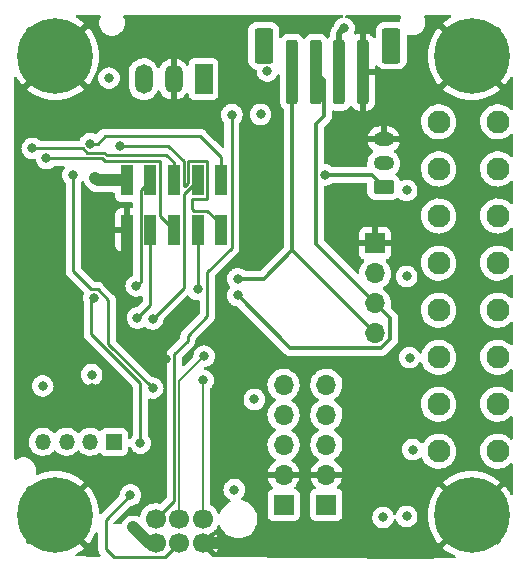
<source format=gbl>
G04 #@! TF.GenerationSoftware,KiCad,Pcbnew,(6.0.10)*
G04 #@! TF.CreationDate,2023-07-07T16:54:03+02:00*
G04 #@! TF.ProjectId,SprinklerBoardESP32V3,53707269-6e6b-46c6-9572-426f61726445,rev?*
G04 #@! TF.SameCoordinates,Original*
G04 #@! TF.FileFunction,Copper,L4,Bot*
G04 #@! TF.FilePolarity,Positive*
%FSLAX46Y46*%
G04 Gerber Fmt 4.6, Leading zero omitted, Abs format (unit mm)*
G04 Created by KiCad (PCBNEW (6.0.10)) date 2023-07-07 16:54:03*
%MOMM*%
%LPD*%
G01*
G04 APERTURE LIST*
G04 Aperture macros list*
%AMRoundRect*
0 Rectangle with rounded corners*
0 $1 Rounding radius*
0 $2 $3 $4 $5 $6 $7 $8 $9 X,Y pos of 4 corners*
0 Add a 4 corners polygon primitive as box body*
4,1,4,$2,$3,$4,$5,$6,$7,$8,$9,$2,$3,0*
0 Add four circle primitives for the rounded corners*
1,1,$1+$1,$2,$3*
1,1,$1+$1,$4,$5*
1,1,$1+$1,$6,$7*
1,1,$1+$1,$8,$9*
0 Add four rect primitives between the rounded corners*
20,1,$1+$1,$2,$3,$4,$5,0*
20,1,$1+$1,$4,$5,$6,$7,0*
20,1,$1+$1,$6,$7,$8,$9,0*
20,1,$1+$1,$8,$9,$2,$3,0*%
G04 Aperture macros list end*
G04 #@! TA.AperFunction,ComponentPad*
%ADD10C,0.800000*%
G04 #@! TD*
G04 #@! TA.AperFunction,ComponentPad*
%ADD11C,6.400000*%
G04 #@! TD*
G04 #@! TA.AperFunction,ComponentPad*
%ADD12O,1.700000X1.700000*%
G04 #@! TD*
G04 #@! TA.AperFunction,ComponentPad*
%ADD13R,1.700000X1.700000*%
G04 #@! TD*
G04 #@! TA.AperFunction,SMDPad,CuDef*
%ADD14RoundRect,0.250000X0.250000X2.500000X-0.250000X2.500000X-0.250000X-2.500000X0.250000X-2.500000X0*%
G04 #@! TD*
G04 #@! TA.AperFunction,SMDPad,CuDef*
%ADD15RoundRect,0.250000X0.550000X1.250000X-0.550000X1.250000X-0.550000X-1.250000X0.550000X-1.250000X0*%
G04 #@! TD*
G04 #@! TA.AperFunction,ComponentPad*
%ADD16C,1.950000*%
G04 #@! TD*
G04 #@! TA.AperFunction,SMDPad,CuDef*
%ADD17C,1.700000*%
G04 #@! TD*
G04 #@! TA.AperFunction,ComponentPad*
%ADD18RoundRect,0.250000X0.625000X-0.350000X0.625000X0.350000X-0.625000X0.350000X-0.625000X-0.350000X0*%
G04 #@! TD*
G04 #@! TA.AperFunction,ComponentPad*
%ADD19O,1.750000X1.200000*%
G04 #@! TD*
G04 #@! TA.AperFunction,SMDPad,CuDef*
%ADD20R,1.000000X2.580000*%
G04 #@! TD*
G04 #@! TA.AperFunction,ComponentPad*
%ADD21R,1.500000X2.500000*%
G04 #@! TD*
G04 #@! TA.AperFunction,ComponentPad*
%ADD22O,1.500000X2.500000*%
G04 #@! TD*
G04 #@! TA.AperFunction,ComponentPad*
%ADD23R,1.350000X1.350000*%
G04 #@! TD*
G04 #@! TA.AperFunction,ComponentPad*
%ADD24O,1.350000X1.350000*%
G04 #@! TD*
G04 #@! TA.AperFunction,ViaPad*
%ADD25C,0.800000*%
G04 #@! TD*
G04 #@! TA.AperFunction,Conductor*
%ADD26C,1.000000*%
G04 #@! TD*
G04 #@! TA.AperFunction,Conductor*
%ADD27C,0.500000*%
G04 #@! TD*
G04 #@! TA.AperFunction,Conductor*
%ADD28C,0.200000*%
G04 #@! TD*
G04 #@! TA.AperFunction,Conductor*
%ADD29C,0.350000*%
G04 #@! TD*
G04 #@! TA.AperFunction,Conductor*
%ADD30C,0.250000*%
G04 #@! TD*
G04 APERTURE END LIST*
D10*
X112645942Y-125850016D03*
X110245942Y-128250016D03*
X111942998Y-124152960D03*
D11*
X110245942Y-125850016D03*
D10*
X111942998Y-127547072D03*
X108548886Y-124152960D03*
X110245942Y-123450016D03*
X107845942Y-125850016D03*
X108548886Y-127547072D03*
D12*
X97950000Y-114810000D03*
X97950000Y-117350000D03*
X97950000Y-119890000D03*
X97950000Y-122430000D03*
D13*
X97950000Y-124970000D03*
D10*
X75000000Y-84600000D03*
X75000000Y-89400000D03*
D11*
X75000000Y-87000000D03*
D10*
X76697056Y-85302944D03*
X76697056Y-88697056D03*
X77400000Y-87000000D03*
X72600000Y-87000000D03*
X73302944Y-85302944D03*
X73302944Y-88697056D03*
D13*
X102074900Y-102850000D03*
D12*
X102074900Y-105390000D03*
X102074900Y-107930000D03*
X102074900Y-110470000D03*
D13*
X94325000Y-125000000D03*
D12*
X94325000Y-122460000D03*
X94325000Y-119920000D03*
X94325000Y-117380000D03*
X94325000Y-114840000D03*
D10*
X108552944Y-88697056D03*
X111947056Y-85302944D03*
X111947056Y-88697056D03*
X110250000Y-84600000D03*
X108552944Y-85302944D03*
X107850000Y-87000000D03*
X112650000Y-87000000D03*
X110250000Y-89400000D03*
D11*
X110250000Y-87000000D03*
D10*
X72595942Y-125849501D03*
D11*
X74995942Y-125849501D03*
D10*
X74995942Y-128249501D03*
X77395942Y-125849501D03*
X76692998Y-124152445D03*
X76692998Y-127546557D03*
X73298886Y-127546557D03*
X73298886Y-124152445D03*
X74995942Y-123449501D03*
D14*
X101050000Y-88350000D03*
X99050000Y-88350000D03*
X97050000Y-88350000D03*
X95050000Y-88350000D03*
D15*
X92650000Y-86100000D03*
X103450000Y-86100000D03*
D16*
X107457000Y-116466326D03*
X112457000Y-116466326D03*
X107457000Y-92564288D03*
X112457000Y-92564288D03*
X107457000Y-108498980D03*
X112457000Y-108498980D03*
D17*
X83500000Y-128200000D03*
X83500000Y-126200000D03*
X85500000Y-128200000D03*
X85500000Y-126200000D03*
X87500000Y-128200000D03*
X87500000Y-126200000D03*
D16*
X107457000Y-104515307D03*
X112457000Y-104515307D03*
X107457000Y-112482653D03*
X112457000Y-112482653D03*
D18*
X102800000Y-98050000D03*
D19*
X102800000Y-96050000D03*
X102800000Y-94050000D03*
D16*
X107457000Y-120449999D03*
X112457000Y-120449999D03*
X107457000Y-96547961D03*
X112457000Y-96547961D03*
D20*
X81050000Y-97515000D03*
X81050000Y-101685000D03*
X83050000Y-97515000D03*
X83050000Y-101685000D03*
X85050000Y-97515000D03*
X85050000Y-101685000D03*
X87050000Y-97515000D03*
X87050000Y-101685000D03*
X89050000Y-97515000D03*
X89050000Y-101685000D03*
D16*
X107457000Y-100531634D03*
X112457000Y-100531634D03*
D21*
X87552200Y-88935600D03*
D22*
X85012200Y-88935600D03*
X82472200Y-88935600D03*
D23*
X79950000Y-119650000D03*
D24*
X77950000Y-119650000D03*
X75950000Y-119650000D03*
X73950000Y-119650000D03*
D25*
X79550000Y-88850000D03*
X78400000Y-97300000D03*
X90150000Y-123700000D03*
X92950000Y-88250000D03*
X102750000Y-126050000D03*
X91850000Y-116050000D03*
X92375500Y-91921544D03*
X81600000Y-126900000D03*
X78079500Y-113962299D03*
X99450000Y-84650000D03*
X73937970Y-114917970D03*
X80600000Y-104200000D03*
X72225500Y-117550000D03*
X89200000Y-128200000D03*
X84350999Y-112662320D03*
X78079500Y-115050000D03*
X91950000Y-112450000D03*
X88850000Y-113650000D03*
X87500000Y-114450000D03*
X87600000Y-112400000D03*
X97850000Y-97050000D03*
X90450000Y-107250000D03*
X90450000Y-105850000D03*
X81350000Y-124150000D03*
X89950000Y-91950000D03*
X83250000Y-115100000D03*
X76500000Y-97050000D03*
X78274500Y-107450000D03*
X82200000Y-119750000D03*
X104750000Y-105650000D03*
X104750000Y-125950000D03*
X105254721Y-120306039D03*
X104750000Y-98350000D03*
X104991942Y-112530426D03*
X81850000Y-106450000D03*
X81950000Y-109150000D03*
X83250000Y-109250000D03*
X87050000Y-106750000D03*
X80450000Y-94600000D03*
X77950000Y-94400000D03*
X74250000Y-95650000D03*
X73050000Y-94800000D03*
D26*
X81050000Y-97515000D02*
X78615000Y-97515000D01*
D27*
X99050000Y-88350000D02*
X99050000Y-85050000D01*
D26*
X82900000Y-128200000D02*
X81600000Y-126900000D01*
D27*
X99050000Y-85050000D02*
X99450000Y-84650000D01*
D26*
X78615000Y-97515000D02*
X78400000Y-97300000D01*
X83500000Y-128200000D02*
X82900000Y-128200000D01*
X81050000Y-101685000D02*
X81050000Y-103750000D01*
X87500000Y-128200000D02*
X89200000Y-128200000D01*
X81050000Y-103750000D02*
X80600000Y-104200000D01*
D28*
X87500000Y-126200000D02*
X87500000Y-114450000D01*
X85500000Y-126200000D02*
X85500000Y-114500000D01*
X85500000Y-114500000D02*
X87600000Y-112400000D01*
D29*
X101800000Y-97050000D02*
X102800000Y-98050000D01*
X97850000Y-97050000D02*
X101800000Y-97050000D01*
X103350000Y-109205100D02*
X102074900Y-107930000D01*
X97075500Y-102930600D02*
X102074900Y-107930000D01*
X103350000Y-110927312D02*
X103350000Y-109205100D01*
X94895000Y-111695000D02*
X102582312Y-111695000D01*
X97747984Y-89047984D02*
X97747984Y-92037881D01*
X97050000Y-88350000D02*
X97747984Y-89047984D01*
X97075500Y-92710365D02*
X97075500Y-102930600D01*
X90450000Y-107250000D02*
X94895000Y-111695000D01*
X102582312Y-111695000D02*
X103350000Y-110927312D01*
X97747984Y-92037881D02*
X97075500Y-92710365D01*
X95050000Y-103445100D02*
X102074900Y-110470000D01*
X90450000Y-105850000D02*
X92645100Y-105850000D01*
X92645100Y-105850000D02*
X95050000Y-103445100D01*
X95050000Y-88350000D02*
X95050000Y-103445100D01*
D30*
X79257793Y-128712599D02*
X79257793Y-126242207D01*
X79257793Y-126242207D02*
X81350000Y-124150000D01*
X85500000Y-128200000D02*
X84261239Y-129438761D01*
X84261239Y-129438761D02*
X79983955Y-129438761D01*
X79983955Y-129438761D02*
X79257793Y-128712599D01*
X83500000Y-126200000D02*
X85075499Y-124624501D01*
X87875000Y-105300000D02*
X89950000Y-103225000D01*
X86225500Y-110674164D02*
X87875000Y-109024664D01*
X87875000Y-109024664D02*
X87875000Y-105300000D01*
X89950000Y-103225000D02*
X89950000Y-91950000D01*
X86225500Y-111074164D02*
X86225500Y-110674164D01*
X85075499Y-112224165D02*
X86225500Y-111074164D01*
X85075499Y-124624501D02*
X85075499Y-112224165D01*
X78025000Y-106725000D02*
X76500000Y-105200000D01*
X79500000Y-111350000D02*
X79500000Y-107650195D01*
X79500000Y-107650195D02*
X78574805Y-106725000D01*
X78574805Y-106725000D02*
X78025000Y-106725000D01*
X83250000Y-115100000D02*
X79500000Y-111350000D01*
X76500000Y-105200000D02*
X76500000Y-97050000D01*
X82200000Y-119750000D02*
X82200000Y-114685690D01*
X78024500Y-107700000D02*
X78274500Y-107450000D01*
X82200000Y-114685690D02*
X78024500Y-110510190D01*
X78024500Y-110510190D02*
X78024500Y-107700000D01*
X81850000Y-106450000D02*
X82225000Y-106075000D01*
X82225000Y-106075000D02*
X82225000Y-98340000D01*
X82225000Y-98340000D02*
X83050000Y-97515000D01*
X83050000Y-108050000D02*
X81950000Y-109150000D01*
X83050000Y-101685000D02*
X83050000Y-108050000D01*
X87050000Y-97515000D02*
X85875000Y-98690000D01*
X85875000Y-98690000D02*
X85875000Y-106625000D01*
X85875000Y-106625000D02*
X83250000Y-109250000D01*
X87050000Y-106750000D02*
X87050000Y-101685000D01*
X86600000Y-99950000D02*
X86600000Y-99130000D01*
X87875000Y-99130000D02*
X87875000Y-95900000D01*
X86720000Y-100070000D02*
X86600000Y-99950000D01*
X86225000Y-95900000D02*
X86225000Y-97703604D01*
X86600000Y-99130000D02*
X87875000Y-99130000D01*
X85963604Y-97965000D02*
X85875000Y-97965000D01*
X87875000Y-100070000D02*
X86720000Y-100070000D01*
X85875000Y-95900000D02*
X84575000Y-94600000D01*
X84575000Y-94600000D02*
X80450000Y-94600000D01*
X87875000Y-95900000D02*
X86225000Y-95900000D01*
X86225000Y-97703604D02*
X85963604Y-97965000D01*
X85875000Y-97965000D02*
X85875000Y-95900000D01*
X89050000Y-101685000D02*
X89050000Y-101245000D01*
X89050000Y-101245000D02*
X87875000Y-100070000D01*
X79199902Y-93775002D02*
X78574904Y-94400000D01*
X89050000Y-97515000D02*
X89050000Y-95564310D01*
X89050000Y-95564310D02*
X87260692Y-93775002D01*
X87260692Y-93775002D02*
X79199902Y-93775002D01*
X78574904Y-94400000D02*
X77950000Y-94400000D01*
X74250998Y-95649002D02*
X74250000Y-95650000D01*
X85050000Y-101685000D02*
X83875000Y-100510000D01*
X79240210Y-95900000D02*
X78989212Y-95649002D01*
X83875000Y-95900000D02*
X79240210Y-95900000D01*
X83875000Y-100510000D02*
X83875000Y-95900000D01*
X78989212Y-95649002D02*
X74250998Y-95649002D01*
X85050000Y-97515000D02*
X85050000Y-95975000D01*
X85050000Y-95975000D02*
X84399500Y-95324500D01*
X84399500Y-95324500D02*
X79300400Y-95324500D01*
X77724903Y-95199501D02*
X77325402Y-94800000D01*
X79300400Y-95324500D02*
X79175401Y-95199501D01*
X79175401Y-95199501D02*
X77724903Y-95199501D01*
X77325402Y-94800000D02*
X73050000Y-94800000D01*
G04 #@! TA.AperFunction,Conductor*
G36*
X78785115Y-83528502D02*
G01*
X78831608Y-83582158D01*
X78841712Y-83652432D01*
X78828503Y-83693166D01*
X78793760Y-83759202D01*
X78783811Y-83791244D01*
X78744440Y-83918039D01*
X78734654Y-83949554D01*
X78711227Y-84147489D01*
X78713096Y-84176000D01*
X78724263Y-84346380D01*
X78725684Y-84351976D01*
X78725685Y-84351981D01*
X78762534Y-84497072D01*
X78773326Y-84539564D01*
X78775743Y-84544807D01*
X78826700Y-84655341D01*
X78856772Y-84720573D01*
X78860105Y-84725289D01*
X78952655Y-84856244D01*
X78971807Y-84883344D01*
X79114578Y-85022425D01*
X79280304Y-85133160D01*
X79285607Y-85135438D01*
X79285610Y-85135440D01*
X79397818Y-85183648D01*
X79463435Y-85211839D01*
X79535516Y-85228149D01*
X79652201Y-85254553D01*
X79652207Y-85254554D01*
X79657838Y-85255828D01*
X79663609Y-85256055D01*
X79663611Y-85256055D01*
X79724556Y-85258449D01*
X79857001Y-85263653D01*
X79970140Y-85247249D01*
X80048535Y-85235883D01*
X80048540Y-85235882D01*
X80054256Y-85235053D01*
X80059728Y-85233195D01*
X80059730Y-85233195D01*
X80237532Y-85172839D01*
X80237534Y-85172838D01*
X80242996Y-85170984D01*
X80416899Y-85073594D01*
X80570143Y-84946143D01*
X80697594Y-84792899D01*
X80794984Y-84618996D01*
X80802102Y-84598029D01*
X80857195Y-84435730D01*
X80857195Y-84435728D01*
X80859053Y-84430256D01*
X80859882Y-84424540D01*
X80859883Y-84424535D01*
X80884338Y-84255866D01*
X80887653Y-84233001D01*
X80889146Y-84176000D01*
X80872446Y-83994253D01*
X80871437Y-83983273D01*
X80871436Y-83983270D01*
X80870908Y-83977519D01*
X80869108Y-83971134D01*
X80818373Y-83791244D01*
X80818372Y-83791242D01*
X80816805Y-83785685D01*
X80811179Y-83774275D01*
X80771181Y-83693168D01*
X80769731Y-83690227D01*
X80757541Y-83620286D01*
X80785100Y-83554856D01*
X80843658Y-83514713D01*
X80882737Y-83508500D01*
X99251880Y-83508500D01*
X99320001Y-83528502D01*
X99366494Y-83582158D01*
X99376598Y-83652432D01*
X99347104Y-83717012D01*
X99287378Y-83755396D01*
X99278075Y-83757747D01*
X99167712Y-83781206D01*
X99161682Y-83783891D01*
X99161681Y-83783891D01*
X98999278Y-83856197D01*
X98999276Y-83856198D01*
X98993248Y-83858882D01*
X98838747Y-83971134D01*
X98834326Y-83976044D01*
X98834325Y-83976045D01*
X98730066Y-84091837D01*
X98710960Y-84113056D01*
X98676753Y-84172305D01*
X98628025Y-84256704D01*
X98615473Y-84278444D01*
X98564368Y-84435730D01*
X98563198Y-84439330D01*
X98530660Y-84490405D01*
X98529182Y-84491492D01*
X98515097Y-84508071D01*
X98494965Y-84531768D01*
X98488035Y-84539284D01*
X98482340Y-84544979D01*
X98480060Y-84547861D01*
X98464719Y-84567251D01*
X98461928Y-84570655D01*
X98419409Y-84620703D01*
X98414667Y-84626285D01*
X98411339Y-84632801D01*
X98407972Y-84637850D01*
X98404805Y-84642979D01*
X98400266Y-84648716D01*
X98369345Y-84714875D01*
X98367442Y-84718769D01*
X98334231Y-84783808D01*
X98332492Y-84790916D01*
X98330393Y-84796559D01*
X98328476Y-84802322D01*
X98325378Y-84808950D01*
X98323888Y-84816112D01*
X98323888Y-84816113D01*
X98310514Y-84880412D01*
X98309544Y-84884696D01*
X98292192Y-84955610D01*
X98291500Y-84966764D01*
X98291464Y-84966762D01*
X98291225Y-84970755D01*
X98290851Y-84974947D01*
X98289360Y-84982115D01*
X98290537Y-85025635D01*
X98291454Y-85059521D01*
X98291500Y-85062928D01*
X98291500Y-85233607D01*
X98271498Y-85301728D01*
X98254673Y-85322625D01*
X98200695Y-85376697D01*
X98196855Y-85382927D01*
X98196854Y-85382928D01*
X98185967Y-85400590D01*
X98162485Y-85438686D01*
X98157255Y-85447170D01*
X98104483Y-85494663D01*
X98034411Y-85506087D01*
X97969288Y-85477813D01*
X97942851Y-85447358D01*
X97942735Y-85447170D01*
X97898478Y-85375652D01*
X97773303Y-85250695D01*
X97747927Y-85235053D01*
X97628968Y-85161725D01*
X97628966Y-85161724D01*
X97622738Y-85157885D01*
X97506329Y-85119274D01*
X97461389Y-85104368D01*
X97461387Y-85104368D01*
X97454861Y-85102203D01*
X97448025Y-85101503D01*
X97448022Y-85101502D01*
X97404969Y-85097091D01*
X97350400Y-85091500D01*
X96749600Y-85091500D01*
X96746354Y-85091837D01*
X96746350Y-85091837D01*
X96650692Y-85101762D01*
X96650688Y-85101763D01*
X96643834Y-85102474D01*
X96637298Y-85104655D01*
X96637296Y-85104655D01*
X96551857Y-85133160D01*
X96476054Y-85158450D01*
X96325652Y-85251522D01*
X96200695Y-85376697D01*
X96196855Y-85382927D01*
X96196854Y-85382928D01*
X96185967Y-85400590D01*
X96162485Y-85438686D01*
X96157255Y-85447170D01*
X96104483Y-85494663D01*
X96034411Y-85506087D01*
X95969288Y-85477813D01*
X95942851Y-85447358D01*
X95942735Y-85447170D01*
X95898478Y-85375652D01*
X95773303Y-85250695D01*
X95747927Y-85235053D01*
X95628968Y-85161725D01*
X95628966Y-85161724D01*
X95622738Y-85157885D01*
X95506329Y-85119274D01*
X95461389Y-85104368D01*
X95461387Y-85104368D01*
X95454861Y-85102203D01*
X95448025Y-85101503D01*
X95448022Y-85101502D01*
X95404969Y-85097091D01*
X95350400Y-85091500D01*
X94749600Y-85091500D01*
X94746354Y-85091837D01*
X94746350Y-85091837D01*
X94650692Y-85101762D01*
X94650688Y-85101763D01*
X94643834Y-85102474D01*
X94637298Y-85104655D01*
X94637296Y-85104655D01*
X94551857Y-85133160D01*
X94476054Y-85158450D01*
X94325652Y-85251522D01*
X94200695Y-85376697D01*
X94196854Y-85382928D01*
X94196852Y-85382931D01*
X94191759Y-85391193D01*
X94138987Y-85438686D01*
X94068915Y-85450108D01*
X94003792Y-85421834D01*
X93964292Y-85362840D01*
X93958500Y-85325076D01*
X93958500Y-84799600D01*
X93957805Y-84792899D01*
X93948238Y-84700692D01*
X93948237Y-84700688D01*
X93947526Y-84693834D01*
X93932474Y-84648716D01*
X93897864Y-84544979D01*
X93891550Y-84526054D01*
X93798478Y-84375652D01*
X93673303Y-84250695D01*
X93661631Y-84243500D01*
X93528968Y-84161725D01*
X93528966Y-84161724D01*
X93522738Y-84157885D01*
X93433451Y-84128270D01*
X93361389Y-84104368D01*
X93361387Y-84104368D01*
X93354861Y-84102203D01*
X93348025Y-84101503D01*
X93348022Y-84101502D01*
X93303338Y-84096924D01*
X93250400Y-84091500D01*
X92049600Y-84091500D01*
X92046354Y-84091837D01*
X92046350Y-84091837D01*
X91950692Y-84101762D01*
X91950688Y-84101763D01*
X91943834Y-84102474D01*
X91937298Y-84104655D01*
X91937296Y-84104655D01*
X91894977Y-84118774D01*
X91776054Y-84158450D01*
X91625652Y-84251522D01*
X91500695Y-84376697D01*
X91496855Y-84382927D01*
X91496854Y-84382928D01*
X91419715Y-84508071D01*
X91407885Y-84527262D01*
X91352203Y-84695139D01*
X91341500Y-84799600D01*
X91341500Y-87400400D01*
X91341837Y-87403646D01*
X91341837Y-87403650D01*
X91347426Y-87457511D01*
X91352474Y-87506166D01*
X91408450Y-87673946D01*
X91501522Y-87824348D01*
X91626697Y-87949305D01*
X91632927Y-87953145D01*
X91632928Y-87953146D01*
X91770090Y-88037694D01*
X91777262Y-88042115D01*
X91944322Y-88097526D01*
X91945139Y-88097797D01*
X91944832Y-88098723D01*
X92001881Y-88129649D01*
X92036096Y-88191857D01*
X92038368Y-88232184D01*
X92037186Y-88243432D01*
X92036496Y-88250000D01*
X92037186Y-88256565D01*
X92042608Y-88308148D01*
X92056458Y-88439928D01*
X92115473Y-88621556D01*
X92210960Y-88786944D01*
X92215378Y-88791851D01*
X92215379Y-88791852D01*
X92261825Y-88843435D01*
X92338747Y-88928866D01*
X92493248Y-89041118D01*
X92499276Y-89043802D01*
X92499278Y-89043803D01*
X92661681Y-89116109D01*
X92667712Y-89118794D01*
X92761112Y-89138647D01*
X92848056Y-89157128D01*
X92848061Y-89157128D01*
X92854513Y-89158500D01*
X93045487Y-89158500D01*
X93051939Y-89157128D01*
X93051944Y-89157128D01*
X93138888Y-89138647D01*
X93232288Y-89118794D01*
X93238319Y-89116109D01*
X93400722Y-89043803D01*
X93400724Y-89043802D01*
X93406752Y-89041118D01*
X93561253Y-88928866D01*
X93638175Y-88843435D01*
X93684621Y-88791852D01*
X93684622Y-88791851D01*
X93689040Y-88786944D01*
X93784527Y-88621556D01*
X93795668Y-88587269D01*
X93835741Y-88528665D01*
X93901138Y-88501028D01*
X93971094Y-88513135D01*
X94023400Y-88561141D01*
X94041500Y-88626207D01*
X94041500Y-90900400D01*
X94041837Y-90903646D01*
X94041837Y-90903650D01*
X94051618Y-90997914D01*
X94052474Y-91006166D01*
X94054655Y-91012702D01*
X94054655Y-91012704D01*
X94077052Y-91079834D01*
X94108450Y-91173946D01*
X94201522Y-91324348D01*
X94206704Y-91329521D01*
X94326697Y-91449305D01*
X94325059Y-91450945D01*
X94359656Y-91499744D01*
X94366500Y-91540706D01*
X94366500Y-103109795D01*
X94346498Y-103177916D01*
X94329595Y-103198890D01*
X92398890Y-105129595D01*
X92336578Y-105163621D01*
X92309795Y-105166500D01*
X91095815Y-105166500D01*
X91027694Y-105146498D01*
X91021754Y-105142436D01*
X90912094Y-105062763D01*
X90912093Y-105062762D01*
X90906752Y-105058882D01*
X90900724Y-105056198D01*
X90900722Y-105056197D01*
X90738319Y-104983891D01*
X90738318Y-104983891D01*
X90732288Y-104981206D01*
X90634658Y-104960454D01*
X90551944Y-104942872D01*
X90551939Y-104942872D01*
X90545487Y-104941500D01*
X90354513Y-104941500D01*
X90348061Y-104942872D01*
X90348056Y-104942872D01*
X90265342Y-104960454D01*
X90167712Y-104981206D01*
X90161682Y-104983891D01*
X90161681Y-104983891D01*
X89999278Y-105056197D01*
X89999276Y-105056198D01*
X89993248Y-105058882D01*
X89987907Y-105062762D01*
X89987906Y-105062763D01*
X89980790Y-105067933D01*
X89838747Y-105171134D01*
X89834326Y-105176044D01*
X89834325Y-105176045D01*
X89722816Y-105299889D01*
X89710960Y-105313056D01*
X89663954Y-105394473D01*
X89619755Y-105471028D01*
X89615473Y-105478444D01*
X89556458Y-105660072D01*
X89555768Y-105666633D01*
X89555768Y-105666635D01*
X89555069Y-105673288D01*
X89536496Y-105850000D01*
X89537186Y-105856565D01*
X89555129Y-106027279D01*
X89556458Y-106039928D01*
X89615473Y-106221556D01*
X89618776Y-106227278D01*
X89618777Y-106227279D01*
X89627706Y-106242745D01*
X89710960Y-106386944D01*
X89715378Y-106391851D01*
X89715379Y-106391852D01*
X89781863Y-106465690D01*
X89812581Y-106529697D01*
X89803816Y-106600151D01*
X89781863Y-106634310D01*
X89759476Y-106659174D01*
X89710960Y-106713056D01*
X89615473Y-106878444D01*
X89556458Y-107060072D01*
X89555768Y-107066633D01*
X89555768Y-107066635D01*
X89546073Y-107158881D01*
X89536496Y-107250000D01*
X89537186Y-107256565D01*
X89553746Y-107414121D01*
X89556458Y-107439928D01*
X89615473Y-107621556D01*
X89618776Y-107627278D01*
X89618777Y-107627279D01*
X89636803Y-107658500D01*
X89710960Y-107786944D01*
X89715378Y-107791851D01*
X89715379Y-107791852D01*
X89809780Y-107896695D01*
X89838747Y-107928866D01*
X89909518Y-107980284D01*
X89970062Y-108024272D01*
X89993248Y-108041118D01*
X89999276Y-108043802D01*
X89999278Y-108043803D01*
X90161681Y-108116109D01*
X90167712Y-108118794D01*
X90280905Y-108142854D01*
X90348057Y-108157128D01*
X90348060Y-108157128D01*
X90352782Y-108158132D01*
X90354513Y-108158500D01*
X90354446Y-108158817D01*
X90416781Y-108184462D01*
X90427050Y-108193665D01*
X94391837Y-112158451D01*
X94397691Y-112164716D01*
X94434290Y-112206670D01*
X94440504Y-112211037D01*
X94484629Y-112242049D01*
X94489925Y-112245982D01*
X94538328Y-112283935D01*
X94545249Y-112287060D01*
X94549564Y-112289673D01*
X94558976Y-112295042D01*
X94563424Y-112297427D01*
X94569639Y-112301795D01*
X94626952Y-112324140D01*
X94633034Y-112326697D01*
X94633515Y-112326914D01*
X94689104Y-112352014D01*
X94696576Y-112353399D01*
X94701427Y-112354919D01*
X94711765Y-112357864D01*
X94716696Y-112359130D01*
X94723772Y-112361889D01*
X94731301Y-112362880D01*
X94731304Y-112362881D01*
X94784766Y-112369919D01*
X94791281Y-112370951D01*
X94833141Y-112378709D01*
X94851767Y-112382161D01*
X94859347Y-112381724D01*
X94859348Y-112381724D01*
X94911642Y-112378709D01*
X94918894Y-112378500D01*
X102554267Y-112378500D01*
X102562836Y-112378792D01*
X102610770Y-112382060D01*
X102610774Y-112382060D01*
X102618346Y-112382576D01*
X102625823Y-112381271D01*
X102625826Y-112381271D01*
X102678959Y-112371998D01*
X102685483Y-112371035D01*
X102739003Y-112364558D01*
X102746547Y-112363645D01*
X102753657Y-112360958D01*
X102758560Y-112359754D01*
X102769046Y-112356886D01*
X102773838Y-112355439D01*
X102781316Y-112354134D01*
X102788269Y-112351082D01*
X102837653Y-112329405D01*
X102843758Y-112326914D01*
X102894194Y-112307855D01*
X102894197Y-112307853D01*
X102901301Y-112305169D01*
X102907558Y-112300869D01*
X102912026Y-112298533D01*
X102921472Y-112293275D01*
X102925838Y-112290693D01*
X102932797Y-112287638D01*
X102981616Y-112250177D01*
X102986935Y-112246314D01*
X103031377Y-112215769D01*
X103037638Y-112211466D01*
X103077545Y-112166676D01*
X103082525Y-112161402D01*
X103813459Y-111430468D01*
X103819724Y-111424614D01*
X103855945Y-111393016D01*
X103861670Y-111388022D01*
X103897066Y-111337657D01*
X103900980Y-111332389D01*
X103938935Y-111283984D01*
X103942061Y-111277060D01*
X103944671Y-111272751D01*
X103950042Y-111263336D01*
X103952427Y-111258888D01*
X103956795Y-111252673D01*
X103979144Y-111195351D01*
X103981698Y-111189274D01*
X103994070Y-111161875D01*
X104007014Y-111133207D01*
X104008400Y-111125730D01*
X104009910Y-111120910D01*
X104012878Y-111110494D01*
X104014131Y-111105614D01*
X104016889Y-111098540D01*
X104023914Y-111045181D01*
X104024921Y-111037535D01*
X104025953Y-111031022D01*
X104035777Y-110978013D01*
X104035777Y-110978011D01*
X104037161Y-110970544D01*
X104033709Y-110910669D01*
X104033500Y-110903417D01*
X104033500Y-109233156D01*
X104033792Y-109224586D01*
X104034851Y-109209050D01*
X104037577Y-109169066D01*
X104035396Y-109156565D01*
X104026997Y-109108442D01*
X104026034Y-109101919D01*
X104019558Y-109048408D01*
X104019558Y-109048407D01*
X104018645Y-109040865D01*
X104015959Y-109033755D01*
X104014754Y-109028852D01*
X104011886Y-109018366D01*
X104010439Y-109013574D01*
X104009134Y-109006096D01*
X104004171Y-108994789D01*
X103984405Y-108949759D01*
X103981914Y-108943654D01*
X103962855Y-108893218D01*
X103962853Y-108893215D01*
X103960169Y-108886111D01*
X103955869Y-108879854D01*
X103953533Y-108875386D01*
X103948275Y-108865940D01*
X103945693Y-108861574D01*
X103942638Y-108854615D01*
X103905177Y-108805796D01*
X103901314Y-108800477D01*
X103870769Y-108756035D01*
X103866466Y-108749774D01*
X103821676Y-108709867D01*
X103816402Y-108704887D01*
X103574126Y-108462611D01*
X105968860Y-108462611D01*
X105969157Y-108467763D01*
X105969157Y-108467767D01*
X105977252Y-108608148D01*
X105982903Y-108706151D01*
X105984040Y-108711197D01*
X105984041Y-108711203D01*
X106007107Y-108813555D01*
X106036533Y-108944127D01*
X106038475Y-108948909D01*
X106038476Y-108948913D01*
X106119122Y-109147520D01*
X106128311Y-109170149D01*
X106171181Y-109240106D01*
X106242183Y-109355970D01*
X106255772Y-109378146D01*
X106415492Y-109562533D01*
X106603183Y-109718357D01*
X106813804Y-109841433D01*
X107041698Y-109928458D01*
X107046764Y-109929489D01*
X107046765Y-109929489D01*
X107275667Y-109976060D01*
X107275671Y-109976060D01*
X107280746Y-109977093D01*
X107285922Y-109977283D01*
X107285924Y-109977283D01*
X107519363Y-109985843D01*
X107519367Y-109985843D01*
X107524527Y-109986032D01*
X107529647Y-109985376D01*
X107529649Y-109985376D01*
X107606377Y-109975547D01*
X107766494Y-109955035D01*
X107771443Y-109953550D01*
X107771449Y-109953549D01*
X107995200Y-109886420D01*
X107995199Y-109886420D01*
X108000150Y-109884935D01*
X108219219Y-109777614D01*
X108223424Y-109774614D01*
X108223430Y-109774611D01*
X108413614Y-109638954D01*
X108413616Y-109638952D01*
X108417818Y-109635955D01*
X108590614Y-109463761D01*
X108732966Y-109265657D01*
X108735899Y-109259724D01*
X108838756Y-109051606D01*
X108838757Y-109051604D01*
X108841050Y-109046964D01*
X108872295Y-108944127D01*
X108910462Y-108818507D01*
X108910463Y-108818501D01*
X108911966Y-108813555D01*
X108943807Y-108571697D01*
X108945584Y-108498980D01*
X108925596Y-108255856D01*
X108866167Y-108019260D01*
X108768894Y-107795548D01*
X108668219Y-107639928D01*
X108639200Y-107595071D01*
X108639198Y-107595068D01*
X108636390Y-107590728D01*
X108629358Y-107582999D01*
X108475690Y-107414121D01*
X108475688Y-107414120D01*
X108472212Y-107410299D01*
X108468161Y-107407100D01*
X108468157Y-107407096D01*
X108284825Y-107262309D01*
X108284821Y-107262307D01*
X108280770Y-107259107D01*
X108271146Y-107253794D01*
X108209022Y-107219500D01*
X108067205Y-107141213D01*
X108062336Y-107139489D01*
X108062332Y-107139487D01*
X107842127Y-107061508D01*
X107842123Y-107061507D01*
X107837252Y-107059782D01*
X107832159Y-107058875D01*
X107832156Y-107058874D01*
X107602177Y-107017908D01*
X107602171Y-107017907D01*
X107597088Y-107017002D01*
X107517380Y-107016028D01*
X107358332Y-107014085D01*
X107358330Y-107014085D01*
X107353162Y-107014022D01*
X107112024Y-107050921D01*
X106880150Y-107126709D01*
X106875558Y-107129099D01*
X106875559Y-107129099D01*
X106682743Y-107229473D01*
X106663769Y-107239350D01*
X106659636Y-107242453D01*
X106659633Y-107242455D01*
X106478784Y-107378241D01*
X106468690Y-107385820D01*
X106458387Y-107396602D01*
X106330094Y-107530853D01*
X106300153Y-107562184D01*
X106297239Y-107566456D01*
X106297238Y-107566457D01*
X106263368Y-107616109D01*
X106162684Y-107763706D01*
X106145705Y-107800285D01*
X106083931Y-107933365D01*
X106059974Y-107984975D01*
X105994783Y-108220047D01*
X105968860Y-108462611D01*
X103574126Y-108462611D01*
X103441680Y-108330165D01*
X103407654Y-108267853D01*
X103407623Y-108218116D01*
X103407270Y-108218069D01*
X103407622Y-108215398D01*
X103407622Y-108215395D01*
X103417173Y-108142854D01*
X103430567Y-108041118D01*
X103436429Y-107996590D01*
X103436713Y-107984975D01*
X103437974Y-107933365D01*
X103437974Y-107933361D01*
X103438056Y-107930000D01*
X103419752Y-107707361D01*
X103365331Y-107490702D01*
X103276254Y-107285840D01*
X103225920Y-107208035D01*
X103157722Y-107102617D01*
X103157720Y-107102614D01*
X103154914Y-107098277D01*
X103004570Y-106933051D01*
X103000519Y-106929852D01*
X103000515Y-106929848D01*
X102833314Y-106797800D01*
X102833310Y-106797798D01*
X102829259Y-106794598D01*
X102787953Y-106771796D01*
X102737984Y-106721364D01*
X102723212Y-106651921D01*
X102748328Y-106585516D01*
X102775680Y-106558909D01*
X102880131Y-106484405D01*
X102954760Y-106431173D01*
X103015376Y-106370769D01*
X103109335Y-106277137D01*
X103112996Y-106273489D01*
X103150314Y-106221556D01*
X103240335Y-106096277D01*
X103243353Y-106092077D01*
X103252920Y-106072721D01*
X103340036Y-105896453D01*
X103340037Y-105896451D01*
X103342330Y-105891811D01*
X103407270Y-105678069D01*
X103410965Y-105650000D01*
X103836496Y-105650000D01*
X103837186Y-105656565D01*
X103851625Y-105793941D01*
X103856458Y-105839928D01*
X103915473Y-106021556D01*
X104010960Y-106186944D01*
X104015378Y-106191851D01*
X104015379Y-106191852D01*
X104132274Y-106321677D01*
X104138747Y-106328866D01*
X104144089Y-106332747D01*
X104243798Y-106405190D01*
X104293248Y-106441118D01*
X104299276Y-106443802D01*
X104299278Y-106443803D01*
X104439160Y-106506082D01*
X104467712Y-106518794D01*
X104553646Y-106537060D01*
X104648056Y-106557128D01*
X104648061Y-106557128D01*
X104654513Y-106558500D01*
X104845487Y-106558500D01*
X104851939Y-106557128D01*
X104851944Y-106557128D01*
X104946354Y-106537060D01*
X105032288Y-106518794D01*
X105060840Y-106506082D01*
X105200722Y-106443803D01*
X105200724Y-106443802D01*
X105206752Y-106441118D01*
X105256203Y-106405190D01*
X105355911Y-106332747D01*
X105361253Y-106328866D01*
X105367726Y-106321677D01*
X105484621Y-106191852D01*
X105484622Y-106191851D01*
X105489040Y-106186944D01*
X105584527Y-106021556D01*
X105643542Y-105839928D01*
X105648376Y-105793941D01*
X105662814Y-105656565D01*
X105663504Y-105650000D01*
X105657341Y-105591362D01*
X105644232Y-105466635D01*
X105644232Y-105466633D01*
X105643542Y-105460072D01*
X105584527Y-105278444D01*
X105578817Y-105268553D01*
X105546134Y-105211945D01*
X105489040Y-105113056D01*
X105444232Y-105063291D01*
X105365675Y-104976045D01*
X105365674Y-104976044D01*
X105361253Y-104971134D01*
X105206752Y-104858882D01*
X105200724Y-104856198D01*
X105200722Y-104856197D01*
X105038319Y-104783891D01*
X105038318Y-104783891D01*
X105032288Y-104781206D01*
X104938888Y-104761353D01*
X104851944Y-104742872D01*
X104851939Y-104742872D01*
X104845487Y-104741500D01*
X104654513Y-104741500D01*
X104648061Y-104742872D01*
X104648056Y-104742872D01*
X104561113Y-104761353D01*
X104467712Y-104781206D01*
X104461682Y-104783891D01*
X104461681Y-104783891D01*
X104299278Y-104856197D01*
X104299276Y-104856198D01*
X104293248Y-104858882D01*
X104138747Y-104971134D01*
X104134326Y-104976044D01*
X104134325Y-104976045D01*
X104055769Y-105063291D01*
X104010960Y-105113056D01*
X103953866Y-105211945D01*
X103921184Y-105268553D01*
X103915473Y-105278444D01*
X103856458Y-105460072D01*
X103855768Y-105466633D01*
X103855768Y-105466635D01*
X103842659Y-105591362D01*
X103836496Y-105650000D01*
X103410965Y-105650000D01*
X103436429Y-105456590D01*
X103437295Y-105421141D01*
X103437974Y-105393365D01*
X103437974Y-105393361D01*
X103438056Y-105390000D01*
X103419752Y-105167361D01*
X103365331Y-104950702D01*
X103276254Y-104745840D01*
X103154914Y-104558277D01*
X103151440Y-104554459D01*
X103151433Y-104554450D01*
X103082723Y-104478938D01*
X105968860Y-104478938D01*
X105969157Y-104484090D01*
X105969157Y-104484094D01*
X105975587Y-104595595D01*
X105982903Y-104722478D01*
X105984040Y-104727524D01*
X105984041Y-104727530D01*
X106007107Y-104829882D01*
X106036533Y-104960454D01*
X106038475Y-104965236D01*
X106038476Y-104965240D01*
X106120549Y-105167361D01*
X106128311Y-105186476D01*
X106255772Y-105394473D01*
X106415492Y-105578860D01*
X106603183Y-105734684D01*
X106813804Y-105857760D01*
X107041698Y-105944785D01*
X107046764Y-105945816D01*
X107046765Y-105945816D01*
X107275667Y-105992387D01*
X107275671Y-105992387D01*
X107280746Y-105993420D01*
X107285922Y-105993610D01*
X107285924Y-105993610D01*
X107519363Y-106002170D01*
X107519367Y-106002170D01*
X107524527Y-106002359D01*
X107529647Y-106001703D01*
X107529649Y-106001703D01*
X107606377Y-105991874D01*
X107766494Y-105971362D01*
X107771443Y-105969877D01*
X107771449Y-105969876D01*
X107995200Y-105902747D01*
X107995199Y-105902747D01*
X108000150Y-105901262D01*
X108219219Y-105793941D01*
X108223424Y-105790941D01*
X108223430Y-105790938D01*
X108413614Y-105655281D01*
X108413616Y-105655279D01*
X108417818Y-105652282D01*
X108590614Y-105480088D01*
X108732966Y-105281984D01*
X108790042Y-105166500D01*
X108838756Y-105067933D01*
X108838757Y-105067931D01*
X108841050Y-105063291D01*
X108877637Y-104942872D01*
X108910462Y-104834834D01*
X108910463Y-104834828D01*
X108911966Y-104829882D01*
X108943807Y-104588024D01*
X108944534Y-104558277D01*
X108945502Y-104518672D01*
X108945502Y-104518668D01*
X108945584Y-104515307D01*
X108925596Y-104272183D01*
X108866167Y-104035587D01*
X108768894Y-103811875D01*
X108653580Y-103633627D01*
X108639200Y-103611398D01*
X108639198Y-103611395D01*
X108636390Y-103607055D01*
X108623940Y-103593372D01*
X108475690Y-103430448D01*
X108475688Y-103430447D01*
X108472212Y-103426626D01*
X108468161Y-103423427D01*
X108468157Y-103423423D01*
X108284825Y-103278636D01*
X108284821Y-103278634D01*
X108280770Y-103275434D01*
X108067205Y-103157540D01*
X108062336Y-103155816D01*
X108062332Y-103155814D01*
X107842127Y-103077835D01*
X107842123Y-103077834D01*
X107837252Y-103076109D01*
X107832159Y-103075202D01*
X107832156Y-103075201D01*
X107602177Y-103034235D01*
X107602171Y-103034234D01*
X107597088Y-103033329D01*
X107517380Y-103032355D01*
X107358332Y-103030412D01*
X107358330Y-103030412D01*
X107353162Y-103030349D01*
X107112024Y-103067248D01*
X106880150Y-103143036D01*
X106875558Y-103145426D01*
X106875559Y-103145426D01*
X106678849Y-103247827D01*
X106663769Y-103255677D01*
X106659636Y-103258780D01*
X106659633Y-103258782D01*
X106525522Y-103359476D01*
X106468690Y-103402147D01*
X106441646Y-103430447D01*
X106315063Y-103562909D01*
X106300153Y-103578511D01*
X106297239Y-103582783D01*
X106297238Y-103582784D01*
X106254954Y-103644770D01*
X106162684Y-103780033D01*
X106059974Y-104001302D01*
X105994783Y-104236374D01*
X105968860Y-104478938D01*
X103082723Y-104478938D01*
X103007335Y-104396088D01*
X102976283Y-104332242D01*
X102984679Y-104261744D01*
X103029856Y-104206976D01*
X103056300Y-104193307D01*
X103162952Y-104153325D01*
X103178549Y-104144786D01*
X103280624Y-104068285D01*
X103293185Y-104055724D01*
X103369686Y-103953649D01*
X103378224Y-103938054D01*
X103423378Y-103817606D01*
X103427005Y-103802351D01*
X103432531Y-103751486D01*
X103432900Y-103744672D01*
X103432900Y-103122115D01*
X103428425Y-103106876D01*
X103427035Y-103105671D01*
X103419352Y-103104000D01*
X100735016Y-103104000D01*
X100719777Y-103108475D01*
X100718572Y-103109865D01*
X100716901Y-103117548D01*
X100716901Y-103744669D01*
X100717271Y-103751490D01*
X100722795Y-103802352D01*
X100726421Y-103817604D01*
X100771576Y-103938054D01*
X100780114Y-103953649D01*
X100856615Y-104055724D01*
X100869176Y-104068285D01*
X100971251Y-104144786D01*
X100986846Y-104153324D01*
X101095727Y-104194142D01*
X101152491Y-104236784D01*
X101177191Y-104303345D01*
X101161983Y-104372694D01*
X101142591Y-104399175D01*
X101071272Y-104473806D01*
X101015529Y-104532138D01*
X101012615Y-104536410D01*
X101012614Y-104536411D01*
X100927456Y-104661249D01*
X100889643Y-104716680D01*
X100873903Y-104750590D01*
X100798892Y-104912188D01*
X100795588Y-104919305D01*
X100735889Y-105134570D01*
X100735340Y-105139707D01*
X100716606Y-105315003D01*
X100689478Y-105380613D01*
X100631185Y-105421141D01*
X100560236Y-105423720D01*
X100502224Y-105390709D01*
X97795905Y-102684390D01*
X97761879Y-102622078D01*
X97759000Y-102595295D01*
X97759000Y-102577885D01*
X100716900Y-102577885D01*
X100721375Y-102593124D01*
X100722765Y-102594329D01*
X100730448Y-102596000D01*
X101802785Y-102596000D01*
X101818024Y-102591525D01*
X101819229Y-102590135D01*
X101820900Y-102582452D01*
X101820900Y-102577885D01*
X102328900Y-102577885D01*
X102333375Y-102593124D01*
X102334765Y-102594329D01*
X102342448Y-102596000D01*
X103414784Y-102596000D01*
X103430023Y-102591525D01*
X103431228Y-102590135D01*
X103432899Y-102582452D01*
X103432899Y-101955331D01*
X103432529Y-101948510D01*
X103427005Y-101897648D01*
X103423379Y-101882396D01*
X103378224Y-101761946D01*
X103369686Y-101746351D01*
X103293185Y-101644276D01*
X103280624Y-101631715D01*
X103178549Y-101555214D01*
X103162954Y-101546676D01*
X103042506Y-101501522D01*
X103027251Y-101497895D01*
X102976386Y-101492369D01*
X102969572Y-101492000D01*
X102347015Y-101492000D01*
X102331776Y-101496475D01*
X102330571Y-101497865D01*
X102328900Y-101505548D01*
X102328900Y-102577885D01*
X101820900Y-102577885D01*
X101820900Y-101510116D01*
X101816425Y-101494877D01*
X101815035Y-101493672D01*
X101807352Y-101492001D01*
X101180231Y-101492001D01*
X101173410Y-101492371D01*
X101122548Y-101497895D01*
X101107296Y-101501521D01*
X100986846Y-101546676D01*
X100971251Y-101555214D01*
X100869176Y-101631715D01*
X100856615Y-101644276D01*
X100780114Y-101746351D01*
X100771576Y-101761946D01*
X100726422Y-101882394D01*
X100722795Y-101897649D01*
X100717269Y-101948514D01*
X100716900Y-101955328D01*
X100716900Y-102577885D01*
X97759000Y-102577885D01*
X97759000Y-100495265D01*
X105968860Y-100495265D01*
X105969157Y-100500417D01*
X105969157Y-100500421D01*
X105980558Y-100698133D01*
X105982903Y-100738805D01*
X105984040Y-100743851D01*
X105984041Y-100743857D01*
X106007107Y-100846209D01*
X106036533Y-100976781D01*
X106038475Y-100981563D01*
X106038476Y-100981567D01*
X106126367Y-101198016D01*
X106128311Y-101202803D01*
X106255772Y-101410800D01*
X106415492Y-101595187D01*
X106603183Y-101751011D01*
X106813804Y-101874087D01*
X106818629Y-101875929D01*
X106818630Y-101875930D01*
X106875506Y-101897649D01*
X107041698Y-101961112D01*
X107046764Y-101962143D01*
X107046765Y-101962143D01*
X107275667Y-102008714D01*
X107275671Y-102008714D01*
X107280746Y-102009747D01*
X107285922Y-102009937D01*
X107285924Y-102009937D01*
X107519363Y-102018497D01*
X107519367Y-102018497D01*
X107524527Y-102018686D01*
X107529647Y-102018030D01*
X107529649Y-102018030D01*
X107606377Y-102008201D01*
X107766494Y-101987689D01*
X107771443Y-101986204D01*
X107771449Y-101986203D01*
X107995200Y-101919074D01*
X107995199Y-101919074D01*
X108000150Y-101917589D01*
X108219219Y-101810268D01*
X108223424Y-101807268D01*
X108223430Y-101807265D01*
X108413614Y-101671608D01*
X108413616Y-101671606D01*
X108417818Y-101668609D01*
X108590614Y-101496415D01*
X108593787Y-101492000D01*
X108641834Y-101425135D01*
X108732966Y-101298311D01*
X108841050Y-101079618D01*
X108873827Y-100971739D01*
X108910462Y-100851161D01*
X108910463Y-100851155D01*
X108911966Y-100846209D01*
X108943807Y-100604351D01*
X108945584Y-100531634D01*
X108925596Y-100288510D01*
X108866167Y-100051914D01*
X108795187Y-99888672D01*
X108770954Y-99832939D01*
X108770952Y-99832936D01*
X108768894Y-99828202D01*
X108667520Y-99671502D01*
X108639200Y-99627725D01*
X108639198Y-99627722D01*
X108636390Y-99623382D01*
X108522643Y-99498375D01*
X108475690Y-99446775D01*
X108475688Y-99446774D01*
X108472212Y-99442953D01*
X108468161Y-99439754D01*
X108468157Y-99439750D01*
X108284825Y-99294963D01*
X108284821Y-99294961D01*
X108280770Y-99291761D01*
X108067205Y-99173867D01*
X108062336Y-99172143D01*
X108062332Y-99172141D01*
X107842127Y-99094162D01*
X107842123Y-99094161D01*
X107837252Y-99092436D01*
X107832159Y-99091529D01*
X107832156Y-99091528D01*
X107602177Y-99050562D01*
X107602171Y-99050561D01*
X107597088Y-99049656D01*
X107517380Y-99048682D01*
X107358332Y-99046739D01*
X107358330Y-99046739D01*
X107353162Y-99046676D01*
X107112024Y-99083575D01*
X106880150Y-99159363D01*
X106663769Y-99272004D01*
X106659636Y-99275107D01*
X106659633Y-99275109D01*
X106472825Y-99415369D01*
X106468690Y-99418474D01*
X106300153Y-99594838D01*
X106297239Y-99599110D01*
X106297238Y-99599111D01*
X106279618Y-99624941D01*
X106162684Y-99796360D01*
X106059974Y-100017629D01*
X105994783Y-100252701D01*
X105968860Y-100495265D01*
X97759000Y-100495265D01*
X97759000Y-98084500D01*
X97779002Y-98016379D01*
X97832658Y-97969886D01*
X97885000Y-97958500D01*
X97945487Y-97958500D01*
X97951939Y-97957128D01*
X97951944Y-97957128D01*
X98038888Y-97938647D01*
X98132288Y-97918794D01*
X98138319Y-97916109D01*
X98300722Y-97843803D01*
X98300724Y-97843802D01*
X98306752Y-97841118D01*
X98330875Y-97823592D01*
X98421754Y-97757564D01*
X98488622Y-97733705D01*
X98495815Y-97733500D01*
X101290500Y-97733500D01*
X101358621Y-97753502D01*
X101405114Y-97807158D01*
X101416500Y-97859500D01*
X101416500Y-98450400D01*
X101416837Y-98453646D01*
X101416837Y-98453650D01*
X101426441Y-98546206D01*
X101427474Y-98556166D01*
X101483450Y-98723946D01*
X101576522Y-98874348D01*
X101701697Y-98999305D01*
X101707927Y-99003145D01*
X101707928Y-99003146D01*
X101845090Y-99087694D01*
X101852262Y-99092115D01*
X101932005Y-99118564D01*
X102013611Y-99145632D01*
X102013613Y-99145632D01*
X102020139Y-99147797D01*
X102026975Y-99148497D01*
X102026978Y-99148498D01*
X102070031Y-99152909D01*
X102124600Y-99158500D01*
X103475400Y-99158500D01*
X103478646Y-99158163D01*
X103478650Y-99158163D01*
X103574308Y-99148238D01*
X103574312Y-99148237D01*
X103581166Y-99147526D01*
X103587702Y-99145345D01*
X103587704Y-99145345D01*
X103719806Y-99101272D01*
X103748946Y-99091550D01*
X103899348Y-98998478D01*
X103916944Y-98980852D01*
X103979225Y-98946772D01*
X104050046Y-98951775D01*
X104099751Y-98985557D01*
X104138747Y-99028866D01*
X104293248Y-99141118D01*
X104299276Y-99143802D01*
X104299278Y-99143803D01*
X104461681Y-99216109D01*
X104467712Y-99218794D01*
X104561112Y-99238647D01*
X104648056Y-99257128D01*
X104648061Y-99257128D01*
X104654513Y-99258500D01*
X104845487Y-99258500D01*
X104851939Y-99257128D01*
X104851944Y-99257128D01*
X104938888Y-99238647D01*
X105032288Y-99218794D01*
X105038319Y-99216109D01*
X105200722Y-99143803D01*
X105200724Y-99143802D01*
X105206752Y-99141118D01*
X105361253Y-99028866D01*
X105387870Y-98999305D01*
X105484621Y-98891852D01*
X105484622Y-98891851D01*
X105489040Y-98886944D01*
X105584527Y-98721556D01*
X105643542Y-98539928D01*
X105644757Y-98528374D01*
X105662814Y-98356565D01*
X105663504Y-98350000D01*
X105662814Y-98343435D01*
X105644232Y-98166635D01*
X105644232Y-98166633D01*
X105643542Y-98160072D01*
X105584527Y-97978444D01*
X105579780Y-97970221D01*
X105532198Y-97887807D01*
X105489040Y-97813056D01*
X105483730Y-97807158D01*
X105365675Y-97676045D01*
X105365674Y-97676044D01*
X105361253Y-97671134D01*
X105257615Y-97595836D01*
X105212094Y-97562763D01*
X105212093Y-97562762D01*
X105206752Y-97558882D01*
X105200724Y-97556198D01*
X105200722Y-97556197D01*
X105038319Y-97483891D01*
X105038318Y-97483891D01*
X105032288Y-97481206D01*
X104938887Y-97461353D01*
X104851944Y-97442872D01*
X104851939Y-97442872D01*
X104845487Y-97441500D01*
X104654513Y-97441500D01*
X104648061Y-97442872D01*
X104648056Y-97442872D01*
X104561113Y-97461353D01*
X104467712Y-97481206D01*
X104461685Y-97483889D01*
X104461677Y-97483892D01*
X104319343Y-97547263D01*
X104248976Y-97556697D01*
X104184679Y-97526590D01*
X104148571Y-97472032D01*
X104118868Y-97383002D01*
X104116550Y-97376054D01*
X104023478Y-97225652D01*
X103898303Y-97100695D01*
X103846764Y-97068925D01*
X103799271Y-97016154D01*
X103787847Y-96946082D01*
X103816121Y-96880958D01*
X103835045Y-96862582D01*
X103842920Y-96856396D01*
X103846852Y-96851865D01*
X103846855Y-96851862D01*
X103977621Y-96701167D01*
X103981552Y-96696637D01*
X103984552Y-96691451D01*
X103984555Y-96691447D01*
X104084437Y-96518794D01*
X104087473Y-96513546D01*
X104088152Y-96511592D01*
X105968860Y-96511592D01*
X105969157Y-96516744D01*
X105969157Y-96516748D01*
X105978151Y-96672721D01*
X105982903Y-96755132D01*
X105984040Y-96760178D01*
X105984041Y-96760184D01*
X106006552Y-96860072D01*
X106036533Y-96993108D01*
X106038475Y-96997890D01*
X106038476Y-96997894D01*
X106082319Y-97105866D01*
X106128311Y-97219130D01*
X106255772Y-97427127D01*
X106415492Y-97611514D01*
X106603183Y-97767338D01*
X106813804Y-97890414D01*
X107041698Y-97977439D01*
X107046764Y-97978470D01*
X107046765Y-97978470D01*
X107275667Y-98025041D01*
X107275671Y-98025041D01*
X107280746Y-98026074D01*
X107285922Y-98026264D01*
X107285924Y-98026264D01*
X107519363Y-98034824D01*
X107519367Y-98034824D01*
X107524527Y-98035013D01*
X107529647Y-98034357D01*
X107529649Y-98034357D01*
X107606377Y-98024528D01*
X107766494Y-98004016D01*
X107771443Y-98002531D01*
X107771449Y-98002530D01*
X107995200Y-97935401D01*
X107995199Y-97935401D01*
X108000150Y-97933916D01*
X108219219Y-97826595D01*
X108223424Y-97823595D01*
X108223430Y-97823592D01*
X108413614Y-97687935D01*
X108413616Y-97687933D01*
X108417818Y-97684936D01*
X108590614Y-97512742D01*
X108732966Y-97314638D01*
X108745446Y-97289388D01*
X108838756Y-97100587D01*
X108838757Y-97100585D01*
X108841050Y-97095945D01*
X108874726Y-96985107D01*
X108910462Y-96867488D01*
X108910463Y-96867482D01*
X108911966Y-96862536D01*
X108929574Y-96728786D01*
X108943370Y-96623999D01*
X108943370Y-96623995D01*
X108943807Y-96620678D01*
X108944934Y-96574568D01*
X108945502Y-96551326D01*
X108945502Y-96551322D01*
X108945584Y-96547961D01*
X108925596Y-96304837D01*
X108866167Y-96068241D01*
X108768894Y-95844529D01*
X108671059Y-95693299D01*
X108639200Y-95644052D01*
X108639198Y-95644049D01*
X108636390Y-95639709D01*
X108548566Y-95543191D01*
X108475690Y-95463102D01*
X108475688Y-95463101D01*
X108472212Y-95459280D01*
X108468161Y-95456081D01*
X108468157Y-95456077D01*
X108284825Y-95311290D01*
X108284821Y-95311288D01*
X108280770Y-95308088D01*
X108067205Y-95190194D01*
X108062336Y-95188470D01*
X108062332Y-95188468D01*
X107842127Y-95110489D01*
X107842123Y-95110488D01*
X107837252Y-95108763D01*
X107832159Y-95107856D01*
X107832156Y-95107855D01*
X107602177Y-95066889D01*
X107602171Y-95066888D01*
X107597088Y-95065983D01*
X107517380Y-95065009D01*
X107358332Y-95063066D01*
X107358330Y-95063066D01*
X107353162Y-95063003D01*
X107112024Y-95099902D01*
X106880150Y-95175690D01*
X106863165Y-95184532D01*
X106706323Y-95266179D01*
X106663769Y-95288331D01*
X106659636Y-95291434D01*
X106659633Y-95291436D01*
X106472825Y-95431696D01*
X106468690Y-95434801D01*
X106300153Y-95611165D01*
X106297239Y-95615437D01*
X106297238Y-95615438D01*
X106277719Y-95644052D01*
X106162684Y-95812687D01*
X106147125Y-95846206D01*
X106065730Y-96021556D01*
X106059974Y-96033956D01*
X105994783Y-96269028D01*
X105968860Y-96511592D01*
X104088152Y-96511592D01*
X104156861Y-96313729D01*
X104158878Y-96299818D01*
X104186352Y-96110336D01*
X104186352Y-96110333D01*
X104187213Y-96104396D01*
X104177433Y-95893101D01*
X104127875Y-95687466D01*
X104120010Y-95670166D01*
X104042806Y-95500368D01*
X104040326Y-95494913D01*
X103917946Y-95322389D01*
X103805313Y-95214567D01*
X103769480Y-95180264D01*
X103765150Y-95176119D01*
X103760119Y-95172870D01*
X103760112Y-95172865D01*
X103732393Y-95154967D01*
X103686016Y-95101211D01*
X103676063Y-95030915D01*
X103705696Y-94966398D01*
X103722909Y-94950030D01*
X103837857Y-94859738D01*
X103846506Y-94851501D01*
X103977212Y-94700877D01*
X103984147Y-94691153D01*
X104084010Y-94518533D01*
X104088984Y-94507669D01*
X104154407Y-94319273D01*
X104154648Y-94318284D01*
X104153180Y-94307992D01*
X104139615Y-94304000D01*
X101464598Y-94304000D01*
X101451067Y-94307973D01*
X101449712Y-94317399D01*
X101471194Y-94406537D01*
X101475083Y-94417832D01*
X101557629Y-94599382D01*
X101563576Y-94609724D01*
X101678968Y-94772397D01*
X101686761Y-94781425D01*
X101830831Y-94919342D01*
X101840200Y-94926741D01*
X101867577Y-94944418D01*
X101913955Y-94998172D01*
X101923909Y-95068468D01*
X101894278Y-95132985D01*
X101877063Y-95149356D01*
X101757080Y-95243604D01*
X101753148Y-95248135D01*
X101753145Y-95248138D01*
X101634554Y-95384802D01*
X101618448Y-95403363D01*
X101615448Y-95408549D01*
X101615445Y-95408553D01*
X101598098Y-95438539D01*
X101512527Y-95586454D01*
X101443139Y-95786271D01*
X101442278Y-95792206D01*
X101442278Y-95792208D01*
X101436311Y-95833365D01*
X101412787Y-95995604D01*
X101422567Y-96206899D01*
X101423972Y-96212728D01*
X101424817Y-96218668D01*
X101423162Y-96218903D01*
X101420062Y-96281898D01*
X101378789Y-96339665D01*
X101312837Y-96365948D01*
X101301057Y-96366500D01*
X98495815Y-96366500D01*
X98427694Y-96346498D01*
X98421754Y-96342436D01*
X98312094Y-96262763D01*
X98312093Y-96262762D01*
X98306752Y-96258882D01*
X98300724Y-96256198D01*
X98300722Y-96256197D01*
X98138319Y-96183891D01*
X98138318Y-96183891D01*
X98132288Y-96181206D01*
X98038887Y-96161353D01*
X97951944Y-96142872D01*
X97951939Y-96142872D01*
X97945487Y-96141500D01*
X97885000Y-96141500D01*
X97816879Y-96121498D01*
X97770386Y-96067842D01*
X97759000Y-96015500D01*
X97759000Y-93781716D01*
X101445352Y-93781716D01*
X101446820Y-93792008D01*
X101460385Y-93796000D01*
X102527885Y-93796000D01*
X102543124Y-93791525D01*
X102544329Y-93790135D01*
X102546000Y-93782452D01*
X102546000Y-93777885D01*
X103054000Y-93777885D01*
X103058475Y-93793124D01*
X103059865Y-93794329D01*
X103067548Y-93796000D01*
X104135402Y-93796000D01*
X104148933Y-93792027D01*
X104150288Y-93782601D01*
X104128806Y-93693463D01*
X104124917Y-93682168D01*
X104042371Y-93500618D01*
X104036424Y-93490276D01*
X103921032Y-93327603D01*
X103913239Y-93318575D01*
X103769169Y-93180658D01*
X103759804Y-93173262D01*
X103592259Y-93065079D01*
X103581655Y-93059583D01*
X103396688Y-92985039D01*
X103385230Y-92981645D01*
X103188072Y-92943143D01*
X103179209Y-92942066D01*
X103176500Y-92942000D01*
X103072115Y-92942000D01*
X103056876Y-92946475D01*
X103055671Y-92947865D01*
X103054000Y-92955548D01*
X103054000Y-93777885D01*
X102546000Y-93777885D01*
X102546000Y-92960115D01*
X102541525Y-92944876D01*
X102540135Y-92943671D01*
X102532452Y-92942000D01*
X102475168Y-92942000D01*
X102469192Y-92942285D01*
X102320506Y-92956471D01*
X102308772Y-92958730D01*
X102117401Y-93014872D01*
X102106325Y-93019302D01*
X101929022Y-93110619D01*
X101918976Y-93117069D01*
X101762143Y-93240262D01*
X101753494Y-93248499D01*
X101622788Y-93399123D01*
X101615853Y-93408847D01*
X101515990Y-93581467D01*
X101511016Y-93592331D01*
X101445593Y-93780727D01*
X101445352Y-93781716D01*
X97759000Y-93781716D01*
X97759000Y-93045670D01*
X97779002Y-92977549D01*
X97795905Y-92956575D01*
X98211443Y-92541037D01*
X98217708Y-92535183D01*
X98226035Y-92527919D01*
X105968860Y-92527919D01*
X105969157Y-92533071D01*
X105969157Y-92533075D01*
X105976045Y-92652524D01*
X105982903Y-92771459D01*
X105984040Y-92776505D01*
X105984041Y-92776511D01*
X106007107Y-92878863D01*
X106036533Y-93009435D01*
X106038475Y-93014217D01*
X106038476Y-93014221D01*
X106122944Y-93222240D01*
X106128311Y-93235457D01*
X106255772Y-93443454D01*
X106415492Y-93627841D01*
X106603183Y-93783665D01*
X106813804Y-93906741D01*
X107041698Y-93993766D01*
X107046764Y-93994797D01*
X107046765Y-93994797D01*
X107275667Y-94041368D01*
X107275671Y-94041368D01*
X107280746Y-94042401D01*
X107285922Y-94042591D01*
X107285924Y-94042591D01*
X107519363Y-94051151D01*
X107519367Y-94051151D01*
X107524527Y-94051340D01*
X107529647Y-94050684D01*
X107529649Y-94050684D01*
X107606377Y-94040855D01*
X107766494Y-94020343D01*
X107771443Y-94018858D01*
X107771449Y-94018857D01*
X107995200Y-93951728D01*
X107995199Y-93951728D01*
X108000150Y-93950243D01*
X108219219Y-93842922D01*
X108223424Y-93839922D01*
X108223430Y-93839919D01*
X108413614Y-93704262D01*
X108413616Y-93704260D01*
X108417818Y-93701263D01*
X108590614Y-93529069D01*
X108732966Y-93330965D01*
X108738377Y-93320018D01*
X108838756Y-93116914D01*
X108838757Y-93116912D01*
X108841050Y-93112272D01*
X108857802Y-93057137D01*
X108910462Y-92883815D01*
X108910463Y-92883809D01*
X108911966Y-92878863D01*
X108943807Y-92637005D01*
X108944549Y-92606643D01*
X108945502Y-92567653D01*
X108945502Y-92567649D01*
X108945584Y-92564288D01*
X108925596Y-92321164D01*
X108866167Y-92084568D01*
X108795282Y-91921544D01*
X108770954Y-91865593D01*
X108770952Y-91865590D01*
X108768894Y-91860856D01*
X108685285Y-91731616D01*
X108639200Y-91660379D01*
X108639198Y-91660376D01*
X108636390Y-91656036D01*
X108584035Y-91598498D01*
X108475690Y-91479429D01*
X108475688Y-91479428D01*
X108472212Y-91475607D01*
X108468161Y-91472408D01*
X108468157Y-91472404D01*
X108284825Y-91327617D01*
X108284821Y-91327615D01*
X108280770Y-91324415D01*
X108067205Y-91206521D01*
X108062336Y-91204797D01*
X108062332Y-91204795D01*
X107842127Y-91126816D01*
X107842123Y-91126815D01*
X107837252Y-91125090D01*
X107832159Y-91124183D01*
X107832156Y-91124182D01*
X107602177Y-91083216D01*
X107602171Y-91083215D01*
X107597088Y-91082310D01*
X107517380Y-91081336D01*
X107358332Y-91079393D01*
X107358330Y-91079393D01*
X107353162Y-91079330D01*
X107112024Y-91116229D01*
X106880150Y-91192017D01*
X106875558Y-91194407D01*
X106875559Y-91194407D01*
X106763330Y-91252830D01*
X106663769Y-91304658D01*
X106659636Y-91307761D01*
X106659633Y-91307763D01*
X106472825Y-91448023D01*
X106468690Y-91451128D01*
X106465118Y-91454866D01*
X106318616Y-91608172D01*
X106300153Y-91627492D01*
X106297239Y-91631764D01*
X106297238Y-91631765D01*
X106277719Y-91660379D01*
X106162684Y-91829014D01*
X106145705Y-91865593D01*
X106073456Y-92021239D01*
X106059974Y-92050283D01*
X105994783Y-92285355D01*
X105968860Y-92527919D01*
X98226035Y-92527919D01*
X98232509Y-92522271D01*
X98259654Y-92498591D01*
X98295050Y-92448226D01*
X98298964Y-92442958D01*
X98332232Y-92400530D01*
X98336919Y-92394553D01*
X98340045Y-92387629D01*
X98342655Y-92383320D01*
X98348026Y-92373905D01*
X98350411Y-92369457D01*
X98354779Y-92363242D01*
X98377128Y-92305920D01*
X98379682Y-92299843D01*
X98383905Y-92290492D01*
X98404998Y-92243776D01*
X98406384Y-92236299D01*
X98407894Y-92231479D01*
X98410866Y-92221046D01*
X98412114Y-92216185D01*
X98414873Y-92209109D01*
X98422902Y-92148119D01*
X98423934Y-92141603D01*
X98433761Y-92088581D01*
X98435145Y-92081114D01*
X98433368Y-92050283D01*
X98431693Y-92021239D01*
X98431484Y-92013987D01*
X98431484Y-91701473D01*
X98451486Y-91633352D01*
X98505142Y-91586859D01*
X98575416Y-91576755D01*
X98597149Y-91581880D01*
X98645139Y-91597797D01*
X98651975Y-91598497D01*
X98651978Y-91598498D01*
X98695031Y-91602909D01*
X98749600Y-91608500D01*
X99350400Y-91608500D01*
X99353646Y-91608163D01*
X99353650Y-91608163D01*
X99449308Y-91598238D01*
X99449312Y-91598237D01*
X99456166Y-91597526D01*
X99462702Y-91595345D01*
X99462704Y-91595345D01*
X99598654Y-91549988D01*
X99623946Y-91541550D01*
X99774348Y-91448478D01*
X99899305Y-91323303D01*
X99943040Y-91252352D01*
X99995811Y-91204860D01*
X100065883Y-91193436D01*
X100131006Y-91221710D01*
X100157443Y-91252166D01*
X100198063Y-91317807D01*
X100207099Y-91329208D01*
X100321829Y-91443739D01*
X100333240Y-91452751D01*
X100471243Y-91537816D01*
X100484424Y-91543963D01*
X100638710Y-91595138D01*
X100652086Y-91598005D01*
X100746438Y-91607672D01*
X100752854Y-91608000D01*
X100777885Y-91608000D01*
X100793124Y-91603525D01*
X100794329Y-91602135D01*
X100796000Y-91594452D01*
X100796000Y-91589884D01*
X101304000Y-91589884D01*
X101308475Y-91605123D01*
X101309865Y-91606328D01*
X101317548Y-91607999D01*
X101347095Y-91607999D01*
X101353614Y-91607662D01*
X101449206Y-91597743D01*
X101462600Y-91594851D01*
X101616784Y-91543412D01*
X101629962Y-91537239D01*
X101767807Y-91451937D01*
X101779208Y-91442901D01*
X101893739Y-91328171D01*
X101902751Y-91316760D01*
X101987816Y-91178757D01*
X101993963Y-91165576D01*
X102045138Y-91011290D01*
X102048005Y-90997914D01*
X102057672Y-90903562D01*
X102058000Y-90897146D01*
X102058000Y-89797386D01*
X107817759Y-89797386D01*
X107825216Y-89807753D01*
X108064935Y-90001874D01*
X108070272Y-90005751D01*
X108390685Y-90213830D01*
X108396394Y-90217127D01*
X108736811Y-90390578D01*
X108742836Y-90393260D01*
X109099502Y-90530171D01*
X109105784Y-90532212D01*
X109474816Y-90631094D01*
X109481266Y-90632465D01*
X109858629Y-90692234D01*
X109865167Y-90692920D01*
X110246699Y-90712916D01*
X110253301Y-90712916D01*
X110634833Y-90692920D01*
X110641371Y-90692234D01*
X111018734Y-90632465D01*
X111025184Y-90631094D01*
X111394216Y-90532212D01*
X111400498Y-90530171D01*
X111757164Y-90393260D01*
X111763189Y-90390578D01*
X112103606Y-90217127D01*
X112109315Y-90213830D01*
X112429728Y-90005751D01*
X112435065Y-90001874D01*
X112673835Y-89808522D01*
X112682300Y-89796267D01*
X112675966Y-89785176D01*
X110262812Y-87372022D01*
X110248868Y-87364408D01*
X110247035Y-87364539D01*
X110240420Y-87368790D01*
X107824900Y-89784310D01*
X107817759Y-89797386D01*
X102058000Y-89797386D01*
X102058000Y-88622115D01*
X102053525Y-88606876D01*
X102052135Y-88605671D01*
X102044452Y-88604000D01*
X101322115Y-88604000D01*
X101306876Y-88608475D01*
X101305671Y-88609865D01*
X101304000Y-88617548D01*
X101304000Y-91589884D01*
X100796000Y-91589884D01*
X100796000Y-85110116D01*
X100791525Y-85094877D01*
X100790135Y-85093672D01*
X100782452Y-85092001D01*
X100752905Y-85092001D01*
X100746386Y-85092338D01*
X100650794Y-85102257D01*
X100637400Y-85105149D01*
X100483216Y-85156588D01*
X100463417Y-85165863D01*
X100462492Y-85163889D01*
X100404346Y-85179888D01*
X100336577Y-85158724D01*
X100291008Y-85104281D01*
X100282107Y-85033844D01*
X100286667Y-85014970D01*
X100330969Y-84878624D01*
X100343542Y-84839928D01*
X100346169Y-84814939D01*
X100362814Y-84656565D01*
X100363504Y-84650000D01*
X100362227Y-84637850D01*
X100344232Y-84466635D01*
X100344232Y-84466633D01*
X100343542Y-84460072D01*
X100284527Y-84278444D01*
X100271976Y-84256704D01*
X100223247Y-84172305D01*
X100189040Y-84113056D01*
X100169935Y-84091837D01*
X100065675Y-83976045D01*
X100065674Y-83976044D01*
X100061253Y-83971134D01*
X99906752Y-83858882D01*
X99900724Y-83856198D01*
X99900722Y-83856197D01*
X99738319Y-83783891D01*
X99738318Y-83783891D01*
X99732288Y-83781206D01*
X99621923Y-83757747D01*
X99559449Y-83724018D01*
X99525128Y-83661869D01*
X99529856Y-83591030D01*
X99572132Y-83533992D01*
X99638533Y-83508865D01*
X99648120Y-83508500D01*
X104153315Y-83508500D01*
X104221436Y-83528502D01*
X104267929Y-83582158D01*
X104278033Y-83652432D01*
X104264823Y-83693167D01*
X104243760Y-83733202D01*
X104184654Y-83923554D01*
X104183976Y-83929283D01*
X104177922Y-83980432D01*
X104150051Y-84045729D01*
X104091303Y-84085593D01*
X104050400Y-84090935D01*
X104050400Y-84091500D01*
X102849600Y-84091500D01*
X102846354Y-84091837D01*
X102846350Y-84091837D01*
X102750692Y-84101762D01*
X102750688Y-84101763D01*
X102743834Y-84102474D01*
X102737298Y-84104655D01*
X102737296Y-84104655D01*
X102694977Y-84118774D01*
X102576054Y-84158450D01*
X102425652Y-84251522D01*
X102300695Y-84376697D01*
X102296855Y-84382927D01*
X102296854Y-84382928D01*
X102219715Y-84508071D01*
X102207885Y-84527262D01*
X102152203Y-84695139D01*
X102141500Y-84799600D01*
X102141500Y-85326263D01*
X102121498Y-85394384D01*
X102067842Y-85440877D01*
X101997568Y-85450981D01*
X101932988Y-85421487D01*
X101908356Y-85392566D01*
X101901937Y-85382193D01*
X101892901Y-85370792D01*
X101778171Y-85256261D01*
X101766760Y-85247249D01*
X101628757Y-85162184D01*
X101615576Y-85156037D01*
X101461290Y-85104862D01*
X101447914Y-85101995D01*
X101353562Y-85092328D01*
X101347145Y-85092000D01*
X101322115Y-85092000D01*
X101306876Y-85096475D01*
X101305671Y-85097865D01*
X101304000Y-85105548D01*
X101304000Y-88077885D01*
X101308475Y-88093124D01*
X101309865Y-88094329D01*
X101317548Y-88096000D01*
X102039884Y-88096000D01*
X102055123Y-88091525D01*
X102056328Y-88090135D01*
X102057999Y-88082452D01*
X102057999Y-87873879D01*
X102078001Y-87805758D01*
X102131657Y-87759265D01*
X102201931Y-87749161D01*
X102266511Y-87778655D01*
X102291141Y-87807573D01*
X102301522Y-87824348D01*
X102426697Y-87949305D01*
X102432927Y-87953145D01*
X102432928Y-87953146D01*
X102570090Y-88037694D01*
X102577262Y-88042115D01*
X102619718Y-88056197D01*
X102738611Y-88095632D01*
X102738613Y-88095632D01*
X102745139Y-88097797D01*
X102751975Y-88098497D01*
X102751978Y-88098498D01*
X102795031Y-88102909D01*
X102849600Y-88108500D01*
X104050400Y-88108500D01*
X104053646Y-88108163D01*
X104053650Y-88108163D01*
X104149308Y-88098238D01*
X104149312Y-88098237D01*
X104156166Y-88097526D01*
X104162702Y-88095345D01*
X104162704Y-88095345D01*
X104294806Y-88051272D01*
X104323946Y-88041550D01*
X104474348Y-87948478D01*
X104599305Y-87823303D01*
X104692115Y-87672738D01*
X104747797Y-87504861D01*
X104758500Y-87400400D01*
X104758500Y-87003301D01*
X106537084Y-87003301D01*
X106557080Y-87384833D01*
X106557766Y-87391371D01*
X106617535Y-87768734D01*
X106618906Y-87775184D01*
X106717788Y-88144216D01*
X106719829Y-88150498D01*
X106856740Y-88507164D01*
X106859422Y-88513189D01*
X107032872Y-88853603D01*
X107036169Y-88859313D01*
X107244253Y-89179735D01*
X107248123Y-89185061D01*
X107441478Y-89423835D01*
X107453733Y-89432300D01*
X107464824Y-89425966D01*
X109877978Y-87012812D01*
X109885592Y-86998868D01*
X109885461Y-86997035D01*
X109881210Y-86990420D01*
X107465690Y-84574900D01*
X107452614Y-84567759D01*
X107442247Y-84575216D01*
X107248123Y-84814939D01*
X107244253Y-84820265D01*
X107036169Y-85140687D01*
X107032872Y-85146397D01*
X106859422Y-85486811D01*
X106856740Y-85492836D01*
X106719829Y-85849502D01*
X106717788Y-85855784D01*
X106618906Y-86224816D01*
X106617535Y-86231266D01*
X106557766Y-86608629D01*
X106557080Y-86615167D01*
X106537084Y-86996699D01*
X106537084Y-87003301D01*
X104758500Y-87003301D01*
X104758500Y-85308366D01*
X104778502Y-85240245D01*
X104832158Y-85193752D01*
X104902432Y-85183648D01*
X104913356Y-85186188D01*
X104913435Y-85185839D01*
X105102201Y-85228553D01*
X105102207Y-85228554D01*
X105107838Y-85229828D01*
X105113609Y-85230055D01*
X105113611Y-85230055D01*
X105174556Y-85232449D01*
X105307001Y-85237653D01*
X105406959Y-85223160D01*
X105498535Y-85209883D01*
X105498540Y-85209882D01*
X105504256Y-85209053D01*
X105509728Y-85207195D01*
X105509730Y-85207195D01*
X105687532Y-85146839D01*
X105687534Y-85146838D01*
X105692996Y-85144984D01*
X105866899Y-85047594D01*
X106020143Y-84920143D01*
X106147594Y-84766899D01*
X106244984Y-84592996D01*
X106250698Y-84576165D01*
X106307195Y-84409730D01*
X106307195Y-84409728D01*
X106309053Y-84404256D01*
X106309882Y-84398540D01*
X106309883Y-84398535D01*
X106328124Y-84272721D01*
X106337653Y-84207001D01*
X106339146Y-84150000D01*
X106322786Y-83971958D01*
X106321437Y-83957273D01*
X106321436Y-83957270D01*
X106320908Y-83951519D01*
X106318799Y-83944039D01*
X106268373Y-83765244D01*
X106268372Y-83765242D01*
X106266805Y-83759685D01*
X106257838Y-83741500D01*
X106232553Y-83690228D01*
X106220363Y-83620285D01*
X106247923Y-83554856D01*
X106306481Y-83514713D01*
X106345559Y-83508500D01*
X108410055Y-83508500D01*
X108478176Y-83528502D01*
X108524669Y-83582158D01*
X108534773Y-83652432D01*
X108505279Y-83717012D01*
X108467258Y-83746767D01*
X108396397Y-83782872D01*
X108390687Y-83786169D01*
X108070265Y-83994253D01*
X108064939Y-83998123D01*
X107826165Y-84191478D01*
X107817700Y-84203733D01*
X107824034Y-84214824D01*
X113034310Y-89425100D01*
X113047386Y-89432241D01*
X113057753Y-89424784D01*
X113251877Y-89185061D01*
X113255747Y-89179735D01*
X113463831Y-88859313D01*
X113467128Y-88853603D01*
X113503042Y-88783117D01*
X113551790Y-88731502D01*
X113620705Y-88714436D01*
X113687907Y-88737337D01*
X113732059Y-88792934D01*
X113741309Y-88840331D01*
X113741042Y-91418774D01*
X113741039Y-91445367D01*
X113721030Y-91513486D01*
X113667369Y-91559973D01*
X113597094Y-91570070D01*
X113532517Y-91540570D01*
X113521846Y-91530154D01*
X113475690Y-91479429D01*
X113475688Y-91479428D01*
X113472212Y-91475607D01*
X113468161Y-91472408D01*
X113468157Y-91472404D01*
X113284825Y-91327617D01*
X113284821Y-91327615D01*
X113280770Y-91324415D01*
X113067205Y-91206521D01*
X113062336Y-91204797D01*
X113062332Y-91204795D01*
X112842127Y-91126816D01*
X112842123Y-91126815D01*
X112837252Y-91125090D01*
X112832159Y-91124183D01*
X112832156Y-91124182D01*
X112602177Y-91083216D01*
X112602171Y-91083215D01*
X112597088Y-91082310D01*
X112517380Y-91081336D01*
X112358332Y-91079393D01*
X112358330Y-91079393D01*
X112353162Y-91079330D01*
X112112024Y-91116229D01*
X111880150Y-91192017D01*
X111875558Y-91194407D01*
X111875559Y-91194407D01*
X111763330Y-91252830D01*
X111663769Y-91304658D01*
X111659636Y-91307761D01*
X111659633Y-91307763D01*
X111472825Y-91448023D01*
X111468690Y-91451128D01*
X111465118Y-91454866D01*
X111318616Y-91608172D01*
X111300153Y-91627492D01*
X111297239Y-91631764D01*
X111297238Y-91631765D01*
X111277719Y-91660379D01*
X111162684Y-91829014D01*
X111145705Y-91865593D01*
X111073456Y-92021239D01*
X111059974Y-92050283D01*
X110994783Y-92285355D01*
X110968860Y-92527919D01*
X110969157Y-92533071D01*
X110969157Y-92533075D01*
X110976045Y-92652524D01*
X110982903Y-92771459D01*
X110984040Y-92776505D01*
X110984041Y-92776511D01*
X111007107Y-92878863D01*
X111036533Y-93009435D01*
X111038475Y-93014217D01*
X111038476Y-93014221D01*
X111122944Y-93222240D01*
X111128311Y-93235457D01*
X111255772Y-93443454D01*
X111415492Y-93627841D01*
X111603183Y-93783665D01*
X111813804Y-93906741D01*
X112041698Y-93993766D01*
X112046764Y-93994797D01*
X112046765Y-93994797D01*
X112275667Y-94041368D01*
X112275671Y-94041368D01*
X112280746Y-94042401D01*
X112285922Y-94042591D01*
X112285924Y-94042591D01*
X112519363Y-94051151D01*
X112519367Y-94051151D01*
X112524527Y-94051340D01*
X112529647Y-94050684D01*
X112529649Y-94050684D01*
X112606377Y-94040855D01*
X112766494Y-94020343D01*
X112771443Y-94018858D01*
X112771449Y-94018857D01*
X112995200Y-93951728D01*
X112995199Y-93951728D01*
X113000150Y-93950243D01*
X113219219Y-93842922D01*
X113223424Y-93839922D01*
X113223430Y-93839919D01*
X113413614Y-93704262D01*
X113413616Y-93704260D01*
X113417818Y-93701263D01*
X113421475Y-93697619D01*
X113525866Y-93593592D01*
X113588238Y-93559676D01*
X113659045Y-93564864D01*
X113715806Y-93607510D01*
X113740500Y-93674074D01*
X113740806Y-93682851D01*
X113740628Y-95403363D01*
X113740625Y-95428585D01*
X113720616Y-95496704D01*
X113666955Y-95543191D01*
X113596680Y-95553288D01*
X113532103Y-95523788D01*
X113521432Y-95513372D01*
X113475690Y-95463102D01*
X113475688Y-95463101D01*
X113472212Y-95459280D01*
X113468161Y-95456081D01*
X113468157Y-95456077D01*
X113284825Y-95311290D01*
X113284821Y-95311288D01*
X113280770Y-95308088D01*
X113067205Y-95190194D01*
X113062336Y-95188470D01*
X113062332Y-95188468D01*
X112842127Y-95110489D01*
X112842123Y-95110488D01*
X112837252Y-95108763D01*
X112832159Y-95107856D01*
X112832156Y-95107855D01*
X112602177Y-95066889D01*
X112602171Y-95066888D01*
X112597088Y-95065983D01*
X112517380Y-95065009D01*
X112358332Y-95063066D01*
X112358330Y-95063066D01*
X112353162Y-95063003D01*
X112112024Y-95099902D01*
X111880150Y-95175690D01*
X111863165Y-95184532D01*
X111706323Y-95266179D01*
X111663769Y-95288331D01*
X111659636Y-95291434D01*
X111659633Y-95291436D01*
X111472825Y-95431696D01*
X111468690Y-95434801D01*
X111300153Y-95611165D01*
X111297239Y-95615437D01*
X111297238Y-95615438D01*
X111277719Y-95644052D01*
X111162684Y-95812687D01*
X111147125Y-95846206D01*
X111065730Y-96021556D01*
X111059974Y-96033956D01*
X110994783Y-96269028D01*
X110968860Y-96511592D01*
X110969157Y-96516744D01*
X110969157Y-96516748D01*
X110978151Y-96672721D01*
X110982903Y-96755132D01*
X110984040Y-96760178D01*
X110984041Y-96760184D01*
X111006552Y-96860072D01*
X111036533Y-96993108D01*
X111038475Y-96997890D01*
X111038476Y-96997894D01*
X111082319Y-97105866D01*
X111128311Y-97219130D01*
X111255772Y-97427127D01*
X111415492Y-97611514D01*
X111603183Y-97767338D01*
X111813804Y-97890414D01*
X112041698Y-97977439D01*
X112046764Y-97978470D01*
X112046765Y-97978470D01*
X112275667Y-98025041D01*
X112275671Y-98025041D01*
X112280746Y-98026074D01*
X112285922Y-98026264D01*
X112285924Y-98026264D01*
X112519363Y-98034824D01*
X112519367Y-98034824D01*
X112524527Y-98035013D01*
X112529647Y-98034357D01*
X112529649Y-98034357D01*
X112606377Y-98024528D01*
X112766494Y-98004016D01*
X112771443Y-98002531D01*
X112771449Y-98002530D01*
X112995200Y-97935401D01*
X112995199Y-97935401D01*
X113000150Y-97933916D01*
X113219219Y-97826595D01*
X113223424Y-97823595D01*
X113223430Y-97823592D01*
X113413614Y-97687935D01*
X113413616Y-97687933D01*
X113417818Y-97684936D01*
X113525453Y-97577676D01*
X113587825Y-97543760D01*
X113658631Y-97548948D01*
X113715393Y-97591594D01*
X113740087Y-97658158D01*
X113740393Y-97666936D01*
X113740215Y-99387158D01*
X113740212Y-99411804D01*
X113720203Y-99479923D01*
X113666542Y-99526410D01*
X113596267Y-99536507D01*
X113531690Y-99507007D01*
X113521019Y-99496591D01*
X113475690Y-99446775D01*
X113475688Y-99446774D01*
X113472212Y-99442953D01*
X113468161Y-99439754D01*
X113468157Y-99439750D01*
X113284825Y-99294963D01*
X113284821Y-99294961D01*
X113280770Y-99291761D01*
X113067205Y-99173867D01*
X113062336Y-99172143D01*
X113062332Y-99172141D01*
X112842127Y-99094162D01*
X112842123Y-99094161D01*
X112837252Y-99092436D01*
X112832159Y-99091529D01*
X112832156Y-99091528D01*
X112602177Y-99050562D01*
X112602171Y-99050561D01*
X112597088Y-99049656D01*
X112517380Y-99048682D01*
X112358332Y-99046739D01*
X112358330Y-99046739D01*
X112353162Y-99046676D01*
X112112024Y-99083575D01*
X111880150Y-99159363D01*
X111663769Y-99272004D01*
X111659636Y-99275107D01*
X111659633Y-99275109D01*
X111472825Y-99415369D01*
X111468690Y-99418474D01*
X111300153Y-99594838D01*
X111297239Y-99599110D01*
X111297238Y-99599111D01*
X111279618Y-99624941D01*
X111162684Y-99796360D01*
X111059974Y-100017629D01*
X110994783Y-100252701D01*
X110968860Y-100495265D01*
X110969157Y-100500417D01*
X110969157Y-100500421D01*
X110980558Y-100698133D01*
X110982903Y-100738805D01*
X110984040Y-100743851D01*
X110984041Y-100743857D01*
X111007107Y-100846209D01*
X111036533Y-100976781D01*
X111038475Y-100981563D01*
X111038476Y-100981567D01*
X111126367Y-101198016D01*
X111128311Y-101202803D01*
X111255772Y-101410800D01*
X111415492Y-101595187D01*
X111603183Y-101751011D01*
X111813804Y-101874087D01*
X111818629Y-101875929D01*
X111818630Y-101875930D01*
X111875506Y-101897649D01*
X112041698Y-101961112D01*
X112046764Y-101962143D01*
X112046765Y-101962143D01*
X112275667Y-102008714D01*
X112275671Y-102008714D01*
X112280746Y-102009747D01*
X112285922Y-102009937D01*
X112285924Y-102009937D01*
X112519363Y-102018497D01*
X112519367Y-102018497D01*
X112524527Y-102018686D01*
X112529647Y-102018030D01*
X112529649Y-102018030D01*
X112606377Y-102008201D01*
X112766494Y-101987689D01*
X112771443Y-101986204D01*
X112771449Y-101986203D01*
X112995200Y-101919074D01*
X112995199Y-101919074D01*
X113000150Y-101917589D01*
X113219219Y-101810268D01*
X113223424Y-101807268D01*
X113223430Y-101807265D01*
X113413614Y-101671608D01*
X113413616Y-101671606D01*
X113417818Y-101668609D01*
X113421475Y-101664965D01*
X113525039Y-101561762D01*
X113587411Y-101527846D01*
X113658218Y-101533034D01*
X113714979Y-101575680D01*
X113739673Y-101642244D01*
X113739979Y-101651026D01*
X113739798Y-103395023D01*
X113719789Y-103463142D01*
X113666128Y-103509629D01*
X113595853Y-103519726D01*
X113531276Y-103490226D01*
X113520612Y-103479817D01*
X113472212Y-103426626D01*
X113468161Y-103423427D01*
X113468157Y-103423423D01*
X113284825Y-103278636D01*
X113284821Y-103278634D01*
X113280770Y-103275434D01*
X113067205Y-103157540D01*
X113062336Y-103155816D01*
X113062332Y-103155814D01*
X112842127Y-103077835D01*
X112842123Y-103077834D01*
X112837252Y-103076109D01*
X112832159Y-103075202D01*
X112832156Y-103075201D01*
X112602177Y-103034235D01*
X112602171Y-103034234D01*
X112597088Y-103033329D01*
X112517380Y-103032355D01*
X112358332Y-103030412D01*
X112358330Y-103030412D01*
X112353162Y-103030349D01*
X112112024Y-103067248D01*
X111880150Y-103143036D01*
X111875558Y-103145426D01*
X111875559Y-103145426D01*
X111678849Y-103247827D01*
X111663769Y-103255677D01*
X111659636Y-103258780D01*
X111659633Y-103258782D01*
X111525522Y-103359476D01*
X111468690Y-103402147D01*
X111441646Y-103430447D01*
X111315063Y-103562909D01*
X111300153Y-103578511D01*
X111297239Y-103582783D01*
X111297238Y-103582784D01*
X111254954Y-103644770D01*
X111162684Y-103780033D01*
X111059974Y-104001302D01*
X110994783Y-104236374D01*
X110968860Y-104478938D01*
X110969157Y-104484090D01*
X110969157Y-104484094D01*
X110975587Y-104595595D01*
X110982903Y-104722478D01*
X110984040Y-104727524D01*
X110984041Y-104727530D01*
X111007107Y-104829882D01*
X111036533Y-104960454D01*
X111038475Y-104965236D01*
X111038476Y-104965240D01*
X111120549Y-105167361D01*
X111128311Y-105186476D01*
X111255772Y-105394473D01*
X111415492Y-105578860D01*
X111603183Y-105734684D01*
X111813804Y-105857760D01*
X112041698Y-105944785D01*
X112046764Y-105945816D01*
X112046765Y-105945816D01*
X112275667Y-105992387D01*
X112275671Y-105992387D01*
X112280746Y-105993420D01*
X112285922Y-105993610D01*
X112285924Y-105993610D01*
X112519363Y-106002170D01*
X112519367Y-106002170D01*
X112524527Y-106002359D01*
X112529647Y-106001703D01*
X112529649Y-106001703D01*
X112606377Y-105991874D01*
X112766494Y-105971362D01*
X112771443Y-105969877D01*
X112771449Y-105969876D01*
X112995200Y-105902747D01*
X112995199Y-105902747D01*
X113000150Y-105901262D01*
X113219219Y-105793941D01*
X113223424Y-105790941D01*
X113223430Y-105790938D01*
X113413614Y-105655281D01*
X113413616Y-105655279D01*
X113417818Y-105652282D01*
X113524626Y-105545846D01*
X113586998Y-105511930D01*
X113657804Y-105517118D01*
X113714566Y-105559764D01*
X113739260Y-105626328D01*
X113739566Y-105635107D01*
X113739386Y-107370631D01*
X113739385Y-107378241D01*
X113719376Y-107446360D01*
X113665715Y-107492847D01*
X113595440Y-107502944D01*
X113530863Y-107473444D01*
X113520192Y-107463028D01*
X113475690Y-107414121D01*
X113475688Y-107414120D01*
X113472212Y-107410299D01*
X113468161Y-107407100D01*
X113468157Y-107407096D01*
X113284825Y-107262309D01*
X113284821Y-107262307D01*
X113280770Y-107259107D01*
X113271146Y-107253794D01*
X113209022Y-107219500D01*
X113067205Y-107141213D01*
X113062336Y-107139489D01*
X113062332Y-107139487D01*
X112842127Y-107061508D01*
X112842123Y-107061507D01*
X112837252Y-107059782D01*
X112832159Y-107058875D01*
X112832156Y-107058874D01*
X112602177Y-107017908D01*
X112602171Y-107017907D01*
X112597088Y-107017002D01*
X112517380Y-107016028D01*
X112358332Y-107014085D01*
X112358330Y-107014085D01*
X112353162Y-107014022D01*
X112112024Y-107050921D01*
X111880150Y-107126709D01*
X111875558Y-107129099D01*
X111875559Y-107129099D01*
X111682743Y-107229473D01*
X111663769Y-107239350D01*
X111659636Y-107242453D01*
X111659633Y-107242455D01*
X111478784Y-107378241D01*
X111468690Y-107385820D01*
X111458387Y-107396602D01*
X111330094Y-107530853D01*
X111300153Y-107562184D01*
X111297239Y-107566456D01*
X111297238Y-107566457D01*
X111263368Y-107616109D01*
X111162684Y-107763706D01*
X111145705Y-107800285D01*
X111083931Y-107933365D01*
X111059974Y-107984975D01*
X110994783Y-108220047D01*
X110968860Y-108462611D01*
X110969157Y-108467763D01*
X110969157Y-108467767D01*
X110977252Y-108608148D01*
X110982903Y-108706151D01*
X110984040Y-108711197D01*
X110984041Y-108711203D01*
X111007107Y-108813555D01*
X111036533Y-108944127D01*
X111038475Y-108948909D01*
X111038476Y-108948913D01*
X111119122Y-109147520D01*
X111128311Y-109170149D01*
X111171181Y-109240106D01*
X111242183Y-109355970D01*
X111255772Y-109378146D01*
X111415492Y-109562533D01*
X111603183Y-109718357D01*
X111813804Y-109841433D01*
X112041698Y-109928458D01*
X112046764Y-109929489D01*
X112046765Y-109929489D01*
X112275667Y-109976060D01*
X112275671Y-109976060D01*
X112280746Y-109977093D01*
X112285922Y-109977283D01*
X112285924Y-109977283D01*
X112519363Y-109985843D01*
X112519367Y-109985843D01*
X112524527Y-109986032D01*
X112529647Y-109985376D01*
X112529649Y-109985376D01*
X112606377Y-109975547D01*
X112766494Y-109955035D01*
X112771443Y-109953550D01*
X112771449Y-109953549D01*
X112995200Y-109886420D01*
X112995199Y-109886420D01*
X113000150Y-109884935D01*
X113219219Y-109777614D01*
X113223424Y-109774614D01*
X113223430Y-109774611D01*
X113413614Y-109638954D01*
X113413616Y-109638952D01*
X113417818Y-109635955D01*
X113524211Y-109529932D01*
X113586584Y-109496016D01*
X113657391Y-109501204D01*
X113714152Y-109543850D01*
X113738846Y-109610414D01*
X113739152Y-109619196D01*
X113738971Y-111361460D01*
X113718962Y-111429579D01*
X113665301Y-111476066D01*
X113595026Y-111486163D01*
X113530449Y-111456663D01*
X113519784Y-111446253D01*
X113472212Y-111393972D01*
X113468161Y-111390773D01*
X113468157Y-111390769D01*
X113284825Y-111245982D01*
X113284821Y-111245980D01*
X113280770Y-111242780D01*
X113067205Y-111124886D01*
X113062336Y-111123162D01*
X113062332Y-111123160D01*
X112842127Y-111045181D01*
X112842123Y-111045180D01*
X112837252Y-111043455D01*
X112832159Y-111042548D01*
X112832156Y-111042547D01*
X112602177Y-111001581D01*
X112602171Y-111001580D01*
X112597088Y-111000675D01*
X112517380Y-110999701D01*
X112358332Y-110997758D01*
X112358330Y-110997758D01*
X112353162Y-110997695D01*
X112112024Y-111034594D01*
X111880150Y-111110382D01*
X111663769Y-111223023D01*
X111659636Y-111226126D01*
X111659633Y-111226128D01*
X111472825Y-111366388D01*
X111468690Y-111369493D01*
X111465118Y-111373231D01*
X111330911Y-111513671D01*
X111300153Y-111545857D01*
X111297239Y-111550129D01*
X111297238Y-111550130D01*
X111278355Y-111577811D01*
X111162684Y-111747379D01*
X111146699Y-111781816D01*
X111068462Y-111950363D01*
X111059974Y-111968648D01*
X110994783Y-112203720D01*
X110968860Y-112446284D01*
X110969157Y-112451436D01*
X110969157Y-112451440D01*
X110976764Y-112583365D01*
X110982903Y-112689824D01*
X110984040Y-112694870D01*
X110984041Y-112694876D01*
X111007107Y-112797228D01*
X111036533Y-112927800D01*
X111038475Y-112932582D01*
X111038476Y-112932586D01*
X111103819Y-113093505D01*
X111128311Y-113153822D01*
X111255772Y-113361819D01*
X111415492Y-113546206D01*
X111603183Y-113702030D01*
X111813804Y-113825106D01*
X112041698Y-113912131D01*
X112046764Y-113913162D01*
X112046765Y-113913162D01*
X112275667Y-113959733D01*
X112275671Y-113959733D01*
X112280746Y-113960766D01*
X112285922Y-113960956D01*
X112285924Y-113960956D01*
X112519363Y-113969516D01*
X112519367Y-113969516D01*
X112524527Y-113969705D01*
X112529647Y-113969049D01*
X112529649Y-113969049D01*
X112628302Y-113956411D01*
X112766494Y-113938708D01*
X112771443Y-113937223D01*
X112771449Y-113937222D01*
X112995200Y-113870093D01*
X112995199Y-113870093D01*
X113000150Y-113868608D01*
X113219219Y-113761287D01*
X113223424Y-113758287D01*
X113223430Y-113758284D01*
X113413614Y-113622627D01*
X113413616Y-113622625D01*
X113417818Y-113619628D01*
X113523799Y-113514016D01*
X113586171Y-113480100D01*
X113656977Y-113485288D01*
X113713739Y-113527934D01*
X113738433Y-113594497D01*
X113738739Y-113603280D01*
X113738558Y-115344679D01*
X113718549Y-115412798D01*
X113664888Y-115459285D01*
X113594613Y-115469382D01*
X113530036Y-115439882D01*
X113519370Y-115429471D01*
X113472212Y-115377645D01*
X113468161Y-115374446D01*
X113468157Y-115374442D01*
X113284825Y-115229655D01*
X113284821Y-115229653D01*
X113280770Y-115226453D01*
X113273474Y-115222425D01*
X113197146Y-115180290D01*
X113067205Y-115108559D01*
X113062336Y-115106835D01*
X113062332Y-115106833D01*
X112842127Y-115028854D01*
X112842123Y-115028853D01*
X112837252Y-115027128D01*
X112832159Y-115026221D01*
X112832156Y-115026220D01*
X112602177Y-114985254D01*
X112602171Y-114985253D01*
X112597088Y-114984348D01*
X112517380Y-114983374D01*
X112358332Y-114981431D01*
X112358330Y-114981431D01*
X112353162Y-114981368D01*
X112112024Y-115018267D01*
X111880150Y-115094055D01*
X111663769Y-115206696D01*
X111659636Y-115209799D01*
X111659633Y-115209801D01*
X111472825Y-115350061D01*
X111468690Y-115353166D01*
X111400411Y-115424616D01*
X111321265Y-115507438D01*
X111300153Y-115529530D01*
X111297239Y-115533802D01*
X111297238Y-115533803D01*
X111230781Y-115631226D01*
X111162684Y-115731052D01*
X111139949Y-115780031D01*
X111073433Y-115923327D01*
X111059974Y-115952321D01*
X110994783Y-116187393D01*
X110968860Y-116429957D01*
X110969157Y-116435109D01*
X110969157Y-116435113D01*
X110975933Y-116552617D01*
X110982903Y-116673497D01*
X110984040Y-116678543D01*
X110984041Y-116678549D01*
X111007107Y-116780901D01*
X111036533Y-116911473D01*
X111038475Y-116916255D01*
X111038476Y-116916259D01*
X111126367Y-117132708D01*
X111128311Y-117137495D01*
X111255772Y-117345492D01*
X111415492Y-117529879D01*
X111603183Y-117685703D01*
X111813804Y-117808779D01*
X112041698Y-117895804D01*
X112046764Y-117896835D01*
X112046765Y-117896835D01*
X112275667Y-117943406D01*
X112275671Y-117943406D01*
X112280746Y-117944439D01*
X112285922Y-117944629D01*
X112285924Y-117944629D01*
X112519363Y-117953189D01*
X112519367Y-117953189D01*
X112524527Y-117953378D01*
X112529647Y-117952722D01*
X112529649Y-117952722D01*
X112606377Y-117942893D01*
X112766494Y-117922381D01*
X112771443Y-117920896D01*
X112771449Y-117920895D01*
X112995200Y-117853766D01*
X112995199Y-117853766D01*
X113000150Y-117852281D01*
X113219219Y-117744960D01*
X113223424Y-117741960D01*
X113223430Y-117741957D01*
X113413614Y-117606300D01*
X113413616Y-117606298D01*
X113417818Y-117603301D01*
X113523385Y-117498102D01*
X113585757Y-117464186D01*
X113656564Y-117469374D01*
X113713325Y-117512020D01*
X113738019Y-117578584D01*
X113738325Y-117587366D01*
X113738308Y-117752596D01*
X113738147Y-119309995D01*
X113738145Y-119327897D01*
X113718136Y-119396016D01*
X113664475Y-119442503D01*
X113594200Y-119452600D01*
X113529623Y-119423100D01*
X113518952Y-119412684D01*
X113482837Y-119372995D01*
X113472212Y-119361318D01*
X113468161Y-119358119D01*
X113468157Y-119358115D01*
X113284825Y-119213328D01*
X113284821Y-119213326D01*
X113280770Y-119210126D01*
X113263643Y-119200671D01*
X113224759Y-119179206D01*
X113067205Y-119092232D01*
X113062336Y-119090508D01*
X113062332Y-119090506D01*
X112842127Y-119012527D01*
X112842123Y-119012526D01*
X112837252Y-119010801D01*
X112832159Y-119009894D01*
X112832156Y-119009893D01*
X112602177Y-118968927D01*
X112602171Y-118968926D01*
X112597088Y-118968021D01*
X112517380Y-118967047D01*
X112358332Y-118965104D01*
X112358330Y-118965104D01*
X112353162Y-118965041D01*
X112112024Y-119001940D01*
X111880150Y-119077728D01*
X111663769Y-119190369D01*
X111659636Y-119193472D01*
X111659633Y-119193474D01*
X111472825Y-119333734D01*
X111468690Y-119336839D01*
X111465118Y-119340577D01*
X111364418Y-119445954D01*
X111300153Y-119513203D01*
X111297239Y-119517475D01*
X111297238Y-119517476D01*
X111277719Y-119546090D01*
X111162684Y-119714725D01*
X111137446Y-119769095D01*
X111063332Y-119928760D01*
X111059974Y-119935994D01*
X110994783Y-120171066D01*
X110968860Y-120413630D01*
X110969157Y-120418782D01*
X110969157Y-120418786D01*
X110975560Y-120529829D01*
X110982903Y-120657170D01*
X110984040Y-120662216D01*
X110984041Y-120662222D01*
X111009596Y-120775615D01*
X111036533Y-120895146D01*
X111038475Y-120899928D01*
X111038476Y-120899932D01*
X111112668Y-121082645D01*
X111128311Y-121121168D01*
X111255772Y-121329165D01*
X111415492Y-121513552D01*
X111603183Y-121669376D01*
X111813804Y-121792452D01*
X112041698Y-121879477D01*
X112046764Y-121880508D01*
X112046765Y-121880508D01*
X112275667Y-121927079D01*
X112275671Y-121927079D01*
X112280746Y-121928112D01*
X112285922Y-121928302D01*
X112285924Y-121928302D01*
X112519363Y-121936862D01*
X112519367Y-121936862D01*
X112524527Y-121937051D01*
X112529647Y-121936395D01*
X112529649Y-121936395D01*
X112606377Y-121926566D01*
X112766494Y-121906054D01*
X112771443Y-121904569D01*
X112771449Y-121904568D01*
X112995200Y-121837439D01*
X112995199Y-121837439D01*
X113000150Y-121835954D01*
X113219219Y-121728633D01*
X113223424Y-121725633D01*
X113223430Y-121725630D01*
X113413614Y-121589973D01*
X113413616Y-121589971D01*
X113417818Y-121586974D01*
X113522973Y-121482186D01*
X113585343Y-121448270D01*
X113656150Y-121453458D01*
X113712912Y-121496104D01*
X113737606Y-121562667D01*
X113737912Y-121571450D01*
X113737856Y-122110675D01*
X113737661Y-123995906D01*
X113737659Y-124010510D01*
X113717650Y-124078629D01*
X113663989Y-124125116D01*
X113593714Y-124135213D01*
X113529137Y-124105713D01*
X113499392Y-124067700D01*
X113463070Y-123996413D01*
X113459773Y-123990703D01*
X113251689Y-123670281D01*
X113247819Y-123664955D01*
X113054464Y-123426181D01*
X113042209Y-123417716D01*
X113031118Y-123424050D01*
X107820842Y-128634326D01*
X107813701Y-128647402D01*
X107821158Y-128657769D01*
X108060877Y-128851890D01*
X108066214Y-128855767D01*
X108386627Y-129063846D01*
X108392336Y-129067143D01*
X108732753Y-129240594D01*
X108738778Y-129243276D01*
X108815669Y-129272792D01*
X108872098Y-129315878D01*
X108896274Y-129382631D01*
X108880523Y-129451859D01*
X108829845Y-129501580D01*
X108771968Y-129516414D01*
X105295494Y-129556373D01*
X105293290Y-129556378D01*
X97560892Y-129501538D01*
X88385743Y-129436466D01*
X88317766Y-129415981D01*
X88271655Y-129361997D01*
X88268640Y-129343717D01*
X88250660Y-129309870D01*
X87229885Y-128289095D01*
X87195859Y-128226783D01*
X87197694Y-128201132D01*
X87864408Y-128201132D01*
X87864539Y-128202965D01*
X87868790Y-128209580D01*
X88610474Y-128951264D01*
X88622484Y-128957823D01*
X88634223Y-128948855D01*
X88665004Y-128906019D01*
X88670315Y-128897180D01*
X88764670Y-128706267D01*
X88768469Y-128696672D01*
X88830376Y-128492915D01*
X88832555Y-128482834D01*
X88860590Y-128269887D01*
X88861109Y-128263212D01*
X88862572Y-128203364D01*
X88862378Y-128196646D01*
X88844781Y-127982604D01*
X88843096Y-127972424D01*
X88791214Y-127765875D01*
X88787894Y-127756124D01*
X88702972Y-127560814D01*
X88698105Y-127551739D01*
X88633063Y-127451197D01*
X88622377Y-127441995D01*
X88612812Y-127446398D01*
X87872022Y-128187188D01*
X87864408Y-128201132D01*
X87197694Y-128201132D01*
X87200924Y-128155968D01*
X87229885Y-128110905D01*
X87795248Y-127545542D01*
X87848134Y-127513951D01*
X87908356Y-127495884D01*
X87992429Y-127470661D01*
X87992434Y-127470659D01*
X87997384Y-127469174D01*
X88197994Y-127370896D01*
X88379860Y-127241173D01*
X88418116Y-127203051D01*
X88477211Y-127144162D01*
X88538096Y-127083489D01*
X88589245Y-127012308D01*
X88665435Y-126906277D01*
X88668453Y-126902077D01*
X88752842Y-126731328D01*
X88800954Y-126679122D01*
X88869655Y-126661215D01*
X88937132Y-126683293D01*
X88982207Y-126738938D01*
X89055594Y-126916109D01*
X89062384Y-126932502D01*
X89194672Y-127148376D01*
X89359102Y-127340898D01*
X89551624Y-127505328D01*
X89767498Y-127637616D01*
X89772068Y-127639509D01*
X89772072Y-127639511D01*
X89996836Y-127732611D01*
X90001409Y-127734505D01*
X90048994Y-127745929D01*
X90242784Y-127792454D01*
X90242790Y-127792455D01*
X90247597Y-127793609D01*
X90500000Y-127813474D01*
X90752403Y-127793609D01*
X90757210Y-127792455D01*
X90757216Y-127792454D01*
X90951006Y-127745929D01*
X90998591Y-127734505D01*
X91003164Y-127732611D01*
X91227928Y-127639511D01*
X91227932Y-127639509D01*
X91232502Y-127637616D01*
X91448376Y-127505328D01*
X91640898Y-127340898D01*
X91805328Y-127148376D01*
X91937616Y-126932502D01*
X91944407Y-126916109D01*
X92032611Y-126703164D01*
X92032612Y-126703162D01*
X92034505Y-126698591D01*
X92060607Y-126589866D01*
X92092454Y-126457216D01*
X92092455Y-126457210D01*
X92093609Y-126452403D01*
X92113474Y-126200000D01*
X92093609Y-125947597D01*
X92091449Y-125938596D01*
X92081735Y-125898134D01*
X92966500Y-125898134D01*
X92973255Y-125960316D01*
X93024385Y-126096705D01*
X93111739Y-126213261D01*
X93228295Y-126300615D01*
X93364684Y-126351745D01*
X93426866Y-126358500D01*
X95223134Y-126358500D01*
X95285316Y-126351745D01*
X95421705Y-126300615D01*
X95538261Y-126213261D01*
X95625615Y-126096705D01*
X95676745Y-125960316D01*
X95683500Y-125898134D01*
X95683500Y-125868134D01*
X96591500Y-125868134D01*
X96598255Y-125930316D01*
X96649385Y-126066705D01*
X96736739Y-126183261D01*
X96853295Y-126270615D01*
X96989684Y-126321745D01*
X97051866Y-126328500D01*
X98848134Y-126328500D01*
X98910316Y-126321745D01*
X99046705Y-126270615D01*
X99163261Y-126183261D01*
X99250615Y-126066705D01*
X99256877Y-126050000D01*
X101836496Y-126050000D01*
X101837186Y-126056565D01*
X101852901Y-126206081D01*
X101856458Y-126239928D01*
X101915473Y-126421556D01*
X101918776Y-126427278D01*
X101918777Y-126427279D01*
X101936061Y-126457216D01*
X102010960Y-126586944D01*
X102015378Y-126591851D01*
X102015379Y-126591852D01*
X102134325Y-126723955D01*
X102138747Y-126728866D01*
X102293248Y-126841118D01*
X102299276Y-126843802D01*
X102299278Y-126843803D01*
X102439598Y-126906277D01*
X102467712Y-126918794D01*
X102532203Y-126932502D01*
X102648056Y-126957128D01*
X102648061Y-126957128D01*
X102654513Y-126958500D01*
X102845487Y-126958500D01*
X102851939Y-126957128D01*
X102851944Y-126957128D01*
X102967797Y-126932502D01*
X103032288Y-126918794D01*
X103060402Y-126906277D01*
X103200722Y-126843803D01*
X103200724Y-126843802D01*
X103206752Y-126841118D01*
X103361253Y-126728866D01*
X103365675Y-126723955D01*
X103484621Y-126591852D01*
X103484622Y-126591851D01*
X103489040Y-126586944D01*
X103563939Y-126457216D01*
X103581223Y-126427279D01*
X103581224Y-126427278D01*
X103584527Y-126421556D01*
X103643542Y-126239928D01*
X103643550Y-126239851D01*
X103676130Y-126179509D01*
X103738280Y-126145189D01*
X103809119Y-126149918D01*
X103866155Y-126192195D01*
X103885478Y-126229243D01*
X103915473Y-126321556D01*
X104010960Y-126486944D01*
X104015378Y-126491851D01*
X104015379Y-126491852D01*
X104134325Y-126623955D01*
X104138747Y-126628866D01*
X104207918Y-126679122D01*
X104276385Y-126728866D01*
X104293248Y-126741118D01*
X104299276Y-126743802D01*
X104299278Y-126743803D01*
X104394560Y-126786225D01*
X104467712Y-126818794D01*
X104554479Y-126837237D01*
X104648056Y-126857128D01*
X104648061Y-126857128D01*
X104654513Y-126858500D01*
X104845487Y-126858500D01*
X104851939Y-126857128D01*
X104851944Y-126857128D01*
X104945521Y-126837237D01*
X105032288Y-126818794D01*
X105105440Y-126786225D01*
X105200722Y-126743803D01*
X105200724Y-126743802D01*
X105206752Y-126741118D01*
X105223616Y-126728866D01*
X105292082Y-126679122D01*
X105361253Y-126628866D01*
X105365675Y-126623955D01*
X105484621Y-126491852D01*
X105484622Y-126491851D01*
X105489040Y-126486944D01*
X105584527Y-126321556D01*
X105643542Y-126139928D01*
X105651573Y-126063522D01*
X105662814Y-125956565D01*
X105663504Y-125950000D01*
X105659133Y-125908416D01*
X105653342Y-125853317D01*
X106533026Y-125853317D01*
X106553022Y-126234849D01*
X106553708Y-126241387D01*
X106613477Y-126618750D01*
X106614848Y-126625200D01*
X106713730Y-126994232D01*
X106715771Y-127000514D01*
X106852682Y-127357180D01*
X106855364Y-127363205D01*
X107028814Y-127703619D01*
X107032111Y-127709329D01*
X107240195Y-128029751D01*
X107244065Y-128035077D01*
X107437420Y-128273851D01*
X107449675Y-128282316D01*
X107460766Y-128275982D01*
X109873920Y-125862828D01*
X109881534Y-125848884D01*
X109881403Y-125847051D01*
X109877152Y-125840436D01*
X107461632Y-123424916D01*
X107448556Y-123417775D01*
X107438189Y-123425232D01*
X107244065Y-123664955D01*
X107240195Y-123670281D01*
X107032111Y-123990703D01*
X107028814Y-123996413D01*
X106855364Y-124336827D01*
X106852682Y-124342852D01*
X106715771Y-124699518D01*
X106713730Y-124705800D01*
X106614848Y-125074832D01*
X106613477Y-125081282D01*
X106553708Y-125458645D01*
X106553022Y-125465183D01*
X106533026Y-125846715D01*
X106533026Y-125853317D01*
X105653342Y-125853317D01*
X105644232Y-125766635D01*
X105644232Y-125766633D01*
X105643542Y-125760072D01*
X105584527Y-125578444D01*
X105552171Y-125522401D01*
X105546775Y-125513056D01*
X105489040Y-125413056D01*
X105421821Y-125338401D01*
X105365675Y-125276045D01*
X105365674Y-125276044D01*
X105361253Y-125271134D01*
X105262157Y-125199136D01*
X105212094Y-125162763D01*
X105212093Y-125162762D01*
X105206752Y-125158882D01*
X105200724Y-125156198D01*
X105200722Y-125156197D01*
X105038319Y-125083891D01*
X105038318Y-125083891D01*
X105032288Y-125081206D01*
X104938887Y-125061353D01*
X104851944Y-125042872D01*
X104851939Y-125042872D01*
X104845487Y-125041500D01*
X104654513Y-125041500D01*
X104648061Y-125042872D01*
X104648056Y-125042872D01*
X104561113Y-125061353D01*
X104467712Y-125081206D01*
X104461682Y-125083891D01*
X104461681Y-125083891D01*
X104299278Y-125156197D01*
X104299276Y-125156198D01*
X104293248Y-125158882D01*
X104287907Y-125162762D01*
X104287906Y-125162763D01*
X104237843Y-125199136D01*
X104138747Y-125271134D01*
X104134326Y-125276044D01*
X104134325Y-125276045D01*
X104078180Y-125338401D01*
X104010960Y-125413056D01*
X103953225Y-125513056D01*
X103947830Y-125522401D01*
X103915473Y-125578444D01*
X103856458Y-125760072D01*
X103856450Y-125760149D01*
X103823870Y-125820491D01*
X103761720Y-125854811D01*
X103690881Y-125850082D01*
X103633845Y-125807805D01*
X103614521Y-125770756D01*
X103610383Y-125758019D01*
X103584527Y-125678444D01*
X103489040Y-125513056D01*
X103448020Y-125467498D01*
X103365675Y-125376045D01*
X103365674Y-125376044D01*
X103361253Y-125371134D01*
X103230375Y-125276045D01*
X103212094Y-125262763D01*
X103212093Y-125262762D01*
X103206752Y-125258882D01*
X103200724Y-125256198D01*
X103200722Y-125256197D01*
X103038319Y-125183891D01*
X103038318Y-125183891D01*
X103032288Y-125181206D01*
X102938887Y-125161353D01*
X102851944Y-125142872D01*
X102851939Y-125142872D01*
X102845487Y-125141500D01*
X102654513Y-125141500D01*
X102648061Y-125142872D01*
X102648056Y-125142872D01*
X102561113Y-125161353D01*
X102467712Y-125181206D01*
X102461682Y-125183891D01*
X102461681Y-125183891D01*
X102299278Y-125256197D01*
X102299276Y-125256198D01*
X102293248Y-125258882D01*
X102287907Y-125262762D01*
X102287906Y-125262763D01*
X102269625Y-125276045D01*
X102138747Y-125371134D01*
X102134326Y-125376044D01*
X102134325Y-125376045D01*
X102051981Y-125467498D01*
X102010960Y-125513056D01*
X101915473Y-125678444D01*
X101856458Y-125860072D01*
X101855768Y-125866633D01*
X101855768Y-125866635D01*
X101843761Y-125980880D01*
X101836496Y-126050000D01*
X99256877Y-126050000D01*
X99301745Y-125930316D01*
X99308500Y-125868134D01*
X99308500Y-124071866D01*
X99301745Y-124009684D01*
X99250615Y-123873295D01*
X99163261Y-123756739D01*
X99046705Y-123669385D01*
X98927687Y-123624767D01*
X98870923Y-123582125D01*
X98846223Y-123515564D01*
X98861430Y-123446215D01*
X98882977Y-123417535D01*
X98984052Y-123316812D01*
X98990730Y-123308965D01*
X99115003Y-123136020D01*
X99120313Y-123127183D01*
X99156607Y-123053749D01*
X107813642Y-123053749D01*
X107819976Y-123064840D01*
X110233130Y-125477994D01*
X110247074Y-125485608D01*
X110248907Y-125485477D01*
X110255522Y-125481226D01*
X112671042Y-123065706D01*
X112678183Y-123052630D01*
X112670726Y-123042263D01*
X112431007Y-122848142D01*
X112425670Y-122844265D01*
X112105257Y-122636186D01*
X112099548Y-122632889D01*
X111759131Y-122459438D01*
X111753106Y-122456756D01*
X111396440Y-122319845D01*
X111390158Y-122317804D01*
X111021126Y-122218922D01*
X111014676Y-122217551D01*
X110637313Y-122157782D01*
X110630775Y-122157096D01*
X110249243Y-122137100D01*
X110242641Y-122137100D01*
X109861109Y-122157096D01*
X109854571Y-122157782D01*
X109477208Y-122217551D01*
X109470758Y-122218922D01*
X109101726Y-122317804D01*
X109095444Y-122319845D01*
X108738778Y-122456756D01*
X108732753Y-122459438D01*
X108392339Y-122632888D01*
X108386629Y-122636185D01*
X108066207Y-122844269D01*
X108060881Y-122848139D01*
X107822107Y-123041494D01*
X107813642Y-123053749D01*
X99156607Y-123053749D01*
X99214670Y-122936267D01*
X99218469Y-122926672D01*
X99280377Y-122722910D01*
X99282555Y-122712837D01*
X99283986Y-122701962D01*
X99281775Y-122687778D01*
X99268617Y-122684000D01*
X96633225Y-122684000D01*
X96619694Y-122687973D01*
X96618257Y-122697966D01*
X96648565Y-122832446D01*
X96651645Y-122842275D01*
X96731770Y-123039603D01*
X96736413Y-123048794D01*
X96847694Y-123230388D01*
X96853777Y-123238699D01*
X96993213Y-123399667D01*
X97000577Y-123406879D01*
X97005522Y-123410985D01*
X97045156Y-123469889D01*
X97046653Y-123540870D01*
X97009537Y-123601392D01*
X96969264Y-123625910D01*
X96861705Y-123666232D01*
X96861704Y-123666233D01*
X96853295Y-123669385D01*
X96736739Y-123756739D01*
X96649385Y-123873295D01*
X96598255Y-124009684D01*
X96591500Y-124071866D01*
X96591500Y-125868134D01*
X95683500Y-125868134D01*
X95683500Y-124101866D01*
X95676745Y-124039684D01*
X95625615Y-123903295D01*
X95538261Y-123786739D01*
X95421705Y-123699385D01*
X95342726Y-123669777D01*
X95302687Y-123654767D01*
X95245923Y-123612125D01*
X95221223Y-123545564D01*
X95236430Y-123476215D01*
X95257977Y-123447535D01*
X95359052Y-123346812D01*
X95365730Y-123338965D01*
X95490003Y-123166020D01*
X95495313Y-123157183D01*
X95589670Y-122966267D01*
X95593469Y-122956672D01*
X95655377Y-122752910D01*
X95657555Y-122742837D01*
X95658986Y-122731962D01*
X95656775Y-122717778D01*
X95643617Y-122714000D01*
X93008225Y-122714000D01*
X92994694Y-122717973D01*
X92993257Y-122727966D01*
X93023565Y-122862446D01*
X93026645Y-122872275D01*
X93106770Y-123069603D01*
X93111413Y-123078794D01*
X93222694Y-123260388D01*
X93228777Y-123268699D01*
X93368213Y-123429667D01*
X93375577Y-123436879D01*
X93380522Y-123440985D01*
X93420156Y-123499889D01*
X93421653Y-123570870D01*
X93384537Y-123631392D01*
X93344264Y-123655910D01*
X93236705Y-123696232D01*
X93236704Y-123696233D01*
X93228295Y-123699385D01*
X93111739Y-123786739D01*
X93024385Y-123903295D01*
X92973255Y-124039684D01*
X92966500Y-124101866D01*
X92966500Y-125898134D01*
X92081735Y-125898134D01*
X92044113Y-125741429D01*
X92034505Y-125701409D01*
X92027595Y-125684726D01*
X91939511Y-125472072D01*
X91939509Y-125472068D01*
X91937616Y-125467498D01*
X91805328Y-125251624D01*
X91640898Y-125059102D01*
X91448376Y-124894672D01*
X91232502Y-124762384D01*
X91227932Y-124760491D01*
X91227928Y-124760489D01*
X91003164Y-124667389D01*
X91003162Y-124667388D01*
X90998591Y-124665495D01*
X90789437Y-124615282D01*
X90727868Y-124579930D01*
X90695185Y-124516903D01*
X90701765Y-124446212D01*
X90744790Y-124390827D01*
X90755909Y-124382749D01*
X90755911Y-124382747D01*
X90761253Y-124378866D01*
X90889040Y-124236944D01*
X90961083Y-124112162D01*
X90981223Y-124077279D01*
X90981224Y-124077278D01*
X90984527Y-124071556D01*
X91043542Y-123889928D01*
X91044407Y-123881703D01*
X91062814Y-123706565D01*
X91063504Y-123700000D01*
X91060380Y-123670281D01*
X91044232Y-123516635D01*
X91044232Y-123516633D01*
X91043542Y-123510072D01*
X90984527Y-123328444D01*
X90956041Y-123279104D01*
X90892341Y-123168774D01*
X90889040Y-123163056D01*
X90859122Y-123129828D01*
X90765675Y-123026045D01*
X90765674Y-123026044D01*
X90761253Y-123021134D01*
X90606752Y-122908882D01*
X90600724Y-122906198D01*
X90600722Y-122906197D01*
X90438319Y-122833891D01*
X90438318Y-122833891D01*
X90432288Y-122831206D01*
X90338887Y-122811353D01*
X90251944Y-122792872D01*
X90251939Y-122792872D01*
X90245487Y-122791500D01*
X90054513Y-122791500D01*
X90048061Y-122792872D01*
X90048056Y-122792872D01*
X89961113Y-122811353D01*
X89867712Y-122831206D01*
X89861682Y-122833891D01*
X89861681Y-122833891D01*
X89699278Y-122906197D01*
X89699276Y-122906198D01*
X89693248Y-122908882D01*
X89538747Y-123021134D01*
X89534326Y-123026044D01*
X89534325Y-123026045D01*
X89440879Y-123129828D01*
X89410960Y-123163056D01*
X89407659Y-123168774D01*
X89343960Y-123279104D01*
X89315473Y-123328444D01*
X89256458Y-123510072D01*
X89255768Y-123516633D01*
X89255768Y-123516635D01*
X89239620Y-123670281D01*
X89236496Y-123700000D01*
X89237186Y-123706565D01*
X89255594Y-123881703D01*
X89256458Y-123889928D01*
X89315473Y-124071556D01*
X89318776Y-124077278D01*
X89318777Y-124077279D01*
X89338917Y-124112162D01*
X89410960Y-124236944D01*
X89538747Y-124378866D01*
X89693248Y-124491118D01*
X89699276Y-124493802D01*
X89699278Y-124493803D01*
X89776745Y-124528293D01*
X89830840Y-124574273D01*
X89851490Y-124642200D01*
X89832138Y-124710508D01*
X89776207Y-124757706D01*
X89776481Y-124758243D01*
X89774185Y-124759413D01*
X89773718Y-124759807D01*
X89772078Y-124760486D01*
X89772069Y-124760491D01*
X89767498Y-124762384D01*
X89551624Y-124894672D01*
X89359102Y-125059102D01*
X89194672Y-125251624D01*
X89062384Y-125467498D01*
X89060491Y-125472068D01*
X89060489Y-125472072D01*
X88981103Y-125663727D01*
X88936555Y-125719008D01*
X88869191Y-125741429D01*
X88800400Y-125723871D01*
X88749146Y-125665753D01*
X88701354Y-125555840D01*
X88605808Y-125408148D01*
X88582822Y-125372617D01*
X88582820Y-125372614D01*
X88580014Y-125368277D01*
X88429670Y-125203051D01*
X88425619Y-125199852D01*
X88425615Y-125199848D01*
X88258414Y-125067800D01*
X88258410Y-125067798D01*
X88254359Y-125064598D01*
X88243313Y-125058500D01*
X88173607Y-125020021D01*
X88123636Y-124969588D01*
X88108500Y-124909712D01*
X88108500Y-119886695D01*
X92962251Y-119886695D01*
X92962548Y-119891848D01*
X92962548Y-119891851D01*
X92974249Y-120094781D01*
X92975110Y-120109715D01*
X92976247Y-120114761D01*
X92976248Y-120114767D01*
X92979068Y-120127279D01*
X93024222Y-120327639D01*
X93067945Y-120435316D01*
X93097873Y-120509020D01*
X93108266Y-120534616D01*
X93143478Y-120592077D01*
X93207663Y-120696817D01*
X93224987Y-120725088D01*
X93371250Y-120893938D01*
X93543126Y-121036632D01*
X93600066Y-121069905D01*
X93616955Y-121079774D01*
X93665679Y-121131412D01*
X93678750Y-121201195D01*
X93652019Y-121266967D01*
X93611562Y-121300327D01*
X93603457Y-121304546D01*
X93594738Y-121310036D01*
X93424433Y-121437905D01*
X93416726Y-121444748D01*
X93269590Y-121598717D01*
X93263104Y-121606727D01*
X93143098Y-121782649D01*
X93138000Y-121791623D01*
X93048338Y-121984783D01*
X93044775Y-121994470D01*
X92989389Y-122194183D01*
X92990912Y-122202607D01*
X93003292Y-122206000D01*
X95643344Y-122206000D01*
X95656875Y-122202027D01*
X95658180Y-122192947D01*
X95616214Y-122025875D01*
X95612894Y-122016124D01*
X95527972Y-121820814D01*
X95523105Y-121811739D01*
X95407426Y-121632926D01*
X95401136Y-121624757D01*
X95257806Y-121467240D01*
X95250273Y-121460215D01*
X95083139Y-121328222D01*
X95074556Y-121322520D01*
X95037602Y-121302120D01*
X94987631Y-121251687D01*
X94972859Y-121182245D01*
X94997975Y-121115839D01*
X95025327Y-121089232D01*
X95065053Y-121060896D01*
X95204860Y-120961173D01*
X95227337Y-120938775D01*
X95306356Y-120860031D01*
X95363096Y-120803489D01*
X95380861Y-120778767D01*
X95490435Y-120626277D01*
X95493453Y-120622077D01*
X95518027Y-120572356D01*
X95590136Y-120426453D01*
X95590137Y-120426451D01*
X95592430Y-120421811D01*
X95657370Y-120208069D01*
X95686529Y-119986590D01*
X95687516Y-119946206D01*
X95688074Y-119923365D01*
X95688074Y-119923361D01*
X95688156Y-119920000D01*
X95682951Y-119856695D01*
X96587251Y-119856695D01*
X96587548Y-119861848D01*
X96587548Y-119861851D01*
X96594932Y-119989908D01*
X96600110Y-120079715D01*
X96601247Y-120084761D01*
X96601248Y-120084767D01*
X96606897Y-120109833D01*
X96649222Y-120297639D01*
X96733266Y-120504616D01*
X96757280Y-120543803D01*
X96841404Y-120681081D01*
X96849987Y-120695088D01*
X96996250Y-120863938D01*
X97117030Y-120964211D01*
X97163300Y-121002625D01*
X97168126Y-121006632D01*
X97213809Y-121033327D01*
X97241955Y-121049774D01*
X97290679Y-121101412D01*
X97303750Y-121171195D01*
X97277019Y-121236967D01*
X97236562Y-121270327D01*
X97228457Y-121274546D01*
X97219738Y-121280036D01*
X97049433Y-121407905D01*
X97041726Y-121414748D01*
X96894590Y-121568717D01*
X96888104Y-121576727D01*
X96768098Y-121752649D01*
X96763000Y-121761623D01*
X96673338Y-121954783D01*
X96669775Y-121964470D01*
X96614389Y-122164183D01*
X96615912Y-122172607D01*
X96628292Y-122176000D01*
X99268344Y-122176000D01*
X99281875Y-122172027D01*
X99283180Y-122162947D01*
X99241214Y-121995875D01*
X99237894Y-121986124D01*
X99152972Y-121790814D01*
X99148105Y-121781739D01*
X99032426Y-121602926D01*
X99026136Y-121594757D01*
X98882806Y-121437240D01*
X98875273Y-121430215D01*
X98708139Y-121298222D01*
X98699556Y-121292520D01*
X98662602Y-121272120D01*
X98612631Y-121221687D01*
X98597859Y-121152245D01*
X98622975Y-121085839D01*
X98650327Y-121059232D01*
X98682011Y-121036632D01*
X98829860Y-120931173D01*
X98861211Y-120899932D01*
X98934270Y-120827127D01*
X98988096Y-120773489D01*
X99022876Y-120725088D01*
X99115435Y-120596277D01*
X99118453Y-120592077D01*
X99127540Y-120573692D01*
X99215136Y-120396453D01*
X99215137Y-120396451D01*
X99217430Y-120391811D01*
X99243490Y-120306039D01*
X104341217Y-120306039D01*
X104341907Y-120312604D01*
X104356348Y-120449999D01*
X104361179Y-120495967D01*
X104420194Y-120677595D01*
X104423497Y-120683317D01*
X104423498Y-120683318D01*
X104431292Y-120696817D01*
X104515681Y-120842983D01*
X104520099Y-120847890D01*
X104520100Y-120847891D01*
X104638730Y-120979643D01*
X104643468Y-120984905D01*
X104672097Y-121005705D01*
X104789352Y-121090896D01*
X104797969Y-121097157D01*
X104803997Y-121099841D01*
X104803999Y-121099842D01*
X104964262Y-121171195D01*
X104972433Y-121174833D01*
X105065833Y-121194686D01*
X105152777Y-121213167D01*
X105152782Y-121213167D01*
X105159234Y-121214539D01*
X105350208Y-121214539D01*
X105356660Y-121213167D01*
X105356665Y-121213167D01*
X105443609Y-121194686D01*
X105537009Y-121174833D01*
X105545180Y-121171195D01*
X105705443Y-121099842D01*
X105705445Y-121099841D01*
X105711473Y-121097157D01*
X105720091Y-121090896D01*
X105837345Y-121005705D01*
X105865974Y-120984905D01*
X105873980Y-120976013D01*
X105934426Y-120938775D01*
X106005410Y-120940128D01*
X106064394Y-120979643D01*
X106084357Y-121012921D01*
X106128311Y-121121168D01*
X106255772Y-121329165D01*
X106415492Y-121513552D01*
X106603183Y-121669376D01*
X106813804Y-121792452D01*
X107041698Y-121879477D01*
X107046764Y-121880508D01*
X107046765Y-121880508D01*
X107275667Y-121927079D01*
X107275671Y-121927079D01*
X107280746Y-121928112D01*
X107285922Y-121928302D01*
X107285924Y-121928302D01*
X107519363Y-121936862D01*
X107519367Y-121936862D01*
X107524527Y-121937051D01*
X107529647Y-121936395D01*
X107529649Y-121936395D01*
X107606377Y-121926566D01*
X107766494Y-121906054D01*
X107771443Y-121904569D01*
X107771449Y-121904568D01*
X107995200Y-121837439D01*
X107995199Y-121837439D01*
X108000150Y-121835954D01*
X108219219Y-121728633D01*
X108223424Y-121725633D01*
X108223430Y-121725630D01*
X108413614Y-121589973D01*
X108413616Y-121589971D01*
X108417818Y-121586974D01*
X108590614Y-121414780D01*
X108732966Y-121216676D01*
X108746559Y-121189174D01*
X108838756Y-121002625D01*
X108838757Y-121002623D01*
X108841050Y-120997983D01*
X108870841Y-120899932D01*
X108910462Y-120769526D01*
X108910463Y-120769520D01*
X108911966Y-120764574D01*
X108929372Y-120632358D01*
X108943370Y-120526037D01*
X108943370Y-120526033D01*
X108943807Y-120522716D01*
X108944461Y-120495967D01*
X108945502Y-120453364D01*
X108945502Y-120453360D01*
X108945584Y-120449999D01*
X108925596Y-120206875D01*
X108877723Y-120016286D01*
X108867426Y-119975291D01*
X108867426Y-119975290D01*
X108866167Y-119970279D01*
X108781169Y-119774797D01*
X108770954Y-119751304D01*
X108770952Y-119751301D01*
X108768894Y-119746567D01*
X108636390Y-119541747D01*
X108611981Y-119514921D01*
X108475690Y-119365140D01*
X108475688Y-119365139D01*
X108472212Y-119361318D01*
X108468161Y-119358119D01*
X108468157Y-119358115D01*
X108284825Y-119213328D01*
X108284821Y-119213326D01*
X108280770Y-119210126D01*
X108263643Y-119200671D01*
X108224759Y-119179206D01*
X108067205Y-119092232D01*
X108062336Y-119090508D01*
X108062332Y-119090506D01*
X107842127Y-119012527D01*
X107842123Y-119012526D01*
X107837252Y-119010801D01*
X107832159Y-119009894D01*
X107832156Y-119009893D01*
X107602177Y-118968927D01*
X107602171Y-118968926D01*
X107597088Y-118968021D01*
X107517380Y-118967047D01*
X107358332Y-118965104D01*
X107358330Y-118965104D01*
X107353162Y-118965041D01*
X107112024Y-119001940D01*
X106880150Y-119077728D01*
X106663769Y-119190369D01*
X106659636Y-119193472D01*
X106659633Y-119193474D01*
X106472825Y-119333734D01*
X106468690Y-119336839D01*
X106465118Y-119340577D01*
X106364418Y-119445954D01*
X106300153Y-119513203D01*
X106297239Y-119517475D01*
X106297238Y-119517476D01*
X106277719Y-119546090D01*
X106162684Y-119714725D01*
X106162096Y-119714324D01*
X106113950Y-119760875D01*
X106044332Y-119774797D01*
X105978238Y-119748870D01*
X105961806Y-119733605D01*
X105865974Y-119627173D01*
X105711473Y-119514921D01*
X105705445Y-119512237D01*
X105705443Y-119512236D01*
X105543040Y-119439930D01*
X105543039Y-119439930D01*
X105537009Y-119437245D01*
X105443608Y-119417392D01*
X105356665Y-119398911D01*
X105356660Y-119398911D01*
X105350208Y-119397539D01*
X105159234Y-119397539D01*
X105152782Y-119398911D01*
X105152777Y-119398911D01*
X105065834Y-119417392D01*
X104972433Y-119437245D01*
X104966403Y-119439930D01*
X104966402Y-119439930D01*
X104803999Y-119512236D01*
X104803997Y-119512237D01*
X104797969Y-119514921D01*
X104643468Y-119627173D01*
X104639047Y-119632083D01*
X104639046Y-119632084D01*
X104533892Y-119748870D01*
X104515681Y-119769095D01*
X104512380Y-119774813D01*
X104443934Y-119893365D01*
X104420194Y-119934483D01*
X104361179Y-120116111D01*
X104360489Y-120122672D01*
X104360489Y-120122674D01*
X104347212Y-120249001D01*
X104341217Y-120306039D01*
X99243490Y-120306039D01*
X99282370Y-120178069D01*
X99311529Y-119956590D01*
X99311783Y-119946206D01*
X99313074Y-119893365D01*
X99313074Y-119893361D01*
X99313156Y-119890000D01*
X99294852Y-119667361D01*
X99240431Y-119450702D01*
X99151354Y-119245840D01*
X99052230Y-119092617D01*
X99032822Y-119062617D01*
X99032820Y-119062614D01*
X99030014Y-119058277D01*
X98879670Y-118893051D01*
X98875619Y-118889852D01*
X98875615Y-118889848D01*
X98708414Y-118757800D01*
X98708410Y-118757798D01*
X98704359Y-118754598D01*
X98663053Y-118731796D01*
X98613084Y-118681364D01*
X98598312Y-118611921D01*
X98623428Y-118545516D01*
X98650780Y-118518909D01*
X98694603Y-118487650D01*
X98829860Y-118391173D01*
X98988096Y-118233489D01*
X99022876Y-118185088D01*
X99115435Y-118056277D01*
X99118453Y-118052077D01*
X99182553Y-117922381D01*
X99215136Y-117856453D01*
X99215137Y-117856451D01*
X99217430Y-117851811D01*
X99282370Y-117638069D01*
X99311529Y-117416590D01*
X99313156Y-117350000D01*
X99294852Y-117127361D01*
X99240431Y-116910702D01*
X99151354Y-116705840D01*
X99030014Y-116518277D01*
X98949649Y-116429957D01*
X105968860Y-116429957D01*
X105969157Y-116435109D01*
X105969157Y-116435113D01*
X105975933Y-116552617D01*
X105982903Y-116673497D01*
X105984040Y-116678543D01*
X105984041Y-116678549D01*
X106007107Y-116780901D01*
X106036533Y-116911473D01*
X106038475Y-116916255D01*
X106038476Y-116916259D01*
X106126367Y-117132708D01*
X106128311Y-117137495D01*
X106255772Y-117345492D01*
X106415492Y-117529879D01*
X106603183Y-117685703D01*
X106813804Y-117808779D01*
X107041698Y-117895804D01*
X107046764Y-117896835D01*
X107046765Y-117896835D01*
X107275667Y-117943406D01*
X107275671Y-117943406D01*
X107280746Y-117944439D01*
X107285922Y-117944629D01*
X107285924Y-117944629D01*
X107519363Y-117953189D01*
X107519367Y-117953189D01*
X107524527Y-117953378D01*
X107529647Y-117952722D01*
X107529649Y-117952722D01*
X107606377Y-117942893D01*
X107766494Y-117922381D01*
X107771443Y-117920896D01*
X107771449Y-117920895D01*
X107995200Y-117853766D01*
X107995199Y-117853766D01*
X108000150Y-117852281D01*
X108219219Y-117744960D01*
X108223424Y-117741960D01*
X108223430Y-117741957D01*
X108413614Y-117606300D01*
X108413616Y-117606298D01*
X108417818Y-117603301D01*
X108590614Y-117431107D01*
X108732966Y-117233003D01*
X108770351Y-117157361D01*
X108838756Y-117018952D01*
X108838757Y-117018950D01*
X108841050Y-117014310D01*
X108872529Y-116910702D01*
X108910462Y-116785853D01*
X108910463Y-116785847D01*
X108911966Y-116780901D01*
X108942020Y-116552617D01*
X108943370Y-116542364D01*
X108943370Y-116542360D01*
X108943807Y-116539043D01*
X108944116Y-116526411D01*
X108945502Y-116469691D01*
X108945502Y-116469687D01*
X108945584Y-116466326D01*
X108925596Y-116223202D01*
X108866167Y-115986606D01*
X108777527Y-115782749D01*
X108770954Y-115767631D01*
X108770952Y-115767628D01*
X108768894Y-115762894D01*
X108636390Y-115558074D01*
X108555687Y-115469382D01*
X108475690Y-115381467D01*
X108475688Y-115381466D01*
X108472212Y-115377645D01*
X108468161Y-115374446D01*
X108468157Y-115374442D01*
X108284825Y-115229655D01*
X108284821Y-115229653D01*
X108280770Y-115226453D01*
X108273474Y-115222425D01*
X108197146Y-115180290D01*
X108067205Y-115108559D01*
X108062336Y-115106835D01*
X108062332Y-115106833D01*
X107842127Y-115028854D01*
X107842123Y-115028853D01*
X107837252Y-115027128D01*
X107832159Y-115026221D01*
X107832156Y-115026220D01*
X107602177Y-114985254D01*
X107602171Y-114985253D01*
X107597088Y-114984348D01*
X107517380Y-114983374D01*
X107358332Y-114981431D01*
X107358330Y-114981431D01*
X107353162Y-114981368D01*
X107112024Y-115018267D01*
X106880150Y-115094055D01*
X106663769Y-115206696D01*
X106659636Y-115209799D01*
X106659633Y-115209801D01*
X106472825Y-115350061D01*
X106468690Y-115353166D01*
X106400411Y-115424616D01*
X106321265Y-115507438D01*
X106300153Y-115529530D01*
X106297239Y-115533802D01*
X106297238Y-115533803D01*
X106230781Y-115631226D01*
X106162684Y-115731052D01*
X106139949Y-115780031D01*
X106073433Y-115923327D01*
X106059974Y-115952321D01*
X105994783Y-116187393D01*
X105968860Y-116429957D01*
X98949649Y-116429957D01*
X98879670Y-116353051D01*
X98875619Y-116349852D01*
X98875615Y-116349848D01*
X98708414Y-116217800D01*
X98708410Y-116217798D01*
X98704359Y-116214598D01*
X98663053Y-116191796D01*
X98613084Y-116141364D01*
X98598312Y-116071921D01*
X98623428Y-116005516D01*
X98650780Y-115978909D01*
X98694631Y-115947630D01*
X98829860Y-115851173D01*
X98854650Y-115826470D01*
X98945688Y-115735749D01*
X98988096Y-115693489D01*
X99022876Y-115645088D01*
X99115435Y-115516277D01*
X99118453Y-115512077D01*
X99144545Y-115459285D01*
X99215136Y-115316453D01*
X99215137Y-115316451D01*
X99217430Y-115311811D01*
X99271750Y-115133023D01*
X99280865Y-115103023D01*
X99280865Y-115103021D01*
X99282370Y-115098069D01*
X99311529Y-114876590D01*
X99311611Y-114873240D01*
X99313074Y-114813365D01*
X99313074Y-114813361D01*
X99313156Y-114810000D01*
X99294852Y-114587361D01*
X99240431Y-114370702D01*
X99151354Y-114165840D01*
X99052230Y-114012617D01*
X99032822Y-113982617D01*
X99032820Y-113982614D01*
X99030014Y-113978277D01*
X98879670Y-113813051D01*
X98875619Y-113809852D01*
X98875615Y-113809848D01*
X98708414Y-113677800D01*
X98708410Y-113677798D01*
X98704359Y-113674598D01*
X98675890Y-113658882D01*
X98610213Y-113622627D01*
X98508789Y-113566638D01*
X98503920Y-113564914D01*
X98503916Y-113564912D01*
X98303087Y-113493795D01*
X98303083Y-113493794D01*
X98298212Y-113492069D01*
X98293119Y-113491162D01*
X98293116Y-113491161D01*
X98083373Y-113453800D01*
X98083367Y-113453799D01*
X98078284Y-113452894D01*
X98004452Y-113451992D01*
X97860081Y-113450228D01*
X97860079Y-113450228D01*
X97854911Y-113450165D01*
X97634091Y-113483955D01*
X97421756Y-113553357D01*
X97223607Y-113656507D01*
X97219474Y-113659610D01*
X97219471Y-113659612D01*
X97069290Y-113772371D01*
X97044965Y-113790635D01*
X96890629Y-113952138D01*
X96887715Y-113956410D01*
X96887714Y-113956411D01*
X96851520Y-114009470D01*
X96764743Y-114136680D01*
X96750818Y-114166680D01*
X96673218Y-114333855D01*
X96670688Y-114339305D01*
X96610989Y-114554570D01*
X96587251Y-114776695D01*
X96587548Y-114781848D01*
X96587548Y-114781851D01*
X96594932Y-114909908D01*
X96600110Y-114999715D01*
X96601247Y-115004761D01*
X96601248Y-115004767D01*
X96623011Y-115101335D01*
X96649222Y-115217639D01*
X96687461Y-115311811D01*
X96713544Y-115376045D01*
X96733266Y-115424616D01*
X96751650Y-115454616D01*
X96841182Y-115600719D01*
X96849987Y-115615088D01*
X96996250Y-115783938D01*
X97168126Y-115926632D01*
X97204060Y-115947630D01*
X97241445Y-115969476D01*
X97290169Y-116021114D01*
X97303240Y-116090897D01*
X97276509Y-116156669D01*
X97236055Y-116190027D01*
X97223607Y-116196507D01*
X97219474Y-116199610D01*
X97219471Y-116199612D01*
X97157414Y-116246206D01*
X97044965Y-116330635D01*
X97041393Y-116334373D01*
X96915296Y-116466326D01*
X96890629Y-116492138D01*
X96887715Y-116496410D01*
X96887714Y-116496411D01*
X96849373Y-116552617D01*
X96764743Y-116676680D01*
X96670688Y-116879305D01*
X96610989Y-117094570D01*
X96587251Y-117316695D01*
X96587548Y-117321848D01*
X96587548Y-117321851D01*
X96594932Y-117449908D01*
X96600110Y-117539715D01*
X96601247Y-117544761D01*
X96601248Y-117544767D01*
X96614440Y-117603301D01*
X96649222Y-117757639D01*
X96686728Y-117850005D01*
X96724654Y-117943406D01*
X96733266Y-117964616D01*
X96849987Y-118155088D01*
X96996250Y-118323938D01*
X97168126Y-118466632D01*
X97213809Y-118493327D01*
X97241445Y-118509476D01*
X97290169Y-118561114D01*
X97303240Y-118630897D01*
X97276509Y-118696669D01*
X97236055Y-118730027D01*
X97223607Y-118736507D01*
X97219474Y-118739610D01*
X97219471Y-118739612D01*
X97052891Y-118864684D01*
X97044965Y-118870635D01*
X97041393Y-118874373D01*
X96923134Y-118998124D01*
X96890629Y-119032138D01*
X96887715Y-119036410D01*
X96887714Y-119036411D01*
X96850813Y-119090506D01*
X96764743Y-119216680D01*
X96750818Y-119246680D01*
X96675454Y-119409038D01*
X96670688Y-119419305D01*
X96610989Y-119634570D01*
X96587251Y-119856695D01*
X95682951Y-119856695D01*
X95669852Y-119697361D01*
X95615431Y-119480702D01*
X95526354Y-119275840D01*
X95409908Y-119095842D01*
X95407822Y-119092617D01*
X95407820Y-119092614D01*
X95405014Y-119088277D01*
X95254670Y-118923051D01*
X95250619Y-118919852D01*
X95250615Y-118919848D01*
X95083414Y-118787800D01*
X95083410Y-118787798D01*
X95079359Y-118784598D01*
X95038053Y-118761796D01*
X94988084Y-118711364D01*
X94973312Y-118641921D01*
X94998428Y-118575516D01*
X95025780Y-118548909D01*
X95093013Y-118500952D01*
X95204860Y-118421173D01*
X95363096Y-118263489D01*
X95422594Y-118180689D01*
X95490435Y-118086277D01*
X95493453Y-118082077D01*
X95551506Y-117964616D01*
X95590136Y-117886453D01*
X95590137Y-117886451D01*
X95592430Y-117881811D01*
X95634921Y-117741957D01*
X95655865Y-117673023D01*
X95655865Y-117673021D01*
X95657370Y-117668069D01*
X95686529Y-117446590D01*
X95688156Y-117380000D01*
X95669852Y-117157361D01*
X95615431Y-116940702D01*
X95526354Y-116735840D01*
X95405014Y-116548277D01*
X95254670Y-116383051D01*
X95250619Y-116379852D01*
X95250615Y-116379848D01*
X95083414Y-116247800D01*
X95083410Y-116247798D01*
X95079359Y-116244598D01*
X95038053Y-116221796D01*
X94988084Y-116171364D01*
X94973312Y-116101921D01*
X94998428Y-116035516D01*
X95025780Y-116008909D01*
X95085783Y-115966109D01*
X95204860Y-115881173D01*
X95259755Y-115826470D01*
X95302435Y-115783938D01*
X95363096Y-115723489D01*
X95422594Y-115640689D01*
X95490435Y-115546277D01*
X95493453Y-115542077D01*
X95497543Y-115533803D01*
X95590136Y-115346453D01*
X95590137Y-115346451D01*
X95592430Y-115341811D01*
X95647673Y-115159987D01*
X95655865Y-115133023D01*
X95655865Y-115133021D01*
X95657370Y-115128069D01*
X95686529Y-114906590D01*
X95687344Y-114873240D01*
X95688074Y-114843365D01*
X95688074Y-114843361D01*
X95688156Y-114840000D01*
X95669852Y-114617361D01*
X95615431Y-114400702D01*
X95526354Y-114195840D01*
X95405014Y-114008277D01*
X95254670Y-113843051D01*
X95250619Y-113839852D01*
X95250615Y-113839848D01*
X95083414Y-113707800D01*
X95083410Y-113707798D01*
X95079359Y-113704598D01*
X94883789Y-113596638D01*
X94878920Y-113594914D01*
X94878916Y-113594912D01*
X94678087Y-113523795D01*
X94678083Y-113523794D01*
X94673212Y-113522069D01*
X94668119Y-113521162D01*
X94668116Y-113521161D01*
X94458373Y-113483800D01*
X94458367Y-113483799D01*
X94453284Y-113482894D01*
X94379452Y-113481992D01*
X94235081Y-113480228D01*
X94235079Y-113480228D01*
X94229911Y-113480165D01*
X94009091Y-113513955D01*
X93796756Y-113583357D01*
X93770494Y-113597028D01*
X93626281Y-113672101D01*
X93598607Y-113686507D01*
X93594474Y-113689610D01*
X93594471Y-113689612D01*
X93424100Y-113817530D01*
X93419965Y-113820635D01*
X93413931Y-113826949D01*
X93269319Y-113978277D01*
X93265629Y-113982138D01*
X93262715Y-113986410D01*
X93262714Y-113986411D01*
X93195646Y-114084729D01*
X93139743Y-114166680D01*
X93100505Y-114251212D01*
X93065061Y-114327570D01*
X93045688Y-114369305D01*
X92985989Y-114584570D01*
X92962251Y-114806695D01*
X92962548Y-114811848D01*
X92962548Y-114811851D01*
X92974405Y-115017485D01*
X92975110Y-115029715D01*
X92976247Y-115034761D01*
X92976248Y-115034767D01*
X92993442Y-115111058D01*
X93024222Y-115247639D01*
X93085673Y-115398976D01*
X93097873Y-115429020D01*
X93108266Y-115454616D01*
X93224987Y-115645088D01*
X93371250Y-115813938D01*
X93543126Y-115956632D01*
X93559344Y-115966109D01*
X93616445Y-115999476D01*
X93665169Y-116051114D01*
X93678240Y-116120897D01*
X93651509Y-116186669D01*
X93611055Y-116220027D01*
X93598607Y-116226507D01*
X93594474Y-116229610D01*
X93594471Y-116229612D01*
X93424100Y-116357530D01*
X93419965Y-116360635D01*
X93416393Y-116364373D01*
X93269319Y-116518277D01*
X93265629Y-116522138D01*
X93139743Y-116706680D01*
X93045688Y-116909305D01*
X92985989Y-117124570D01*
X92962251Y-117346695D01*
X92962548Y-117351848D01*
X92962548Y-117351851D01*
X92974812Y-117564547D01*
X92975110Y-117569715D01*
X92976247Y-117574761D01*
X92976248Y-117574767D01*
X92982679Y-117603301D01*
X93024222Y-117787639D01*
X93062461Y-117881811D01*
X93097873Y-117969020D01*
X93108266Y-117994616D01*
X93224987Y-118185088D01*
X93371250Y-118353938D01*
X93543126Y-118496632D01*
X93565106Y-118509476D01*
X93616445Y-118539476D01*
X93665169Y-118591114D01*
X93678240Y-118660897D01*
X93651509Y-118726669D01*
X93611055Y-118760027D01*
X93598607Y-118766507D01*
X93594474Y-118769610D01*
X93594471Y-118769612D01*
X93424100Y-118897530D01*
X93419965Y-118900635D01*
X93394898Y-118926866D01*
X93269319Y-119058277D01*
X93265629Y-119062138D01*
X93262715Y-119066410D01*
X93262714Y-119066411D01*
X93242638Y-119095842D01*
X93139743Y-119246680D01*
X93099334Y-119333734D01*
X93050040Y-119439930D01*
X93045688Y-119449305D01*
X92985989Y-119664570D01*
X92962251Y-119886695D01*
X88108500Y-119886695D01*
X88108500Y-116050000D01*
X90936496Y-116050000D01*
X90937186Y-116056565D01*
X90954173Y-116218183D01*
X90956458Y-116239928D01*
X91015473Y-116421556D01*
X91110960Y-116586944D01*
X91115378Y-116591851D01*
X91115379Y-116591852D01*
X91193441Y-116678549D01*
X91238747Y-116728866D01*
X91393248Y-116841118D01*
X91399276Y-116843802D01*
X91399278Y-116843803D01*
X91561681Y-116916109D01*
X91567712Y-116918794D01*
X91648443Y-116935954D01*
X91748056Y-116957128D01*
X91748061Y-116957128D01*
X91754513Y-116958500D01*
X91945487Y-116958500D01*
X91951939Y-116957128D01*
X91951944Y-116957128D01*
X92051557Y-116935954D01*
X92132288Y-116918794D01*
X92138319Y-116916109D01*
X92300722Y-116843803D01*
X92300724Y-116843802D01*
X92306752Y-116841118D01*
X92461253Y-116728866D01*
X92506559Y-116678549D01*
X92584621Y-116591852D01*
X92584622Y-116591851D01*
X92589040Y-116586944D01*
X92684527Y-116421556D01*
X92743542Y-116239928D01*
X92745828Y-116218183D01*
X92762814Y-116056565D01*
X92763504Y-116050000D01*
X92753965Y-115959242D01*
X92744232Y-115866635D01*
X92744232Y-115866633D01*
X92743542Y-115860072D01*
X92684527Y-115678444D01*
X92589040Y-115513056D01*
X92540625Y-115459285D01*
X92465675Y-115376045D01*
X92465674Y-115376044D01*
X92461253Y-115371134D01*
X92306752Y-115258882D01*
X92300724Y-115256198D01*
X92300722Y-115256197D01*
X92138319Y-115183891D01*
X92138318Y-115183891D01*
X92132288Y-115181206D01*
X92032461Y-115159987D01*
X91951944Y-115142872D01*
X91951939Y-115142872D01*
X91945487Y-115141500D01*
X91754513Y-115141500D01*
X91748061Y-115142872D01*
X91748056Y-115142872D01*
X91667539Y-115159987D01*
X91567712Y-115181206D01*
X91561682Y-115183891D01*
X91561681Y-115183891D01*
X91399278Y-115256197D01*
X91399276Y-115256198D01*
X91393248Y-115258882D01*
X91238747Y-115371134D01*
X91234326Y-115376044D01*
X91234325Y-115376045D01*
X91159376Y-115459285D01*
X91110960Y-115513056D01*
X91015473Y-115678444D01*
X90956458Y-115860072D01*
X90955768Y-115866633D01*
X90955768Y-115866635D01*
X90946035Y-115959242D01*
X90936496Y-116050000D01*
X88108500Y-116050000D01*
X88108500Y-115180290D01*
X88128502Y-115112169D01*
X88140864Y-115095980D01*
X88234621Y-114991852D01*
X88234622Y-114991851D01*
X88239040Y-114986944D01*
X88304687Y-114873240D01*
X88331223Y-114827279D01*
X88331224Y-114827278D01*
X88334527Y-114821556D01*
X88393542Y-114639928D01*
X88395372Y-114622522D01*
X88412814Y-114456565D01*
X88413504Y-114450000D01*
X88393542Y-114260072D01*
X88334527Y-114078444D01*
X88239040Y-113913056D01*
X88132178Y-113794373D01*
X88115675Y-113776045D01*
X88115674Y-113776044D01*
X88111253Y-113771134D01*
X87978383Y-113674598D01*
X87962094Y-113662763D01*
X87962093Y-113662762D01*
X87956752Y-113658882D01*
X87950724Y-113656198D01*
X87950722Y-113656197D01*
X87788319Y-113583891D01*
X87788318Y-113583891D01*
X87782288Y-113581206D01*
X87671052Y-113557562D01*
X87608579Y-113523833D01*
X87574257Y-113461684D01*
X87578985Y-113390845D01*
X87621261Y-113333807D01*
X87684080Y-113309005D01*
X87688886Y-113308500D01*
X87695487Y-113308500D01*
X87701940Y-113307128D01*
X87701943Y-113307128D01*
X87764513Y-113293828D01*
X87882288Y-113268794D01*
X87926005Y-113249330D01*
X88050722Y-113193803D01*
X88050724Y-113193802D01*
X88056752Y-113191118D01*
X88087889Y-113168496D01*
X88146018Y-113126262D01*
X88211253Y-113078866D01*
X88232588Y-113055171D01*
X88334621Y-112941852D01*
X88334622Y-112941851D01*
X88339040Y-112936944D01*
X88419705Y-112797228D01*
X88431223Y-112777279D01*
X88431224Y-112777278D01*
X88434527Y-112771556D01*
X88493542Y-112589928D01*
X88497527Y-112552018D01*
X88499796Y-112530426D01*
X104078438Y-112530426D01*
X104098400Y-112720354D01*
X104157415Y-112901982D01*
X104160718Y-112907704D01*
X104160719Y-112907705D01*
X104169410Y-112922758D01*
X104252902Y-113067370D01*
X104257320Y-113072277D01*
X104257321Y-113072278D01*
X104364325Y-113191118D01*
X104380689Y-113209292D01*
X104441576Y-113253529D01*
X104517932Y-113309005D01*
X104535190Y-113321544D01*
X104541218Y-113324228D01*
X104541220Y-113324229D01*
X104690843Y-113390845D01*
X104709654Y-113399220D01*
X104803054Y-113419073D01*
X104889998Y-113437554D01*
X104890003Y-113437554D01*
X104896455Y-113438926D01*
X105087429Y-113438926D01*
X105093881Y-113437554D01*
X105093886Y-113437554D01*
X105180830Y-113419073D01*
X105274230Y-113399220D01*
X105293041Y-113390845D01*
X105442664Y-113324229D01*
X105442666Y-113324228D01*
X105448694Y-113321544D01*
X105465953Y-113309005D01*
X105542308Y-113253529D01*
X105603195Y-113209292D01*
X105619559Y-113191118D01*
X105726563Y-113072278D01*
X105726564Y-113072277D01*
X105730982Y-113067370D01*
X105814758Y-112922266D01*
X105866139Y-112873274D01*
X105935853Y-112859838D01*
X106001764Y-112886224D01*
X106040619Y-112937863D01*
X106097875Y-113078866D01*
X106128311Y-113153822D01*
X106255772Y-113361819D01*
X106415492Y-113546206D01*
X106603183Y-113702030D01*
X106813804Y-113825106D01*
X107041698Y-113912131D01*
X107046764Y-113913162D01*
X107046765Y-113913162D01*
X107275667Y-113959733D01*
X107275671Y-113959733D01*
X107280746Y-113960766D01*
X107285922Y-113960956D01*
X107285924Y-113960956D01*
X107519363Y-113969516D01*
X107519367Y-113969516D01*
X107524527Y-113969705D01*
X107529647Y-113969049D01*
X107529649Y-113969049D01*
X107628302Y-113956411D01*
X107766494Y-113938708D01*
X107771443Y-113937223D01*
X107771449Y-113937222D01*
X107995200Y-113870093D01*
X107995199Y-113870093D01*
X108000150Y-113868608D01*
X108219219Y-113761287D01*
X108223424Y-113758287D01*
X108223430Y-113758284D01*
X108413614Y-113622627D01*
X108413616Y-113622625D01*
X108417818Y-113619628D01*
X108590614Y-113447434D01*
X108597714Y-113437554D01*
X108649330Y-113365722D01*
X108732966Y-113249330D01*
X108749757Y-113215357D01*
X108838756Y-113035279D01*
X108838757Y-113035277D01*
X108841050Y-113030637D01*
X108869237Y-112937863D01*
X108910462Y-112802180D01*
X108910463Y-112802174D01*
X108911966Y-112797228D01*
X108938431Y-112596206D01*
X108943370Y-112558691D01*
X108943370Y-112558687D01*
X108943807Y-112555370D01*
X108945425Y-112489170D01*
X108945502Y-112486018D01*
X108945502Y-112486014D01*
X108945584Y-112482653D01*
X108925596Y-112239529D01*
X108872575Y-112028444D01*
X108867426Y-112007945D01*
X108867426Y-112007944D01*
X108866167Y-112002933D01*
X108768894Y-111779221D01*
X108667135Y-111621926D01*
X108639200Y-111578744D01*
X108639198Y-111578741D01*
X108636390Y-111574401D01*
X108632225Y-111569823D01*
X108475690Y-111397794D01*
X108475688Y-111397793D01*
X108472212Y-111393972D01*
X108468161Y-111390773D01*
X108468157Y-111390769D01*
X108284825Y-111245982D01*
X108284821Y-111245980D01*
X108280770Y-111242780D01*
X108067205Y-111124886D01*
X108062336Y-111123162D01*
X108062332Y-111123160D01*
X107842127Y-111045181D01*
X107842123Y-111045180D01*
X107837252Y-111043455D01*
X107832159Y-111042548D01*
X107832156Y-111042547D01*
X107602177Y-111001581D01*
X107602171Y-111001580D01*
X107597088Y-111000675D01*
X107517380Y-110999701D01*
X107358332Y-110997758D01*
X107358330Y-110997758D01*
X107353162Y-110997695D01*
X107112024Y-111034594D01*
X106880150Y-111110382D01*
X106663769Y-111223023D01*
X106659636Y-111226126D01*
X106659633Y-111226128D01*
X106472825Y-111366388D01*
X106468690Y-111369493D01*
X106465118Y-111373231D01*
X106330911Y-111513671D01*
X106300153Y-111545857D01*
X106297239Y-111550129D01*
X106297238Y-111550130D01*
X106278355Y-111577811D01*
X106162684Y-111747379D01*
X106146699Y-111781816D01*
X106068462Y-111950363D01*
X106059974Y-111968648D01*
X106058592Y-111973632D01*
X106028869Y-112080809D01*
X105991390Y-112141107D01*
X105927261Y-112171570D01*
X105856843Y-112162527D01*
X105802493Y-112116848D01*
X105798333Y-112110137D01*
X105761315Y-112046020D01*
X105730982Y-111993482D01*
X105708622Y-111968648D01*
X105607617Y-111856471D01*
X105607616Y-111856470D01*
X105603195Y-111851560D01*
X105448694Y-111739308D01*
X105442666Y-111736624D01*
X105442664Y-111736623D01*
X105280261Y-111664317D01*
X105280260Y-111664317D01*
X105274230Y-111661632D01*
X105180829Y-111641779D01*
X105093886Y-111623298D01*
X105093881Y-111623298D01*
X105087429Y-111621926D01*
X104896455Y-111621926D01*
X104890003Y-111623298D01*
X104889998Y-111623298D01*
X104803055Y-111641779D01*
X104709654Y-111661632D01*
X104703624Y-111664317D01*
X104703623Y-111664317D01*
X104541220Y-111736623D01*
X104541218Y-111736624D01*
X104535190Y-111739308D01*
X104380689Y-111851560D01*
X104376268Y-111856470D01*
X104376267Y-111856471D01*
X104275263Y-111968648D01*
X104252902Y-111993482D01*
X104157415Y-112158870D01*
X104098400Y-112340498D01*
X104097710Y-112347059D01*
X104097710Y-112347061D01*
X104082774Y-112489170D01*
X104078438Y-112530426D01*
X88499796Y-112530426D01*
X88512814Y-112406565D01*
X88513504Y-112400000D01*
X88505945Y-112328080D01*
X88494232Y-112216635D01*
X88494232Y-112216633D01*
X88493542Y-112210072D01*
X88434527Y-112028444D01*
X88423144Y-112008727D01*
X88359864Y-111899124D01*
X88339040Y-111863056D01*
X88332501Y-111855793D01*
X88215675Y-111726045D01*
X88215674Y-111726044D01*
X88211253Y-111721134D01*
X88076594Y-111623298D01*
X88062094Y-111612763D01*
X88062093Y-111612762D01*
X88056752Y-111608882D01*
X88050724Y-111606198D01*
X88050722Y-111606197D01*
X87888319Y-111533891D01*
X87888318Y-111533891D01*
X87882288Y-111531206D01*
X87788888Y-111511353D01*
X87701944Y-111492872D01*
X87701939Y-111492872D01*
X87695487Y-111491500D01*
X87504513Y-111491500D01*
X87498061Y-111492872D01*
X87498056Y-111492872D01*
X87411113Y-111511353D01*
X87317712Y-111531206D01*
X87311682Y-111533891D01*
X87311681Y-111533891D01*
X87149278Y-111606197D01*
X87149276Y-111606198D01*
X87143248Y-111608882D01*
X87137907Y-111612762D01*
X87137906Y-111612763D01*
X87123406Y-111623298D01*
X86988747Y-111721134D01*
X86984326Y-111726044D01*
X86984325Y-111726045D01*
X86867500Y-111855793D01*
X86860960Y-111863056D01*
X86840136Y-111899124D01*
X86776857Y-112008727D01*
X86765473Y-112028444D01*
X86706458Y-112210072D01*
X86705768Y-112216633D01*
X86705768Y-112216635D01*
X86694055Y-112328080D01*
X86686496Y-112400000D01*
X86686684Y-112401786D01*
X86667184Y-112468196D01*
X86650281Y-112489170D01*
X85924094Y-113215357D01*
X85861782Y-113249383D01*
X85790967Y-113244318D01*
X85734131Y-113201771D01*
X85709320Y-113135251D01*
X85708999Y-113126262D01*
X85708999Y-112538760D01*
X85729001Y-112470639D01*
X85745904Y-112449664D01*
X86167125Y-112028444D01*
X86617758Y-111577811D01*
X86626037Y-111570277D01*
X86632518Y-111566164D01*
X86679144Y-111516512D01*
X86681898Y-111513671D01*
X86701635Y-111493934D01*
X86704115Y-111490737D01*
X86711820Y-111481715D01*
X86736659Y-111455264D01*
X86742086Y-111449485D01*
X86745905Y-111442539D01*
X86745907Y-111442536D01*
X86751848Y-111431730D01*
X86762699Y-111415211D01*
X86770258Y-111405465D01*
X86775114Y-111399205D01*
X86778259Y-111391936D01*
X86778262Y-111391932D01*
X86792674Y-111358627D01*
X86797891Y-111347977D01*
X86819195Y-111309224D01*
X86824233Y-111289601D01*
X86830637Y-111270898D01*
X86835533Y-111259584D01*
X86835533Y-111259583D01*
X86838681Y-111252309D01*
X86839920Y-111244486D01*
X86839923Y-111244476D01*
X86845599Y-111208640D01*
X86848005Y-111197020D01*
X86857028Y-111161875D01*
X86857028Y-111161874D01*
X86859000Y-111154194D01*
X86859000Y-111133940D01*
X86860551Y-111114229D01*
X86862480Y-111102050D01*
X86863720Y-111094221D01*
X86859559Y-111050202D01*
X86859000Y-111038345D01*
X86859000Y-110988758D01*
X86879002Y-110920637D01*
X86895905Y-110899663D01*
X88267247Y-109528321D01*
X88275537Y-109520777D01*
X88282018Y-109516664D01*
X88328659Y-109466996D01*
X88331413Y-109464155D01*
X88351134Y-109444434D01*
X88353612Y-109441239D01*
X88361318Y-109432217D01*
X88386158Y-109405765D01*
X88391586Y-109399985D01*
X88401346Y-109382232D01*
X88412199Y-109365709D01*
X88419753Y-109355970D01*
X88424613Y-109349705D01*
X88442176Y-109309121D01*
X88447383Y-109298491D01*
X88468695Y-109259724D01*
X88470666Y-109252047D01*
X88470668Y-109252042D01*
X88473732Y-109240106D01*
X88480138Y-109221394D01*
X88485033Y-109210083D01*
X88488181Y-109202809D01*
X88489421Y-109194981D01*
X88489423Y-109194974D01*
X88495099Y-109159140D01*
X88497505Y-109147520D01*
X88506528Y-109112375D01*
X88506528Y-109112374D01*
X88508500Y-109104694D01*
X88508500Y-109084440D01*
X88510051Y-109064729D01*
X88511980Y-109052550D01*
X88513220Y-109044721D01*
X88509059Y-109000702D01*
X88508500Y-108988845D01*
X88508500Y-105614594D01*
X88528502Y-105546473D01*
X88545405Y-105525499D01*
X90342247Y-103728657D01*
X90350537Y-103721113D01*
X90357018Y-103717000D01*
X90403659Y-103667332D01*
X90406413Y-103664491D01*
X90426134Y-103644770D01*
X90428612Y-103641575D01*
X90436318Y-103632553D01*
X90461158Y-103606101D01*
X90466586Y-103600321D01*
X90476346Y-103582568D01*
X90487199Y-103566045D01*
X90494753Y-103556306D01*
X90499613Y-103550041D01*
X90517176Y-103509457D01*
X90522383Y-103498827D01*
X90543695Y-103460060D01*
X90545666Y-103452383D01*
X90545668Y-103452378D01*
X90548732Y-103440442D01*
X90555138Y-103421730D01*
X90555980Y-103419786D01*
X90563181Y-103403145D01*
X90564421Y-103395317D01*
X90564423Y-103395310D01*
X90570099Y-103359476D01*
X90572505Y-103347856D01*
X90581528Y-103312711D01*
X90581528Y-103312710D01*
X90583500Y-103305030D01*
X90583500Y-103284776D01*
X90585051Y-103265065D01*
X90585804Y-103260314D01*
X90588220Y-103245057D01*
X90584059Y-103201038D01*
X90583500Y-103189181D01*
X90583500Y-92652524D01*
X90603502Y-92584403D01*
X90615858Y-92568221D01*
X90689040Y-92486944D01*
X90760460Y-92363242D01*
X90781223Y-92327279D01*
X90781224Y-92327278D01*
X90784527Y-92321556D01*
X90843542Y-92139928D01*
X90863504Y-91950000D01*
X90860513Y-91921544D01*
X91461996Y-91921544D01*
X91481958Y-92111472D01*
X91540973Y-92293100D01*
X91544276Y-92298822D01*
X91544277Y-92298823D01*
X91560706Y-92327279D01*
X91636460Y-92458488D01*
X91640878Y-92463395D01*
X91640879Y-92463396D01*
X91728703Y-92560934D01*
X91764247Y-92600410D01*
X91918748Y-92712662D01*
X91924776Y-92715346D01*
X91924778Y-92715347D01*
X92087181Y-92787653D01*
X92093212Y-92790338D01*
X92186613Y-92810191D01*
X92273556Y-92828672D01*
X92273561Y-92828672D01*
X92280013Y-92830044D01*
X92470987Y-92830044D01*
X92477439Y-92828672D01*
X92477444Y-92828672D01*
X92564387Y-92810191D01*
X92657788Y-92790338D01*
X92663819Y-92787653D01*
X92826222Y-92715347D01*
X92826224Y-92715346D01*
X92832252Y-92712662D01*
X92986753Y-92600410D01*
X93022297Y-92560934D01*
X93110121Y-92463396D01*
X93110122Y-92463395D01*
X93114540Y-92458488D01*
X93190294Y-92327279D01*
X93206723Y-92298823D01*
X93206724Y-92298822D01*
X93210027Y-92293100D01*
X93269042Y-92111472D01*
X93289004Y-91921544D01*
X93282170Y-91856518D01*
X93269732Y-91738179D01*
X93269732Y-91738177D01*
X93269042Y-91731616D01*
X93210027Y-91549988D01*
X93206549Y-91543963D01*
X93152844Y-91450945D01*
X93114540Y-91384600D01*
X93054400Y-91317807D01*
X92991175Y-91247589D01*
X92991174Y-91247588D01*
X92986753Y-91242678D01*
X92832252Y-91130426D01*
X92826224Y-91127742D01*
X92826222Y-91127741D01*
X92663819Y-91055435D01*
X92663818Y-91055435D01*
X92657788Y-91052750D01*
X92564387Y-91032897D01*
X92477444Y-91014416D01*
X92477439Y-91014416D01*
X92470987Y-91013044D01*
X92280013Y-91013044D01*
X92273561Y-91014416D01*
X92273556Y-91014416D01*
X92186613Y-91032897D01*
X92093212Y-91052750D01*
X92087182Y-91055435D01*
X92087181Y-91055435D01*
X91924778Y-91127741D01*
X91924776Y-91127742D01*
X91918748Y-91130426D01*
X91764247Y-91242678D01*
X91759826Y-91247588D01*
X91759825Y-91247589D01*
X91696601Y-91317807D01*
X91636460Y-91384600D01*
X91598156Y-91450945D01*
X91544452Y-91543963D01*
X91540973Y-91549988D01*
X91481958Y-91731616D01*
X91481268Y-91738177D01*
X91481268Y-91738179D01*
X91468830Y-91856518D01*
X91461996Y-91921544D01*
X90860513Y-91921544D01*
X90850338Y-91824735D01*
X90844232Y-91766635D01*
X90844232Y-91766633D01*
X90843542Y-91760072D01*
X90784527Y-91578444D01*
X90764565Y-91543868D01*
X90739089Y-91499744D01*
X90689040Y-91413056D01*
X90612111Y-91327617D01*
X90565675Y-91276045D01*
X90565674Y-91276044D01*
X90561253Y-91271134D01*
X90436061Y-91180176D01*
X90412094Y-91162763D01*
X90412093Y-91162762D01*
X90406752Y-91158882D01*
X90400724Y-91156198D01*
X90400722Y-91156197D01*
X90238319Y-91083891D01*
X90238318Y-91083891D01*
X90232288Y-91081206D01*
X90111046Y-91055435D01*
X90051944Y-91042872D01*
X90051939Y-91042872D01*
X90045487Y-91041500D01*
X89854513Y-91041500D01*
X89848061Y-91042872D01*
X89848056Y-91042872D01*
X89788954Y-91055435D01*
X89667712Y-91081206D01*
X89661682Y-91083891D01*
X89661681Y-91083891D01*
X89499278Y-91156197D01*
X89499276Y-91156198D01*
X89493248Y-91158882D01*
X89487907Y-91162762D01*
X89487906Y-91162763D01*
X89463939Y-91180176D01*
X89338747Y-91271134D01*
X89334326Y-91276044D01*
X89334325Y-91276045D01*
X89287890Y-91327617D01*
X89210960Y-91413056D01*
X89160911Y-91499744D01*
X89135436Y-91543868D01*
X89115473Y-91578444D01*
X89056458Y-91760072D01*
X89055768Y-91766633D01*
X89055768Y-91766635D01*
X89049662Y-91824735D01*
X89036496Y-91950000D01*
X89056458Y-92139928D01*
X89115473Y-92321556D01*
X89118776Y-92327278D01*
X89118777Y-92327279D01*
X89139540Y-92363242D01*
X89210960Y-92486944D01*
X89284137Y-92568215D01*
X89314853Y-92632221D01*
X89316500Y-92652524D01*
X89316500Y-94630716D01*
X89296498Y-94698837D01*
X89242842Y-94745330D01*
X89172568Y-94755434D01*
X89107988Y-94725940D01*
X89101405Y-94719811D01*
X88528093Y-94146498D01*
X87764344Y-93382749D01*
X87756804Y-93374463D01*
X87752692Y-93367984D01*
X87726726Y-93343600D01*
X87703041Y-93321359D01*
X87700199Y-93318604D01*
X87680462Y-93298867D01*
X87677265Y-93296387D01*
X87668243Y-93288682D01*
X87664089Y-93284781D01*
X87636013Y-93258416D01*
X87629067Y-93254597D01*
X87629064Y-93254595D01*
X87618258Y-93248654D01*
X87601739Y-93237803D01*
X87598714Y-93235457D01*
X87585733Y-93225388D01*
X87578464Y-93222243D01*
X87578460Y-93222240D01*
X87545155Y-93207828D01*
X87534505Y-93202611D01*
X87495752Y-93181307D01*
X87476129Y-93176269D01*
X87457426Y-93169865D01*
X87446112Y-93164969D01*
X87446111Y-93164969D01*
X87438837Y-93161821D01*
X87431014Y-93160582D01*
X87431004Y-93160579D01*
X87395168Y-93154903D01*
X87383548Y-93152497D01*
X87348403Y-93143474D01*
X87348402Y-93143474D01*
X87340722Y-93141502D01*
X87320468Y-93141502D01*
X87300757Y-93139951D01*
X87288578Y-93138022D01*
X87280749Y-93136782D01*
X87251478Y-93139549D01*
X87236731Y-93140943D01*
X87224873Y-93141502D01*
X79278670Y-93141502D01*
X79267487Y-93140975D01*
X79259994Y-93139300D01*
X79252068Y-93139549D01*
X79252067Y-93139549D01*
X79191904Y-93141440D01*
X79187946Y-93141502D01*
X79160046Y-93141502D01*
X79156056Y-93142006D01*
X79144222Y-93142938D01*
X79100013Y-93144328D01*
X79092397Y-93146541D01*
X79092395Y-93146541D01*
X79080554Y-93149981D01*
X79061195Y-93153990D01*
X79059885Y-93154156D01*
X79041105Y-93156528D01*
X79033739Y-93159444D01*
X79033733Y-93159446D01*
X79000000Y-93172802D01*
X78988770Y-93176647D01*
X78974964Y-93180658D01*
X78946309Y-93188983D01*
X78939486Y-93193018D01*
X78928868Y-93199297D01*
X78911115Y-93207994D01*
X78903470Y-93211021D01*
X78892285Y-93215450D01*
X78867777Y-93233256D01*
X78856514Y-93241439D01*
X78846597Y-93247953D01*
X78808540Y-93270460D01*
X78794219Y-93284781D01*
X78779186Y-93297621D01*
X78762795Y-93309530D01*
X78745063Y-93330965D01*
X78734610Y-93343600D01*
X78726620Y-93352380D01*
X78511831Y-93567169D01*
X78449519Y-93601195D01*
X78378704Y-93596130D01*
X78371487Y-93593181D01*
X78238319Y-93533891D01*
X78238318Y-93533891D01*
X78232288Y-93531206D01*
X78138887Y-93511353D01*
X78051944Y-93492872D01*
X78051939Y-93492872D01*
X78045487Y-93491500D01*
X77854513Y-93491500D01*
X77848061Y-93492872D01*
X77848056Y-93492872D01*
X77761113Y-93511353D01*
X77667712Y-93531206D01*
X77661682Y-93533891D01*
X77661681Y-93533891D01*
X77499278Y-93606197D01*
X77499276Y-93606198D01*
X77493248Y-93608882D01*
X77338747Y-93721134D01*
X77334326Y-93726044D01*
X77334325Y-93726045D01*
X77231793Y-93839919D01*
X77210960Y-93863056D01*
X77115473Y-94028444D01*
X77113431Y-94034729D01*
X77113430Y-94034731D01*
X77098905Y-94079435D01*
X77058832Y-94138041D01*
X76993436Y-94165679D01*
X76979072Y-94166500D01*
X73758200Y-94166500D01*
X73690079Y-94146498D01*
X73670853Y-94130157D01*
X73670580Y-94130460D01*
X73665668Y-94126037D01*
X73661253Y-94121134D01*
X73639671Y-94105454D01*
X73512094Y-94012763D01*
X73512093Y-94012762D01*
X73506752Y-94008882D01*
X73500724Y-94006198D01*
X73500722Y-94006197D01*
X73338319Y-93933891D01*
X73338318Y-93933891D01*
X73332288Y-93931206D01*
X73238888Y-93911353D01*
X73151944Y-93892872D01*
X73151939Y-93892872D01*
X73145487Y-93891500D01*
X72954513Y-93891500D01*
X72948061Y-93892872D01*
X72948056Y-93892872D01*
X72861112Y-93911353D01*
X72767712Y-93931206D01*
X72761682Y-93933891D01*
X72761681Y-93933891D01*
X72599278Y-94006197D01*
X72599276Y-94006198D01*
X72593248Y-94008882D01*
X72587907Y-94012762D01*
X72587906Y-94012763D01*
X72577473Y-94020343D01*
X72438747Y-94121134D01*
X72434326Y-94126044D01*
X72434325Y-94126045D01*
X72398639Y-94165679D01*
X72310960Y-94263056D01*
X72307659Y-94268774D01*
X72226987Y-94408502D01*
X72215473Y-94428444D01*
X72156458Y-94610072D01*
X72155768Y-94616633D01*
X72155768Y-94616635D01*
X72146914Y-94700877D01*
X72136496Y-94800000D01*
X72137186Y-94806565D01*
X72152950Y-94956548D01*
X72156458Y-94989928D01*
X72215473Y-95171556D01*
X72218776Y-95177278D01*
X72218777Y-95177279D01*
X72222965Y-95184532D01*
X72310960Y-95336944D01*
X72438747Y-95478866D01*
X72500577Y-95523788D01*
X72586829Y-95586454D01*
X72593248Y-95591118D01*
X72599276Y-95593802D01*
X72599278Y-95593803D01*
X72712140Y-95644052D01*
X72767712Y-95668794D01*
X72861112Y-95688647D01*
X72948056Y-95707128D01*
X72948061Y-95707128D01*
X72954513Y-95708500D01*
X73145487Y-95708500D01*
X73151939Y-95707128D01*
X73151944Y-95707128D01*
X73190201Y-95698996D01*
X73201457Y-95696603D01*
X73272248Y-95702005D01*
X73328880Y-95744822D01*
X73352964Y-95806680D01*
X73356458Y-95839928D01*
X73415473Y-96021556D01*
X73510960Y-96186944D01*
X73515378Y-96191851D01*
X73515379Y-96191852D01*
X73630217Y-96319393D01*
X73638747Y-96328866D01*
X73793248Y-96441118D01*
X73799276Y-96443802D01*
X73799278Y-96443803D01*
X73961681Y-96516109D01*
X73967712Y-96518794D01*
X74061113Y-96538647D01*
X74148056Y-96557128D01*
X74148061Y-96557128D01*
X74154513Y-96558500D01*
X74345487Y-96558500D01*
X74351939Y-96557128D01*
X74351944Y-96557128D01*
X74438887Y-96538647D01*
X74532288Y-96518794D01*
X74538319Y-96516109D01*
X74700722Y-96443803D01*
X74700724Y-96443802D01*
X74706752Y-96441118D01*
X74726963Y-96426434D01*
X74855909Y-96332749D01*
X74855911Y-96332747D01*
X74861253Y-96328866D01*
X74865672Y-96323959D01*
X74870580Y-96319539D01*
X74871449Y-96320505D01*
X74925901Y-96286954D01*
X74959098Y-96282502D01*
X75685552Y-96282502D01*
X75753673Y-96302504D01*
X75800166Y-96356160D01*
X75810270Y-96426434D01*
X75779189Y-96492810D01*
X75760960Y-96513056D01*
X75665473Y-96678444D01*
X75606458Y-96860072D01*
X75605768Y-96866633D01*
X75605768Y-96866635D01*
X75591972Y-96997894D01*
X75586496Y-97050000D01*
X75587186Y-97056565D01*
X75604958Y-97225652D01*
X75606458Y-97239928D01*
X75665473Y-97421556D01*
X75760960Y-97586944D01*
X75834137Y-97668215D01*
X75864853Y-97732221D01*
X75866500Y-97752524D01*
X75866500Y-105121233D01*
X75865973Y-105132416D01*
X75864298Y-105139909D01*
X75864547Y-105147835D01*
X75864547Y-105147836D01*
X75866438Y-105207986D01*
X75866500Y-105211945D01*
X75866500Y-105239856D01*
X75866997Y-105243790D01*
X75866997Y-105243791D01*
X75867005Y-105243856D01*
X75867938Y-105255693D01*
X75869327Y-105299889D01*
X75873718Y-105315003D01*
X75874978Y-105319339D01*
X75878987Y-105338700D01*
X75881526Y-105358797D01*
X75884445Y-105366168D01*
X75884445Y-105366170D01*
X75897804Y-105399912D01*
X75901649Y-105411142D01*
X75913982Y-105453593D01*
X75918015Y-105460412D01*
X75918017Y-105460417D01*
X75924293Y-105471028D01*
X75932988Y-105488776D01*
X75940448Y-105507617D01*
X75945110Y-105514033D01*
X75945110Y-105514034D01*
X75966436Y-105543387D01*
X75972952Y-105553307D01*
X75989452Y-105581206D01*
X75995458Y-105591362D01*
X76009779Y-105605683D01*
X76022619Y-105620716D01*
X76034528Y-105637107D01*
X76062288Y-105660072D01*
X76068605Y-105665298D01*
X76077384Y-105673288D01*
X77395814Y-106991718D01*
X77429840Y-107054030D01*
X77426552Y-107119749D01*
X77380958Y-107260072D01*
X77380268Y-107266633D01*
X77380268Y-107266635D01*
X77367693Y-107386278D01*
X77360996Y-107450000D01*
X77380958Y-107639928D01*
X77382999Y-107646208D01*
X77384372Y-107652670D01*
X77382884Y-107652986D01*
X77386509Y-107678495D01*
X77386280Y-107679943D01*
X77390080Y-107720137D01*
X77390441Y-107723961D01*
X77391000Y-107735819D01*
X77391000Y-110431423D01*
X77390473Y-110442606D01*
X77388798Y-110450099D01*
X77389047Y-110458025D01*
X77389047Y-110458026D01*
X77390938Y-110518176D01*
X77391000Y-110522135D01*
X77391000Y-110550046D01*
X77391497Y-110553980D01*
X77391497Y-110553981D01*
X77391505Y-110554046D01*
X77392438Y-110565883D01*
X77393827Y-110610079D01*
X77399478Y-110629529D01*
X77403487Y-110648890D01*
X77406026Y-110668987D01*
X77408945Y-110676358D01*
X77408945Y-110676360D01*
X77422304Y-110710102D01*
X77426149Y-110721332D01*
X77438482Y-110763783D01*
X77442515Y-110770602D01*
X77442517Y-110770607D01*
X77448793Y-110781218D01*
X77457488Y-110798966D01*
X77464948Y-110817807D01*
X77469610Y-110824223D01*
X77469610Y-110824224D01*
X77490936Y-110853577D01*
X77497452Y-110863497D01*
X77505816Y-110877639D01*
X77519958Y-110901552D01*
X77534279Y-110915873D01*
X77547119Y-110930906D01*
X77559028Y-110947297D01*
X77565134Y-110952348D01*
X77593105Y-110975488D01*
X77601884Y-110983478D01*
X81529595Y-114911190D01*
X81563621Y-114973502D01*
X81566500Y-115000285D01*
X81566500Y-119047476D01*
X81546498Y-119115597D01*
X81534142Y-119131779D01*
X81460960Y-119213056D01*
X81377210Y-119358115D01*
X81368619Y-119372995D01*
X81317236Y-119421988D01*
X81247523Y-119435424D01*
X81181612Y-119409038D01*
X81140430Y-119351205D01*
X81133500Y-119309995D01*
X81133500Y-118926866D01*
X81126745Y-118864684D01*
X81075615Y-118728295D01*
X80988261Y-118611739D01*
X80871705Y-118524385D01*
X80735316Y-118473255D01*
X80673134Y-118466500D01*
X79226866Y-118466500D01*
X79164684Y-118473255D01*
X79028295Y-118524385D01*
X78911739Y-118611739D01*
X78856479Y-118685473D01*
X78855538Y-118686728D01*
X78798679Y-118729243D01*
X78727860Y-118734269D01*
X78678012Y-118711129D01*
X78677795Y-118710963D01*
X78673556Y-118707044D01*
X78489599Y-118590976D01*
X78287572Y-118510376D01*
X78074239Y-118467941D01*
X78068464Y-118467865D01*
X78068460Y-118467865D01*
X77959419Y-118466438D01*
X77856746Y-118465094D01*
X77851049Y-118466073D01*
X77851048Y-118466073D01*
X77648065Y-118500952D01*
X77648062Y-118500953D01*
X77642375Y-118501930D01*
X77438307Y-118577214D01*
X77251376Y-118688427D01*
X77087842Y-118831842D01*
X77084270Y-118836372D01*
X77084269Y-118836374D01*
X77050007Y-118879834D01*
X76992125Y-118920947D01*
X76921205Y-118924239D01*
X76859763Y-118888667D01*
X76850100Y-118877215D01*
X76836737Y-118859319D01*
X76836730Y-118859312D01*
X76833280Y-118854691D01*
X76737883Y-118766507D01*
X76677796Y-118710963D01*
X76677793Y-118710961D01*
X76673556Y-118707044D01*
X76489599Y-118590976D01*
X76287572Y-118510376D01*
X76074239Y-118467941D01*
X76068464Y-118467865D01*
X76068460Y-118467865D01*
X75959419Y-118466438D01*
X75856746Y-118465094D01*
X75851049Y-118466073D01*
X75851048Y-118466073D01*
X75648065Y-118500952D01*
X75648062Y-118500953D01*
X75642375Y-118501930D01*
X75438307Y-118577214D01*
X75251376Y-118688427D01*
X75087842Y-118831842D01*
X75084270Y-118836372D01*
X75084269Y-118836374D01*
X75050007Y-118879834D01*
X74992125Y-118920947D01*
X74921205Y-118924239D01*
X74859763Y-118888667D01*
X74850100Y-118877215D01*
X74836737Y-118859319D01*
X74836730Y-118859312D01*
X74833280Y-118854691D01*
X74737883Y-118766507D01*
X74677796Y-118710963D01*
X74677793Y-118710961D01*
X74673556Y-118707044D01*
X74489599Y-118590976D01*
X74287572Y-118510376D01*
X74074239Y-118467941D01*
X74068464Y-118467865D01*
X74068460Y-118467865D01*
X73959419Y-118466438D01*
X73856746Y-118465094D01*
X73851049Y-118466073D01*
X73851048Y-118466073D01*
X73648065Y-118500952D01*
X73648062Y-118500953D01*
X73642375Y-118501930D01*
X73438307Y-118577214D01*
X73251376Y-118688427D01*
X73087842Y-118831842D01*
X73084270Y-118836373D01*
X72980487Y-118968021D01*
X72953181Y-119002658D01*
X72950493Y-119007767D01*
X72923919Y-119058277D01*
X72851905Y-119195154D01*
X72850192Y-119200671D01*
X72793040Y-119384729D01*
X72787403Y-119402882D01*
X72761837Y-119618887D01*
X72776063Y-119835933D01*
X72777484Y-119841529D01*
X72777485Y-119841534D01*
X72814325Y-119986590D01*
X72829605Y-120046753D01*
X72920668Y-120244285D01*
X72924001Y-120249001D01*
X73011730Y-120373134D01*
X73046204Y-120421914D01*
X73202009Y-120573692D01*
X73382863Y-120694536D01*
X73388171Y-120696817D01*
X73388172Y-120696817D01*
X73577409Y-120778119D01*
X73577412Y-120778120D01*
X73582712Y-120780397D01*
X73588342Y-120781671D01*
X73686464Y-120803874D01*
X73794860Y-120828402D01*
X73800631Y-120828629D01*
X73800633Y-120828629D01*
X73873620Y-120831496D01*
X74012205Y-120836941D01*
X74227466Y-120805730D01*
X74232930Y-120803875D01*
X74232935Y-120803874D01*
X74427963Y-120737671D01*
X74427968Y-120737669D01*
X74433435Y-120735813D01*
X74445619Y-120728990D01*
X74512872Y-120691326D01*
X74623213Y-120629532D01*
X74790446Y-120490446D01*
X74850252Y-120418537D01*
X74909189Y-120378953D01*
X74980171Y-120377517D01*
X75042913Y-120417258D01*
X75046204Y-120421914D01*
X75050346Y-120425949D01*
X75050348Y-120425951D01*
X75113597Y-120487565D01*
X75202009Y-120573692D01*
X75382863Y-120694536D01*
X75388171Y-120696817D01*
X75388172Y-120696817D01*
X75577409Y-120778119D01*
X75577412Y-120778120D01*
X75582712Y-120780397D01*
X75588342Y-120781671D01*
X75686464Y-120803874D01*
X75794860Y-120828402D01*
X75800631Y-120828629D01*
X75800633Y-120828629D01*
X75873620Y-120831496D01*
X76012205Y-120836941D01*
X76227466Y-120805730D01*
X76232930Y-120803875D01*
X76232935Y-120803874D01*
X76427963Y-120737671D01*
X76427968Y-120737669D01*
X76433435Y-120735813D01*
X76445619Y-120728990D01*
X76512872Y-120691326D01*
X76623213Y-120629532D01*
X76790446Y-120490446D01*
X76850252Y-120418537D01*
X76909189Y-120378953D01*
X76980171Y-120377517D01*
X77042913Y-120417258D01*
X77046204Y-120421914D01*
X77050346Y-120425949D01*
X77050348Y-120425951D01*
X77113597Y-120487565D01*
X77202009Y-120573692D01*
X77382863Y-120694536D01*
X77388171Y-120696817D01*
X77388172Y-120696817D01*
X77577409Y-120778119D01*
X77577412Y-120778120D01*
X77582712Y-120780397D01*
X77588342Y-120781671D01*
X77686464Y-120803874D01*
X77794860Y-120828402D01*
X77800631Y-120828629D01*
X77800633Y-120828629D01*
X77873620Y-120831496D01*
X78012205Y-120836941D01*
X78227466Y-120805730D01*
X78232930Y-120803875D01*
X78232935Y-120803874D01*
X78427963Y-120737671D01*
X78427968Y-120737669D01*
X78433435Y-120735813D01*
X78445619Y-120728990D01*
X78512872Y-120691326D01*
X78623213Y-120629532D01*
X78671932Y-120589013D01*
X78737096Y-120560832D01*
X78807151Y-120572356D01*
X78853327Y-120610322D01*
X78911739Y-120688261D01*
X79028295Y-120775615D01*
X79164684Y-120826745D01*
X79226866Y-120833500D01*
X80673134Y-120833500D01*
X80735316Y-120826745D01*
X80871705Y-120775615D01*
X80988261Y-120688261D01*
X81075615Y-120571705D01*
X81126745Y-120435316D01*
X81133500Y-120373134D01*
X81133500Y-120190005D01*
X81153502Y-120121884D01*
X81207158Y-120075391D01*
X81277432Y-120065287D01*
X81342012Y-120094781D01*
X81368619Y-120127005D01*
X81460960Y-120286944D01*
X81465378Y-120291851D01*
X81465379Y-120291852D01*
X81575028Y-120413630D01*
X81588747Y-120428866D01*
X81681103Y-120495967D01*
X81693008Y-120504616D01*
X81743248Y-120541118D01*
X81749276Y-120543802D01*
X81749278Y-120543803D01*
X81898683Y-120610322D01*
X81917712Y-120618794D01*
X82011113Y-120638647D01*
X82098056Y-120657128D01*
X82098061Y-120657128D01*
X82104513Y-120658500D01*
X82295487Y-120658500D01*
X82301939Y-120657128D01*
X82301944Y-120657128D01*
X82388887Y-120638647D01*
X82482288Y-120618794D01*
X82501317Y-120610322D01*
X82650722Y-120543803D01*
X82650724Y-120543802D01*
X82656752Y-120541118D01*
X82706993Y-120504616D01*
X82718897Y-120495967D01*
X82811253Y-120428866D01*
X82824972Y-120413630D01*
X82934621Y-120291852D01*
X82934622Y-120291851D01*
X82939040Y-120286944D01*
X83001899Y-120178069D01*
X83031223Y-120127279D01*
X83031224Y-120127278D01*
X83034527Y-120121556D01*
X83093542Y-119939928D01*
X83095637Y-119920000D01*
X83112814Y-119756565D01*
X83113504Y-119750000D01*
X83110290Y-119719422D01*
X83094232Y-119566635D01*
X83094232Y-119566633D01*
X83093542Y-119560072D01*
X83034527Y-119378444D01*
X83026847Y-119365141D01*
X82972778Y-119271492D01*
X82939040Y-119213056D01*
X82865863Y-119131785D01*
X82835147Y-119067779D01*
X82833500Y-119047476D01*
X82833500Y-116095864D01*
X82853502Y-116027743D01*
X82907158Y-115981250D01*
X82977432Y-115971146D01*
X82985697Y-115972617D01*
X83148056Y-116007128D01*
X83148061Y-116007128D01*
X83154513Y-116008500D01*
X83345487Y-116008500D01*
X83351939Y-116007128D01*
X83351944Y-116007128D01*
X83438887Y-115988647D01*
X83532288Y-115968794D01*
X83538319Y-115966109D01*
X83700722Y-115893803D01*
X83700724Y-115893802D01*
X83706752Y-115891118D01*
X83861253Y-115778866D01*
X83989040Y-115636944D01*
X84063401Y-115508148D01*
X84081223Y-115477279D01*
X84081224Y-115477278D01*
X84084527Y-115471556D01*
X84143542Y-115289928D01*
X84150214Y-115226453D01*
X84162814Y-115106565D01*
X84163504Y-115100000D01*
X84154914Y-115018267D01*
X84144232Y-114916635D01*
X84144232Y-114916633D01*
X84143542Y-114910072D01*
X84084527Y-114728444D01*
X83989040Y-114563056D01*
X83980440Y-114553504D01*
X83865675Y-114426045D01*
X83865674Y-114426044D01*
X83861253Y-114421134D01*
X83749001Y-114339578D01*
X83712094Y-114312763D01*
X83712093Y-114312762D01*
X83706752Y-114308882D01*
X83700724Y-114306198D01*
X83700722Y-114306197D01*
X83538319Y-114233891D01*
X83538318Y-114233891D01*
X83532288Y-114231206D01*
X83438888Y-114211353D01*
X83351944Y-114192872D01*
X83351939Y-114192872D01*
X83345487Y-114191500D01*
X83289594Y-114191500D01*
X83221473Y-114171498D01*
X83200499Y-114154595D01*
X80170405Y-111124500D01*
X80136379Y-111062188D01*
X80133500Y-111035405D01*
X80133500Y-107728962D01*
X80134027Y-107717779D01*
X80135702Y-107710286D01*
X80135125Y-107691914D01*
X80133562Y-107642209D01*
X80133500Y-107638250D01*
X80133500Y-107610339D01*
X80132995Y-107606339D01*
X80132062Y-107594496D01*
X80131824Y-107586902D01*
X80130673Y-107550305D01*
X80125022Y-107530853D01*
X80121014Y-107511501D01*
X80119467Y-107499258D01*
X80118474Y-107491398D01*
X80107242Y-107463028D01*
X80102200Y-107450292D01*
X80098355Y-107439065D01*
X80093965Y-107423955D01*
X80086018Y-107396602D01*
X80081984Y-107389780D01*
X80081981Y-107389774D01*
X80075706Y-107379163D01*
X80067010Y-107361413D01*
X80062472Y-107349951D01*
X80062469Y-107349946D01*
X80059552Y-107342578D01*
X80042272Y-107318794D01*
X80033573Y-107306820D01*
X80027057Y-107296902D01*
X80011839Y-107271171D01*
X80004542Y-107258832D01*
X79990218Y-107244508D01*
X79977376Y-107229473D01*
X79965472Y-107213088D01*
X79931406Y-107184906D01*
X79922627Y-107176917D01*
X79078457Y-106332747D01*
X79070917Y-106324461D01*
X79066805Y-106317982D01*
X79017153Y-106271356D01*
X79014312Y-106268602D01*
X78994575Y-106248865D01*
X78991378Y-106246385D01*
X78982356Y-106238680D01*
X78955905Y-106213841D01*
X78950126Y-106208414D01*
X78943180Y-106204595D01*
X78943177Y-106204593D01*
X78932371Y-106198652D01*
X78915852Y-106187801D01*
X78907375Y-106181226D01*
X78899846Y-106175386D01*
X78892577Y-106172241D01*
X78892573Y-106172238D01*
X78859268Y-106157826D01*
X78848618Y-106152609D01*
X78809865Y-106131305D01*
X78790242Y-106126267D01*
X78771539Y-106119863D01*
X78760225Y-106114967D01*
X78760224Y-106114967D01*
X78752950Y-106111819D01*
X78745127Y-106110580D01*
X78745117Y-106110577D01*
X78709281Y-106104901D01*
X78697661Y-106102495D01*
X78662516Y-106093472D01*
X78662515Y-106093472D01*
X78654835Y-106091500D01*
X78634581Y-106091500D01*
X78614870Y-106089949D01*
X78602691Y-106088020D01*
X78594862Y-106086780D01*
X78586970Y-106087526D01*
X78550844Y-106090941D01*
X78538986Y-106091500D01*
X78339594Y-106091500D01*
X78271473Y-106071498D01*
X78250499Y-106054595D01*
X77170405Y-104974500D01*
X77136379Y-104912188D01*
X77133500Y-104885405D01*
X77133500Y-103019669D01*
X80042001Y-103019669D01*
X80042371Y-103026490D01*
X80047895Y-103077352D01*
X80051521Y-103092604D01*
X80096676Y-103213054D01*
X80105214Y-103228649D01*
X80181715Y-103330724D01*
X80194276Y-103343285D01*
X80296351Y-103419786D01*
X80311946Y-103428324D01*
X80432394Y-103473478D01*
X80447649Y-103477105D01*
X80498514Y-103482631D01*
X80505328Y-103483000D01*
X80777885Y-103483000D01*
X80793124Y-103478525D01*
X80794329Y-103477135D01*
X80796000Y-103469452D01*
X80796000Y-101957115D01*
X80791525Y-101941876D01*
X80790135Y-101940671D01*
X80782452Y-101939000D01*
X80060116Y-101939000D01*
X80044877Y-101943475D01*
X80043672Y-101944865D01*
X80042001Y-101952548D01*
X80042001Y-103019669D01*
X77133500Y-103019669D01*
X77133500Y-101412885D01*
X80042000Y-101412885D01*
X80046475Y-101428124D01*
X80047865Y-101429329D01*
X80055548Y-101431000D01*
X80777885Y-101431000D01*
X80793124Y-101426525D01*
X80794329Y-101425135D01*
X80796000Y-101417452D01*
X80796000Y-99905116D01*
X80791525Y-99889877D01*
X80790135Y-99888672D01*
X80782452Y-99887001D01*
X80505331Y-99887001D01*
X80498510Y-99887371D01*
X80447648Y-99892895D01*
X80432396Y-99896521D01*
X80311946Y-99941676D01*
X80296351Y-99950214D01*
X80194276Y-100026715D01*
X80181715Y-100039276D01*
X80105214Y-100141351D01*
X80096676Y-100156946D01*
X80051522Y-100277394D01*
X80047895Y-100292649D01*
X80042369Y-100343514D01*
X80042000Y-100350328D01*
X80042000Y-101412885D01*
X77133500Y-101412885D01*
X77133500Y-97752524D01*
X77153502Y-97684403D01*
X77165858Y-97668221D01*
X77234300Y-97592208D01*
X77294745Y-97554970D01*
X77365729Y-97556322D01*
X77424714Y-97595836D01*
X77448932Y-97641369D01*
X77457371Y-97670418D01*
X77457373Y-97670424D01*
X77459091Y-97676336D01*
X77550108Y-97851926D01*
X77646738Y-97972973D01*
X77649231Y-97975466D01*
X77858150Y-98184384D01*
X77867252Y-98194527D01*
X77890968Y-98224025D01*
X77895696Y-98227992D01*
X77929421Y-98256291D01*
X77933069Y-98259472D01*
X77934881Y-98261115D01*
X77937075Y-98263309D01*
X77970349Y-98290642D01*
X77971147Y-98291304D01*
X78042474Y-98351154D01*
X78047144Y-98353722D01*
X78051261Y-98357103D01*
X78109145Y-98388140D01*
X78133086Y-98400977D01*
X78134245Y-98401606D01*
X78210381Y-98443462D01*
X78210389Y-98443465D01*
X78215787Y-98446433D01*
X78220869Y-98448045D01*
X78225563Y-98450562D01*
X78231454Y-98452363D01*
X78314477Y-98477747D01*
X78315735Y-98478139D01*
X78404306Y-98506235D01*
X78409597Y-98506829D01*
X78414698Y-98508388D01*
X78507263Y-98517790D01*
X78508450Y-98517916D01*
X78537838Y-98521213D01*
X78554730Y-98523108D01*
X78554735Y-98523108D01*
X78558227Y-98523500D01*
X78561752Y-98523500D01*
X78562737Y-98523555D01*
X78568432Y-98524003D01*
X78580342Y-98525213D01*
X78605334Y-98527752D01*
X78605339Y-98527752D01*
X78611462Y-98528374D01*
X78657108Y-98524059D01*
X78668967Y-98523500D01*
X79915500Y-98523500D01*
X79983621Y-98543502D01*
X80030114Y-98597158D01*
X80041500Y-98649500D01*
X80041500Y-98853134D01*
X80048255Y-98915316D01*
X80099385Y-99051705D01*
X80186739Y-99168261D01*
X80303295Y-99255615D01*
X80439684Y-99306745D01*
X80501866Y-99313500D01*
X81465500Y-99313500D01*
X81533621Y-99333502D01*
X81580114Y-99387158D01*
X81591500Y-99439500D01*
X81591500Y-99761000D01*
X81571498Y-99829121D01*
X81517842Y-99875614D01*
X81465500Y-99887000D01*
X81322115Y-99887000D01*
X81306876Y-99891475D01*
X81305671Y-99892865D01*
X81304000Y-99900548D01*
X81304000Y-103464884D01*
X81308475Y-103480123D01*
X81309865Y-103481328D01*
X81317548Y-103482999D01*
X81465500Y-103482999D01*
X81533621Y-103503001D01*
X81580114Y-103556657D01*
X81591500Y-103608999D01*
X81591500Y-105488789D01*
X81571498Y-105556910D01*
X81516749Y-105603896D01*
X81399278Y-105656197D01*
X81399276Y-105656198D01*
X81393248Y-105658882D01*
X81238747Y-105771134D01*
X81234326Y-105776044D01*
X81234325Y-105776045D01*
X81123629Y-105898986D01*
X81110960Y-105913056D01*
X81015473Y-106078444D01*
X80956458Y-106260072D01*
X80955768Y-106266633D01*
X80955768Y-106266635D01*
X80941804Y-106399501D01*
X80936496Y-106450000D01*
X80937186Y-106456565D01*
X80949228Y-106571134D01*
X80956458Y-106639928D01*
X81015473Y-106821556D01*
X81110960Y-106986944D01*
X81115378Y-106991851D01*
X81115379Y-106991852D01*
X81215112Y-107102617D01*
X81238747Y-107128866D01*
X81393248Y-107241118D01*
X81399276Y-107243802D01*
X81399278Y-107243803D01*
X81561681Y-107316109D01*
X81567712Y-107318794D01*
X81661112Y-107338647D01*
X81748056Y-107357128D01*
X81748061Y-107357128D01*
X81754513Y-107358500D01*
X81945487Y-107358500D01*
X81951939Y-107357128D01*
X81951944Y-107357128D01*
X82038887Y-107338647D01*
X82132288Y-107318794D01*
X82239252Y-107271171D01*
X82309618Y-107261737D01*
X82373915Y-107291843D01*
X82411729Y-107351932D01*
X82416500Y-107386278D01*
X82416500Y-107735405D01*
X82396498Y-107803526D01*
X82379595Y-107824501D01*
X81999499Y-108204596D01*
X81937187Y-108238621D01*
X81910404Y-108241500D01*
X81854513Y-108241500D01*
X81848061Y-108242872D01*
X81848056Y-108242872D01*
X81762693Y-108261017D01*
X81667712Y-108281206D01*
X81661682Y-108283891D01*
X81661681Y-108283891D01*
X81499278Y-108356197D01*
X81499276Y-108356198D01*
X81493248Y-108358882D01*
X81338747Y-108471134D01*
X81334326Y-108476044D01*
X81334325Y-108476045D01*
X81245210Y-108575018D01*
X81210960Y-108613056D01*
X81115473Y-108778444D01*
X81056458Y-108960072D01*
X81055768Y-108966633D01*
X81055768Y-108966635D01*
X81042091Y-109096765D01*
X81036496Y-109150000D01*
X81056458Y-109339928D01*
X81115473Y-109521556D01*
X81118776Y-109527278D01*
X81118777Y-109527279D01*
X81152686Y-109586010D01*
X81210960Y-109686944D01*
X81215378Y-109691851D01*
X81215379Y-109691852D01*
X81294650Y-109779891D01*
X81338747Y-109828866D01*
X81415919Y-109884935D01*
X81481724Y-109932745D01*
X81493248Y-109941118D01*
X81499276Y-109943802D01*
X81499278Y-109943803D01*
X81593702Y-109985843D01*
X81667712Y-110018794D01*
X81754479Y-110037237D01*
X81848056Y-110057128D01*
X81848061Y-110057128D01*
X81854513Y-110058500D01*
X82045487Y-110058500D01*
X82051939Y-110057128D01*
X82051944Y-110057128D01*
X82145521Y-110037237D01*
X82232288Y-110018794D01*
X82306298Y-109985843D01*
X82400722Y-109943803D01*
X82400724Y-109943802D01*
X82406752Y-109941118D01*
X82461885Y-109901061D01*
X82528754Y-109877203D01*
X82597905Y-109893284D01*
X82629583Y-109918689D01*
X82634328Y-109923960D01*
X82634336Y-109923968D01*
X82638747Y-109928866D01*
X82650269Y-109937237D01*
X82705126Y-109977093D01*
X82793248Y-110041118D01*
X82799276Y-110043802D01*
X82799278Y-110043803D01*
X82860454Y-110071040D01*
X82967712Y-110118794D01*
X83036202Y-110133352D01*
X83148056Y-110157128D01*
X83148061Y-110157128D01*
X83154513Y-110158500D01*
X83345487Y-110158500D01*
X83351939Y-110157128D01*
X83351944Y-110157128D01*
X83463798Y-110133352D01*
X83532288Y-110118794D01*
X83639546Y-110071040D01*
X83700722Y-110043803D01*
X83700724Y-110043802D01*
X83706752Y-110041118D01*
X83861253Y-109928866D01*
X83865675Y-109923955D01*
X83984621Y-109791852D01*
X83984622Y-109791851D01*
X83989040Y-109786944D01*
X84084527Y-109621556D01*
X84143542Y-109439928D01*
X84144353Y-109432217D01*
X84154742Y-109333365D01*
X84160907Y-109274706D01*
X84187920Y-109209050D01*
X84197122Y-109198782D01*
X86122134Y-107273770D01*
X86184446Y-107239744D01*
X86255261Y-107244809D01*
X86310849Y-107287044D01*
X86310960Y-107286944D01*
X86311486Y-107287529D01*
X86311488Y-107287531D01*
X86315381Y-107291854D01*
X86425471Y-107414121D01*
X86438747Y-107428866D01*
X86593248Y-107541118D01*
X86599276Y-107543802D01*
X86599278Y-107543803D01*
X86757625Y-107614303D01*
X86767712Y-107618794D01*
X86859245Y-107638250D01*
X86948056Y-107657128D01*
X86948061Y-107657128D01*
X86954513Y-107658500D01*
X87115500Y-107658500D01*
X87183621Y-107678502D01*
X87230114Y-107732158D01*
X87241500Y-107784500D01*
X87241500Y-108710069D01*
X87221498Y-108778190D01*
X87204595Y-108799164D01*
X85833247Y-110170512D01*
X85824961Y-110178052D01*
X85818482Y-110182164D01*
X85813057Y-110187941D01*
X85771857Y-110231815D01*
X85769102Y-110234657D01*
X85749365Y-110254394D01*
X85746885Y-110257591D01*
X85739182Y-110266611D01*
X85708914Y-110298843D01*
X85705095Y-110305789D01*
X85705093Y-110305792D01*
X85699152Y-110316598D01*
X85688301Y-110333117D01*
X85675886Y-110349123D01*
X85672741Y-110356392D01*
X85672738Y-110356396D01*
X85658326Y-110389701D01*
X85653109Y-110400351D01*
X85631805Y-110439104D01*
X85629834Y-110446779D01*
X85629834Y-110446780D01*
X85626767Y-110458726D01*
X85620363Y-110477430D01*
X85612319Y-110496019D01*
X85611080Y-110503842D01*
X85611077Y-110503852D01*
X85605401Y-110539688D01*
X85602995Y-110551308D01*
X85599252Y-110565889D01*
X85592000Y-110594134D01*
X85592000Y-110614388D01*
X85590449Y-110634098D01*
X85587280Y-110654107D01*
X85588026Y-110661999D01*
X85591441Y-110698125D01*
X85592000Y-110709983D01*
X85592000Y-110759569D01*
X85571998Y-110827690D01*
X85555095Y-110848665D01*
X85114157Y-111289602D01*
X84683241Y-111720518D01*
X84674962Y-111728052D01*
X84668481Y-111732165D01*
X84624293Y-111779221D01*
X84621856Y-111781816D01*
X84619101Y-111784658D01*
X84599364Y-111804395D01*
X84596884Y-111807592D01*
X84589181Y-111816612D01*
X84558913Y-111848844D01*
X84555094Y-111855790D01*
X84555092Y-111855793D01*
X84549151Y-111866599D01*
X84538300Y-111883118D01*
X84525885Y-111899124D01*
X84522740Y-111906393D01*
X84522737Y-111906397D01*
X84508325Y-111939702D01*
X84503108Y-111950352D01*
X84481804Y-111989105D01*
X84479833Y-111996780D01*
X84479833Y-111996781D01*
X84476766Y-112008727D01*
X84470362Y-112027431D01*
X84462318Y-112046020D01*
X84461079Y-112053843D01*
X84461076Y-112053853D01*
X84455400Y-112089689D01*
X84452994Y-112101309D01*
X84441999Y-112144135D01*
X84441999Y-112164389D01*
X84440448Y-112184099D01*
X84437279Y-112204108D01*
X84438025Y-112212000D01*
X84441440Y-112248126D01*
X84441999Y-112259984D01*
X84441999Y-124309906D01*
X84421997Y-124378027D01*
X84405094Y-124399002D01*
X83957344Y-124846751D01*
X83895032Y-124880776D01*
X83846153Y-124881702D01*
X83633373Y-124843800D01*
X83633367Y-124843799D01*
X83628284Y-124842894D01*
X83554452Y-124841992D01*
X83410081Y-124840228D01*
X83410079Y-124840228D01*
X83404911Y-124840165D01*
X83184091Y-124873955D01*
X82971756Y-124943357D01*
X82967164Y-124945747D01*
X82967165Y-124945747D01*
X82824208Y-125020166D01*
X82773607Y-125046507D01*
X82769474Y-125049610D01*
X82769471Y-125049612D01*
X82627513Y-125156197D01*
X82594965Y-125180635D01*
X82440629Y-125342138D01*
X82314743Y-125526680D01*
X82293372Y-125572721D01*
X82224244Y-125721645D01*
X82220688Y-125729305D01*
X82176898Y-125887206D01*
X82176090Y-125890119D01*
X82138611Y-125950417D01*
X82074482Y-125980880D01*
X82004064Y-125971836D01*
X81995141Y-125967496D01*
X81994873Y-125967353D01*
X81989437Y-125964438D01*
X81834819Y-125917166D01*
X81806200Y-125908416D01*
X81806198Y-125908416D01*
X81800302Y-125906613D01*
X81742449Y-125900736D01*
X81609666Y-125887248D01*
X81609661Y-125887248D01*
X81603538Y-125886626D01*
X81481799Y-125898134D01*
X81412771Y-125904659D01*
X81412769Y-125904659D01*
X81406638Y-125905239D01*
X81348871Y-125922460D01*
X81223007Y-125959981D01*
X81223005Y-125959982D01*
X81217104Y-125961741D01*
X81042154Y-126053982D01*
X81037368Y-126057858D01*
X81037366Y-126057859D01*
X80969826Y-126112552D01*
X80888453Y-126178447D01*
X80884508Y-126183182D01*
X80774456Y-126315271D01*
X80761854Y-126330396D01*
X80667178Y-126504041D01*
X80665335Y-126509923D01*
X80663967Y-126513145D01*
X80618938Y-126568035D01*
X80551382Y-126589866D01*
X80538099Y-126589524D01*
X80504932Y-126586914D01*
X80504930Y-126586914D01*
X80500000Y-126586526D01*
X80247597Y-126606391D01*
X80242790Y-126607545D01*
X80242784Y-126607546D01*
X80153981Y-126628866D01*
X80079209Y-126646817D01*
X80008302Y-126643270D01*
X79950568Y-126601950D01*
X79924338Y-126535976D01*
X79937941Y-126466295D01*
X79960701Y-126435203D01*
X81300499Y-125095405D01*
X81362811Y-125061379D01*
X81389594Y-125058500D01*
X81445487Y-125058500D01*
X81451939Y-125057128D01*
X81451944Y-125057128D01*
X81538887Y-125038647D01*
X81632288Y-125018794D01*
X81638319Y-125016109D01*
X81800722Y-124943803D01*
X81800724Y-124943802D01*
X81806752Y-124941118D01*
X81849979Y-124909712D01*
X81896982Y-124875562D01*
X81961253Y-124828866D01*
X82072526Y-124705285D01*
X82084621Y-124691852D01*
X82084622Y-124691851D01*
X82089040Y-124686944D01*
X82165748Y-124554082D01*
X82181223Y-124527279D01*
X82181224Y-124527278D01*
X82184527Y-124521556D01*
X82243542Y-124339928D01*
X82246698Y-124309906D01*
X82262814Y-124156565D01*
X82263504Y-124150000D01*
X82252735Y-124047540D01*
X82244232Y-123966635D01*
X82244232Y-123966633D01*
X82243542Y-123960072D01*
X82184527Y-123778444D01*
X82089040Y-123613056D01*
X81961253Y-123471134D01*
X81806752Y-123358882D01*
X81800724Y-123356198D01*
X81800722Y-123356197D01*
X81638319Y-123283891D01*
X81638318Y-123283891D01*
X81632288Y-123281206D01*
X81534348Y-123260388D01*
X81451944Y-123242872D01*
X81451939Y-123242872D01*
X81445487Y-123241500D01*
X81254513Y-123241500D01*
X81248061Y-123242872D01*
X81248056Y-123242872D01*
X81165652Y-123260388D01*
X81067712Y-123281206D01*
X81061682Y-123283891D01*
X81061681Y-123283891D01*
X80899278Y-123356197D01*
X80899276Y-123356198D01*
X80893248Y-123358882D01*
X80738747Y-123471134D01*
X80610960Y-123613056D01*
X80515473Y-123778444D01*
X80456458Y-123960072D01*
X80455768Y-123966633D01*
X80455768Y-123966635D01*
X80452692Y-123995906D01*
X80439112Y-124125116D01*
X80439093Y-124125293D01*
X80412080Y-124190950D01*
X80402878Y-124201218D01*
X78911411Y-125692684D01*
X78849099Y-125726710D01*
X78778283Y-125721645D01*
X78721448Y-125679098D01*
X78696489Y-125610184D01*
X78688862Y-125464667D01*
X78688176Y-125458130D01*
X78628407Y-125080767D01*
X78627036Y-125074317D01*
X78528154Y-124705285D01*
X78526113Y-124699003D01*
X78389202Y-124342337D01*
X78386520Y-124336312D01*
X78213070Y-123995898D01*
X78209773Y-123990188D01*
X78001689Y-123669766D01*
X77997819Y-123664440D01*
X77804464Y-123425666D01*
X77792209Y-123417201D01*
X77781118Y-123423535D01*
X75367964Y-125836689D01*
X75360350Y-125850633D01*
X75360481Y-125852466D01*
X75364732Y-125859081D01*
X77780252Y-128274601D01*
X77793328Y-128281742D01*
X77803695Y-128274285D01*
X77997819Y-128034562D01*
X78001689Y-128029236D01*
X78209773Y-127708814D01*
X78213070Y-127703103D01*
X78386026Y-127363660D01*
X78434775Y-127312045D01*
X78503690Y-127294979D01*
X78570891Y-127317880D01*
X78615043Y-127373478D01*
X78624293Y-127420863D01*
X78624293Y-128633832D01*
X78623766Y-128645015D01*
X78622091Y-128652508D01*
X78622340Y-128660434D01*
X78622340Y-128660435D01*
X78624231Y-128720585D01*
X78624293Y-128724544D01*
X78624293Y-128752455D01*
X78624790Y-128756389D01*
X78624790Y-128756390D01*
X78624798Y-128756455D01*
X78625731Y-128768292D01*
X78627120Y-128812488D01*
X78632771Y-128831938D01*
X78636780Y-128851299D01*
X78639319Y-128871396D01*
X78642238Y-128878767D01*
X78642238Y-128878769D01*
X78655597Y-128912511D01*
X78659442Y-128923741D01*
X78669564Y-128958582D01*
X78671775Y-128966192D01*
X78675808Y-128973011D01*
X78675810Y-128973016D01*
X78682086Y-128983627D01*
X78690781Y-129001375D01*
X78698241Y-129020216D01*
X78702903Y-129026632D01*
X78702903Y-129026633D01*
X78724229Y-129055986D01*
X78730745Y-129065906D01*
X78741144Y-129083489D01*
X78753251Y-129103961D01*
X78767572Y-129118282D01*
X78780412Y-129133315D01*
X78792321Y-129149706D01*
X78798427Y-129154757D01*
X78799191Y-129155571D01*
X78831241Y-129218922D01*
X78823952Y-129289544D01*
X78779640Y-129345014D01*
X78706445Y-129367819D01*
X78408155Y-129365703D01*
X76808770Y-129354360D01*
X76740793Y-129333875D01*
X76694682Y-129279891D01*
X76685077Y-129209547D01*
X76715027Y-129145177D01*
X76752461Y-129116096D01*
X76849548Y-129066628D01*
X76855257Y-129063331D01*
X77175670Y-128855252D01*
X77181007Y-128851375D01*
X77419777Y-128658023D01*
X77428242Y-128645768D01*
X77421908Y-128634677D01*
X74725827Y-125938596D01*
X74691801Y-125876284D01*
X74696866Y-125805469D01*
X74725827Y-125760406D01*
X77421042Y-123065191D01*
X77428183Y-123052115D01*
X77420726Y-123041748D01*
X77181007Y-122847627D01*
X77175670Y-122843750D01*
X76855257Y-122635671D01*
X76849548Y-122632374D01*
X76509131Y-122458923D01*
X76503106Y-122456241D01*
X76146440Y-122319330D01*
X76140158Y-122317289D01*
X75771126Y-122218407D01*
X75764676Y-122217036D01*
X75387313Y-122157267D01*
X75380775Y-122156581D01*
X74999243Y-122136585D01*
X74992641Y-122136585D01*
X74611109Y-122156581D01*
X74604571Y-122157267D01*
X74227208Y-122217036D01*
X74220758Y-122218407D01*
X73851726Y-122317289D01*
X73845444Y-122319330D01*
X73528673Y-122440927D01*
X73457909Y-122446666D01*
X73395276Y-122413236D01*
X73360659Y-122351250D01*
X73360926Y-122304528D01*
X73359053Y-122304256D01*
X73387653Y-122107001D01*
X73389146Y-122050000D01*
X73377843Y-121926987D01*
X73371437Y-121857273D01*
X73371436Y-121857270D01*
X73370908Y-121851519D01*
X73366519Y-121835954D01*
X73318373Y-121665244D01*
X73318372Y-121665242D01*
X73316805Y-121659685D01*
X73290690Y-121606727D01*
X73231205Y-121486104D01*
X73228650Y-121480923D01*
X73218433Y-121467240D01*
X73181983Y-121418428D01*
X73109393Y-121321219D01*
X72963030Y-121185922D01*
X72958147Y-121182841D01*
X72958143Y-121182838D01*
X72799346Y-121082645D01*
X72799341Y-121082643D01*
X72794462Y-121079564D01*
X72609334Y-121005705D01*
X72413847Y-120966820D01*
X72408072Y-120966744D01*
X72408068Y-120966744D01*
X72308588Y-120965442D01*
X72214547Y-120964211D01*
X72208850Y-120965190D01*
X72208849Y-120965190D01*
X72046839Y-120993029D01*
X72018108Y-120997966D01*
X71831111Y-121066953D01*
X71826149Y-121069905D01*
X71695368Y-121147711D01*
X71626597Y-121165351D01*
X71559207Y-121143010D01*
X71514593Y-121087782D01*
X71504945Y-121039413D01*
X71505585Y-114917970D01*
X73024466Y-114917970D01*
X73025156Y-114924535D01*
X73035668Y-115024547D01*
X73044428Y-115107898D01*
X73103443Y-115289526D01*
X73198930Y-115454914D01*
X73203348Y-115459821D01*
X73203349Y-115459822D01*
X73295726Y-115562417D01*
X73326717Y-115596836D01*
X73481218Y-115709088D01*
X73487246Y-115711772D01*
X73487248Y-115711773D01*
X73649651Y-115784079D01*
X73655682Y-115786764D01*
X73749082Y-115806617D01*
X73836026Y-115825098D01*
X73836031Y-115825098D01*
X73842483Y-115826470D01*
X74033457Y-115826470D01*
X74039909Y-115825098D01*
X74039914Y-115825098D01*
X74126858Y-115806617D01*
X74220258Y-115786764D01*
X74226289Y-115784079D01*
X74388692Y-115711773D01*
X74388694Y-115711772D01*
X74394722Y-115709088D01*
X74549223Y-115596836D01*
X74580214Y-115562417D01*
X74672591Y-115459822D01*
X74672592Y-115459821D01*
X74677010Y-115454914D01*
X74772497Y-115289526D01*
X74831512Y-115107898D01*
X74840273Y-115024547D01*
X74850784Y-114924535D01*
X74851474Y-114917970D01*
X74839239Y-114801562D01*
X74832202Y-114734605D01*
X74832202Y-114734603D01*
X74831512Y-114728042D01*
X74772497Y-114546414D01*
X74677010Y-114381026D01*
X74672233Y-114375720D01*
X74553645Y-114244015D01*
X74553644Y-114244014D01*
X74549223Y-114239104D01*
X74442400Y-114161492D01*
X74400064Y-114130733D01*
X74400063Y-114130732D01*
X74394722Y-114126852D01*
X74388694Y-114124168D01*
X74388692Y-114124167D01*
X74226289Y-114051861D01*
X74226288Y-114051861D01*
X74220258Y-114049176D01*
X74126857Y-114029323D01*
X74039914Y-114010842D01*
X74039909Y-114010842D01*
X74033457Y-114009470D01*
X73842483Y-114009470D01*
X73836031Y-114010842D01*
X73836026Y-114010842D01*
X73749082Y-114029323D01*
X73655682Y-114049176D01*
X73649652Y-114051861D01*
X73649651Y-114051861D01*
X73487248Y-114124167D01*
X73487246Y-114124168D01*
X73481218Y-114126852D01*
X73475877Y-114130732D01*
X73475876Y-114130733D01*
X73433540Y-114161492D01*
X73326717Y-114239104D01*
X73322296Y-114244014D01*
X73322295Y-114244015D01*
X73203708Y-114375720D01*
X73198930Y-114381026D01*
X73103443Y-114546414D01*
X73044428Y-114728042D01*
X73043738Y-114734603D01*
X73043738Y-114734605D01*
X73036701Y-114801562D01*
X73024466Y-114917970D01*
X71505585Y-114917970D01*
X71505685Y-113962299D01*
X77165996Y-113962299D01*
X77185958Y-114152227D01*
X77244973Y-114333855D01*
X77340460Y-114499243D01*
X77344878Y-114504150D01*
X77344879Y-114504151D01*
X77417289Y-114584570D01*
X77468247Y-114641165D01*
X77567343Y-114713163D01*
X77596856Y-114734605D01*
X77622748Y-114753417D01*
X77628776Y-114756101D01*
X77628778Y-114756102D01*
X77791181Y-114828408D01*
X77797212Y-114831093D01*
X77890612Y-114850946D01*
X77977556Y-114869427D01*
X77977561Y-114869427D01*
X77984013Y-114870799D01*
X78174987Y-114870799D01*
X78181439Y-114869427D01*
X78181444Y-114869427D01*
X78268388Y-114850946D01*
X78361788Y-114831093D01*
X78367819Y-114828408D01*
X78530222Y-114756102D01*
X78530224Y-114756101D01*
X78536252Y-114753417D01*
X78562145Y-114734605D01*
X78591657Y-114713163D01*
X78690753Y-114641165D01*
X78741711Y-114584570D01*
X78814121Y-114504151D01*
X78814122Y-114504150D01*
X78818540Y-114499243D01*
X78914027Y-114333855D01*
X78973042Y-114152227D01*
X78993004Y-113962299D01*
X78987731Y-113912131D01*
X78973732Y-113778934D01*
X78973732Y-113778932D01*
X78973042Y-113772371D01*
X78914027Y-113590743D01*
X78899114Y-113564912D01*
X78856533Y-113491161D01*
X78818540Y-113425355D01*
X78792591Y-113396535D01*
X78695175Y-113288344D01*
X78695174Y-113288343D01*
X78690753Y-113283433D01*
X78578355Y-113201771D01*
X78541594Y-113175062D01*
X78541593Y-113175061D01*
X78536252Y-113171181D01*
X78530224Y-113168497D01*
X78530222Y-113168496D01*
X78367819Y-113096190D01*
X78367818Y-113096190D01*
X78361788Y-113093505D01*
X78268387Y-113073652D01*
X78181444Y-113055171D01*
X78181439Y-113055171D01*
X78174987Y-113053799D01*
X77984013Y-113053799D01*
X77977561Y-113055171D01*
X77977556Y-113055171D01*
X77890612Y-113073652D01*
X77797212Y-113093505D01*
X77791182Y-113096190D01*
X77791181Y-113096190D01*
X77628778Y-113168496D01*
X77628776Y-113168497D01*
X77622748Y-113171181D01*
X77617407Y-113175061D01*
X77617406Y-113175062D01*
X77580645Y-113201771D01*
X77468247Y-113283433D01*
X77463826Y-113288343D01*
X77463825Y-113288344D01*
X77366410Y-113396535D01*
X77340460Y-113425355D01*
X77302467Y-113491161D01*
X77259887Y-113564912D01*
X77244973Y-113590743D01*
X77185958Y-113772371D01*
X77185268Y-113778932D01*
X77185268Y-113778934D01*
X77171269Y-113912131D01*
X77165996Y-113962299D01*
X71505685Y-113962299D01*
X71508209Y-89797386D01*
X72567759Y-89797386D01*
X72575216Y-89807753D01*
X72814935Y-90001874D01*
X72820272Y-90005751D01*
X73140685Y-90213830D01*
X73146394Y-90217127D01*
X73486811Y-90390578D01*
X73492836Y-90393260D01*
X73849502Y-90530171D01*
X73855784Y-90532212D01*
X74224816Y-90631094D01*
X74231266Y-90632465D01*
X74608629Y-90692234D01*
X74615167Y-90692920D01*
X74996699Y-90712916D01*
X75003301Y-90712916D01*
X75384833Y-90692920D01*
X75391371Y-90692234D01*
X75768734Y-90632465D01*
X75775184Y-90631094D01*
X76144216Y-90532212D01*
X76150498Y-90530171D01*
X76507164Y-90393260D01*
X76513189Y-90390578D01*
X76853606Y-90217127D01*
X76859315Y-90213830D01*
X77179728Y-90005751D01*
X77185065Y-90001874D01*
X77423835Y-89808522D01*
X77432300Y-89796267D01*
X77425966Y-89785176D01*
X75012812Y-87372022D01*
X74998868Y-87364408D01*
X74997035Y-87364539D01*
X74990420Y-87368790D01*
X72574900Y-89784310D01*
X72567759Y-89797386D01*
X71508209Y-89797386D01*
X71508309Y-88839557D01*
X71528318Y-88771438D01*
X71581979Y-88724951D01*
X71652254Y-88714854D01*
X71716831Y-88744354D01*
X71746576Y-88782367D01*
X71782872Y-88853603D01*
X71786169Y-88859313D01*
X71994253Y-89179735D01*
X71998123Y-89185061D01*
X72191478Y-89423835D01*
X72203733Y-89432300D01*
X72214824Y-89425966D01*
X74639658Y-87001132D01*
X75364408Y-87001132D01*
X75364539Y-87002965D01*
X75368790Y-87009580D01*
X77784310Y-89425100D01*
X77797386Y-89432241D01*
X77807753Y-89424784D01*
X78001877Y-89185061D01*
X78005747Y-89179735D01*
X78213831Y-88859313D01*
X78217128Y-88853603D01*
X78218964Y-88850000D01*
X78636496Y-88850000D01*
X78656458Y-89039928D01*
X78715473Y-89221556D01*
X78810960Y-89386944D01*
X78815378Y-89391851D01*
X78815379Y-89391852D01*
X78851799Y-89432300D01*
X78938747Y-89528866D01*
X79093248Y-89641118D01*
X79099276Y-89643802D01*
X79099278Y-89643803D01*
X79146396Y-89664781D01*
X79267712Y-89718794D01*
X79361113Y-89738647D01*
X79448056Y-89757128D01*
X79448061Y-89757128D01*
X79454513Y-89758500D01*
X79645487Y-89758500D01*
X79651939Y-89757128D01*
X79651944Y-89757128D01*
X79738887Y-89738647D01*
X79832288Y-89718794D01*
X79953604Y-89664781D01*
X80000722Y-89643803D01*
X80000724Y-89643802D01*
X80006752Y-89641118D01*
X80161253Y-89528866D01*
X80193908Y-89492599D01*
X81213700Y-89492599D01*
X81228583Y-89659362D01*
X81287863Y-89876051D01*
X81384578Y-90078818D01*
X81515671Y-90261254D01*
X81519703Y-90265161D01*
X81672562Y-90413292D01*
X81676999Y-90417592D01*
X81863462Y-90542890D01*
X82069167Y-90633188D01*
X82074618Y-90634497D01*
X82074622Y-90634498D01*
X82282154Y-90684322D01*
X82287611Y-90685632D01*
X82371675Y-90690479D01*
X82506283Y-90698240D01*
X82506286Y-90698240D01*
X82511890Y-90698563D01*
X82734915Y-90671575D01*
X82949635Y-90605518D01*
X82954615Y-90602948D01*
X82954619Y-90602946D01*
X83144281Y-90505054D01*
X83144282Y-90505054D01*
X83149264Y-90502482D01*
X83327492Y-90365723D01*
X83478685Y-90199564D01*
X83502649Y-90161363D01*
X83595085Y-90014005D01*
X83598064Y-90009256D01*
X83625414Y-89941222D01*
X83669378Y-89885480D01*
X83736503Y-89862355D01*
X83805474Y-89879192D01*
X83856045Y-89933976D01*
X83922597Y-90073503D01*
X83928282Y-90083116D01*
X84052775Y-90256367D01*
X84060083Y-90264833D01*
X84213282Y-90413292D01*
X84221979Y-90420335D01*
X84399044Y-90539319D01*
X84408842Y-90544705D01*
X84604190Y-90630457D01*
X84614782Y-90634022D01*
X84740584Y-90664224D01*
X84754670Y-90663519D01*
X84758200Y-90654640D01*
X84758200Y-90654011D01*
X85266200Y-90654011D01*
X85270305Y-90667993D01*
X85279928Y-90669486D01*
X85280173Y-90669434D01*
X85484083Y-90606702D01*
X85494429Y-90602481D01*
X85684014Y-90504629D01*
X85693445Y-90498643D01*
X85862701Y-90368768D01*
X85870924Y-90361207D01*
X86014512Y-90203406D01*
X86021264Y-90194511D01*
X86060963Y-90131225D01*
X86114107Y-90084148D01*
X86184266Y-90073276D01*
X86249165Y-90102060D01*
X86288200Y-90161363D01*
X86293700Y-90198182D01*
X86293700Y-90233734D01*
X86300455Y-90295916D01*
X86351585Y-90432305D01*
X86438939Y-90548861D01*
X86555495Y-90636215D01*
X86691884Y-90687345D01*
X86754066Y-90694100D01*
X88350334Y-90694100D01*
X88412516Y-90687345D01*
X88548905Y-90636215D01*
X88665461Y-90548861D01*
X88752815Y-90432305D01*
X88803945Y-90295916D01*
X88810700Y-90233734D01*
X88810700Y-87637466D01*
X88803945Y-87575284D01*
X88752815Y-87438895D01*
X88665461Y-87322339D01*
X88548905Y-87234985D01*
X88412516Y-87183855D01*
X88350334Y-87177100D01*
X86754066Y-87177100D01*
X86691884Y-87183855D01*
X86555495Y-87234985D01*
X86438939Y-87322339D01*
X86351585Y-87438895D01*
X86300455Y-87575284D01*
X86293700Y-87637466D01*
X86293700Y-87671777D01*
X86273698Y-87739898D01*
X86220042Y-87786391D01*
X86149768Y-87796495D01*
X86085188Y-87767001D01*
X86065377Y-87745303D01*
X85971625Y-87614833D01*
X85964317Y-87606367D01*
X85811118Y-87457908D01*
X85802421Y-87450865D01*
X85625356Y-87331881D01*
X85615558Y-87326495D01*
X85420210Y-87240743D01*
X85409618Y-87237178D01*
X85283816Y-87206976D01*
X85269730Y-87207681D01*
X85266200Y-87216560D01*
X85266200Y-90654011D01*
X84758200Y-90654011D01*
X84758200Y-87217189D01*
X84754095Y-87203207D01*
X84744472Y-87201714D01*
X84744227Y-87201766D01*
X84540317Y-87264498D01*
X84529971Y-87268719D01*
X84340386Y-87366571D01*
X84330955Y-87372557D01*
X84161699Y-87502432D01*
X84153476Y-87509993D01*
X84009888Y-87667794D01*
X84003133Y-87676694D01*
X83889766Y-87857415D01*
X83884689Y-87867381D01*
X83859533Y-87929958D01*
X83815567Y-87985703D01*
X83748442Y-88008828D01*
X83679471Y-87991991D01*
X83628900Y-87937207D01*
X83625442Y-87929958D01*
X83559822Y-87792382D01*
X83428729Y-87609946D01*
X83320290Y-87504861D01*
X83271429Y-87457511D01*
X83271426Y-87457509D01*
X83267401Y-87453608D01*
X83080938Y-87328310D01*
X82875233Y-87238012D01*
X82869782Y-87236703D01*
X82869778Y-87236702D01*
X82662246Y-87186878D01*
X82662245Y-87186878D01*
X82656789Y-87185568D01*
X82572725Y-87180721D01*
X82438117Y-87172960D01*
X82438114Y-87172960D01*
X82432510Y-87172637D01*
X82209485Y-87199625D01*
X81994765Y-87265682D01*
X81989785Y-87268252D01*
X81989781Y-87268254D01*
X81803486Y-87364408D01*
X81795136Y-87368718D01*
X81616908Y-87505477D01*
X81465715Y-87671636D01*
X81462737Y-87676383D01*
X81462735Y-87676386D01*
X81373825Y-87818123D01*
X81346336Y-87861944D01*
X81262544Y-88070383D01*
X81216987Y-88290367D01*
X81213700Y-88347375D01*
X81213700Y-89492599D01*
X80193908Y-89492599D01*
X80248201Y-89432300D01*
X80284621Y-89391852D01*
X80284622Y-89391851D01*
X80289040Y-89386944D01*
X80384527Y-89221556D01*
X80443542Y-89039928D01*
X80463504Y-88850000D01*
X80457506Y-88792934D01*
X80444232Y-88666635D01*
X80444232Y-88666633D01*
X80443542Y-88660072D01*
X80384527Y-88478444D01*
X80289040Y-88313056D01*
X80272764Y-88294979D01*
X80165675Y-88176045D01*
X80165674Y-88176044D01*
X80161253Y-88171134D01*
X80022582Y-88070383D01*
X80012094Y-88062763D01*
X80012093Y-88062762D01*
X80006752Y-88058882D01*
X80000724Y-88056198D01*
X80000722Y-88056197D01*
X79838319Y-87983891D01*
X79838318Y-87983891D01*
X79832288Y-87981206D01*
X79738887Y-87961353D01*
X79651944Y-87942872D01*
X79651939Y-87942872D01*
X79645487Y-87941500D01*
X79454513Y-87941500D01*
X79448061Y-87942872D01*
X79448056Y-87942872D01*
X79361113Y-87961353D01*
X79267712Y-87981206D01*
X79261682Y-87983891D01*
X79261681Y-87983891D01*
X79099278Y-88056197D01*
X79099276Y-88056198D01*
X79093248Y-88058882D01*
X79087907Y-88062762D01*
X79087906Y-88062763D01*
X79077418Y-88070383D01*
X78938747Y-88171134D01*
X78934326Y-88176044D01*
X78934325Y-88176045D01*
X78827237Y-88294979D01*
X78810960Y-88313056D01*
X78715473Y-88478444D01*
X78656458Y-88660072D01*
X78655768Y-88666633D01*
X78655768Y-88666635D01*
X78642494Y-88792934D01*
X78636496Y-88850000D01*
X78218964Y-88850000D01*
X78390578Y-88513189D01*
X78393260Y-88507164D01*
X78530171Y-88150498D01*
X78532212Y-88144216D01*
X78631094Y-87775184D01*
X78632465Y-87768734D01*
X78692234Y-87391371D01*
X78692920Y-87384833D01*
X78712916Y-87003301D01*
X78712916Y-86996699D01*
X78692920Y-86615167D01*
X78692234Y-86608629D01*
X78632465Y-86231266D01*
X78631094Y-86224816D01*
X78532212Y-85855784D01*
X78530171Y-85849502D01*
X78393260Y-85492836D01*
X78390578Y-85486811D01*
X78217128Y-85146397D01*
X78213831Y-85140687D01*
X78005747Y-84820265D01*
X78001877Y-84814939D01*
X77808522Y-84576165D01*
X77796267Y-84567700D01*
X77785176Y-84574034D01*
X75372022Y-86987188D01*
X75364408Y-87001132D01*
X74639658Y-87001132D01*
X77425100Y-84215690D01*
X77432241Y-84202614D01*
X77424784Y-84192247D01*
X77185065Y-83998126D01*
X77179728Y-83994249D01*
X76859315Y-83786170D01*
X76853606Y-83782874D01*
X76782743Y-83746767D01*
X76731128Y-83698019D01*
X76714062Y-83629104D01*
X76736963Y-83561902D01*
X76792560Y-83517750D01*
X76839946Y-83508500D01*
X78716994Y-83508500D01*
X78785115Y-83528502D01*
G37*
G04 #@! TD.AperFunction*
G04 #@! TA.AperFunction,Conductor*
G36*
X111496298Y-126757264D02*
G01*
X111541361Y-126786225D01*
X112703845Y-127948709D01*
X112737871Y-128011021D01*
X112732806Y-128081836D01*
X112703845Y-128126899D01*
X112522825Y-128307919D01*
X112460513Y-128341945D01*
X112389698Y-128336880D01*
X112344635Y-128307919D01*
X111182151Y-127145435D01*
X111148125Y-127083123D01*
X111153190Y-127012308D01*
X111182151Y-126967245D01*
X111363171Y-126786225D01*
X111425483Y-126752199D01*
X111496298Y-126757264D01*
G37*
G04 #@! TD.AperFunction*
G04 #@! TA.AperFunction,Conductor*
G36*
X73833650Y-126756749D02*
G01*
X73878713Y-126785710D01*
X74059733Y-126966730D01*
X74093759Y-127029042D01*
X74088694Y-127099857D01*
X74059733Y-127144920D01*
X72897249Y-128307404D01*
X72834937Y-128341430D01*
X72764122Y-128336365D01*
X72719059Y-128307404D01*
X72538039Y-128126384D01*
X72504013Y-128064072D01*
X72509078Y-127993257D01*
X72538039Y-127948194D01*
X73700523Y-126785710D01*
X73762835Y-126751684D01*
X73833650Y-126756749D01*
G37*
G04 #@! TD.AperFunction*
G04 #@! TA.AperFunction,Conductor*
G36*
X72852186Y-123362637D02*
G01*
X72897249Y-123391598D01*
X74059733Y-124554082D01*
X74093759Y-124616394D01*
X74088694Y-124687209D01*
X74059733Y-124732272D01*
X73878713Y-124913292D01*
X73816401Y-124947318D01*
X73745586Y-124942253D01*
X73700523Y-124913292D01*
X72538039Y-123750808D01*
X72504013Y-123688496D01*
X72509078Y-123617681D01*
X72538039Y-123572618D01*
X72719059Y-123391598D01*
X72781371Y-123357572D01*
X72852186Y-123362637D01*
G37*
G04 #@! TD.AperFunction*
G04 #@! TA.AperFunction,Conductor*
G36*
X72856244Y-84513136D02*
G01*
X72901307Y-84542097D01*
X74063791Y-85704581D01*
X74097817Y-85766893D01*
X74092752Y-85837708D01*
X74063791Y-85882771D01*
X73882771Y-86063791D01*
X73820459Y-86097817D01*
X73749644Y-86092752D01*
X73704581Y-86063791D01*
X72542097Y-84901307D01*
X72508071Y-84838995D01*
X72513136Y-84768180D01*
X72542097Y-84723117D01*
X72723117Y-84542097D01*
X72785429Y-84508071D01*
X72856244Y-84513136D01*
G37*
G04 #@! TD.AperFunction*
G04 #@! TA.AperFunction,Conductor*
G36*
X112481820Y-84513136D02*
G01*
X112526883Y-84542097D01*
X112707903Y-84723117D01*
X112741929Y-84785429D01*
X112736864Y-84856244D01*
X112707903Y-84901307D01*
X111545419Y-86063791D01*
X111483107Y-86097817D01*
X111412292Y-86092752D01*
X111367229Y-86063791D01*
X111186209Y-85882771D01*
X111152183Y-85820459D01*
X111157248Y-85749644D01*
X111186209Y-85704581D01*
X112348693Y-84542097D01*
X112411005Y-84508071D01*
X112481820Y-84513136D01*
G37*
G04 #@! TD.AperFunction*
M02*

</source>
